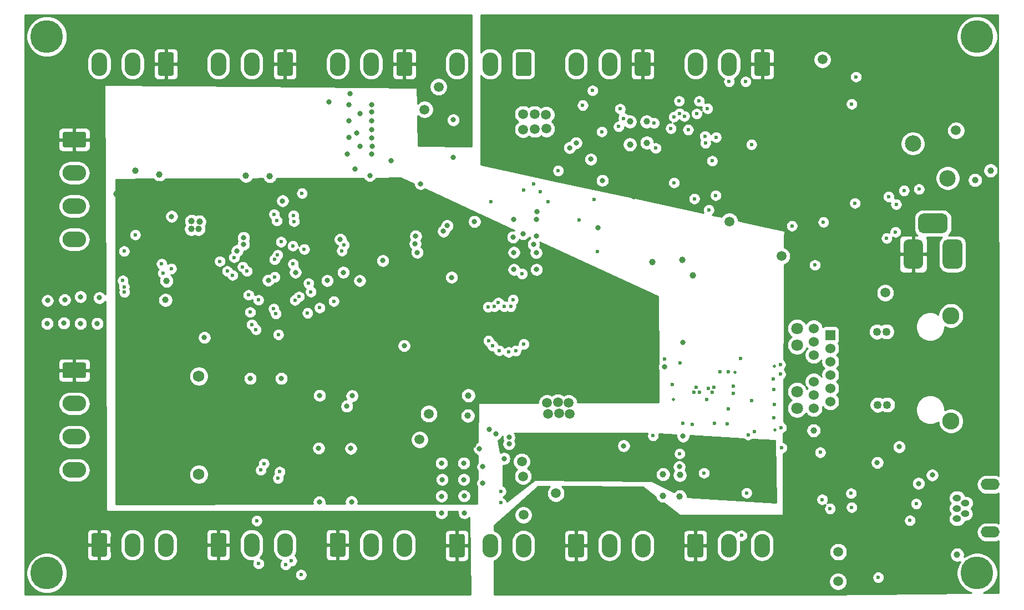
<source format=gbr>
G04 #@! TF.GenerationSoftware,KiCad,Pcbnew,5.1.7-a382d34a8~88~ubuntu20.04.1*
G04 #@! TF.CreationDate,2021-05-06T14:12:58-05:00*
G04 #@! TF.ProjectId,access-controller,61636365-7373-42d6-936f-6e74726f6c6c,rev?*
G04 #@! TF.SameCoordinates,Original*
G04 #@! TF.FileFunction,Copper,L3,Inr*
G04 #@! TF.FilePolarity,Positive*
%FSLAX46Y46*%
G04 Gerber Fmt 4.6, Leading zero omitted, Abs format (unit mm)*
G04 Created by KiCad (PCBNEW 5.1.7-a382d34a8~88~ubuntu20.04.1) date 2021-05-06 14:12:58*
%MOMM*%
%LPD*%
G01*
G04 APERTURE LIST*
G04 #@! TA.AperFunction,ComponentPad*
%ADD10O,2.400000X3.600000*%
G04 #@! TD*
G04 #@! TA.AperFunction,ComponentPad*
%ADD11C,5.000000*%
G04 #@! TD*
G04 #@! TA.AperFunction,ComponentPad*
%ADD12C,1.750000*%
G04 #@! TD*
G04 #@! TA.AperFunction,ComponentPad*
%ADD13O,1.300000X1.000000*%
G04 #@! TD*
G04 #@! TA.AperFunction,ComponentPad*
%ADD14O,2.900000X1.700000*%
G04 #@! TD*
G04 #@! TA.AperFunction,ComponentPad*
%ADD15O,3.600000X2.400000*%
G04 #@! TD*
G04 #@! TA.AperFunction,ComponentPad*
%ADD16C,1.250000*%
G04 #@! TD*
G04 #@! TA.AperFunction,ComponentPad*
%ADD17R,1.524000X1.524000*%
G04 #@! TD*
G04 #@! TA.AperFunction,ComponentPad*
%ADD18C,1.524000*%
G04 #@! TD*
G04 #@! TA.AperFunction,ComponentPad*
%ADD19C,1.800000*%
G04 #@! TD*
G04 #@! TA.AperFunction,ComponentPad*
%ADD20C,2.610000*%
G04 #@! TD*
G04 #@! TA.AperFunction,ComponentPad*
%ADD21C,2.630000*%
G04 #@! TD*
G04 #@! TA.AperFunction,ViaPad*
%ADD22C,1.500000*%
G04 #@! TD*
G04 #@! TA.AperFunction,ViaPad*
%ADD23C,0.800000*%
G04 #@! TD*
G04 #@! TA.AperFunction,ViaPad*
%ADD24C,1.000000*%
G04 #@! TD*
G04 #@! TA.AperFunction,ViaPad*
%ADD25C,0.600000*%
G04 #@! TD*
G04 #@! TA.AperFunction,ViaPad*
%ADD26C,0.500000*%
G04 #@! TD*
G04 #@! TA.AperFunction,ViaPad*
%ADD27C,2.000000*%
G04 #@! TD*
G04 #@! TA.AperFunction,ViaPad*
%ADD28C,2.500000*%
G04 #@! TD*
G04 #@! TA.AperFunction,Conductor*
%ADD29C,0.254000*%
G04 #@! TD*
G04 #@! TA.AperFunction,Conductor*
%ADD30C,0.100000*%
G04 #@! TD*
G04 APERTURE END LIST*
D10*
X221740000Y-38700000D03*
X226820000Y-38700000D03*
G04 #@! TA.AperFunction,ComponentPad*
G36*
G01*
X233100000Y-37233600D02*
X233100000Y-40166400D01*
G75*
G02*
X232766400Y-40500000I-333600J0D01*
G01*
X231033600Y-40500000D01*
G75*
G02*
X230700000Y-40166400I0J333600D01*
G01*
X230700000Y-37233600D01*
G75*
G02*
X231033600Y-36900000I333600J0D01*
G01*
X232766400Y-36900000D01*
G75*
G02*
X233100000Y-37233600I0J-333600D01*
G01*
G37*
G04 #@! TD.AperFunction*
D11*
X122700000Y-34500000D03*
X264700000Y-34500000D03*
X122700000Y-116500000D03*
X264700000Y-116500000D03*
D12*
X145900000Y-101400000D03*
X145900000Y-86400000D03*
D13*
X261645400Y-105007400D03*
X261645400Y-108207800D03*
X262839200Y-107420400D03*
X262864600Y-105794800D03*
X261645400Y-106607600D03*
D14*
X266700000Y-102950000D03*
X266700000Y-110239800D03*
D15*
X126900000Y-65500000D03*
X126900000Y-60420000D03*
X126900000Y-55340000D03*
G04 #@! TA.AperFunction,ComponentPad*
G36*
G01*
X125433600Y-49060000D02*
X128366400Y-49060000D01*
G75*
G02*
X128700000Y-49393600I0J-333600D01*
G01*
X128700000Y-51126400D01*
G75*
G02*
X128366400Y-51460000I-333600J0D01*
G01*
X125433600Y-51460000D01*
G75*
G02*
X125100000Y-51126400I0J333600D01*
G01*
X125100000Y-49393600D01*
G75*
G02*
X125433600Y-49060000I333600J0D01*
G01*
G37*
G04 #@! TD.AperFunction*
D10*
X203500000Y-38700000D03*
X208580000Y-38700000D03*
G04 #@! TA.AperFunction,ComponentPad*
G36*
G01*
X214860000Y-37233600D02*
X214860000Y-40166400D01*
G75*
G02*
X214526400Y-40500000I-333600J0D01*
G01*
X212793600Y-40500000D01*
G75*
G02*
X212460000Y-40166400I0J333600D01*
G01*
X212460000Y-37233600D01*
G75*
G02*
X212793600Y-36900000I333600J0D01*
G01*
X214526400Y-36900000D01*
G75*
G02*
X214860000Y-37233600I0J-333600D01*
G01*
G37*
G04 #@! TD.AperFunction*
X185300000Y-38700000D03*
X190380000Y-38700000D03*
G04 #@! TA.AperFunction,ComponentPad*
G36*
G01*
X196660000Y-37233600D02*
X196660000Y-40166400D01*
G75*
G02*
X196326400Y-40500000I-333600J0D01*
G01*
X194593600Y-40500000D01*
G75*
G02*
X194260000Y-40166400I0J333600D01*
G01*
X194260000Y-37233600D01*
G75*
G02*
X194593600Y-36900000I333600J0D01*
G01*
X196326400Y-36900000D01*
G75*
G02*
X196660000Y-37233600I0J-333600D01*
G01*
G37*
G04 #@! TD.AperFunction*
X167120000Y-38700000D03*
X172200000Y-38700000D03*
G04 #@! TA.AperFunction,ComponentPad*
G36*
G01*
X178480000Y-37233600D02*
X178480000Y-40166400D01*
G75*
G02*
X178146400Y-40500000I-333600J0D01*
G01*
X176413600Y-40500000D01*
G75*
G02*
X176080000Y-40166400I0J333600D01*
G01*
X176080000Y-37233600D01*
G75*
G02*
X176413600Y-36900000I333600J0D01*
G01*
X178146400Y-36900000D01*
G75*
G02*
X178480000Y-37233600I0J-333600D01*
G01*
G37*
G04 #@! TD.AperFunction*
X148900000Y-38700000D03*
X153980000Y-38700000D03*
G04 #@! TA.AperFunction,ComponentPad*
G36*
G01*
X160260000Y-37233600D02*
X160260000Y-40166400D01*
G75*
G02*
X159926400Y-40500000I-333600J0D01*
G01*
X158193600Y-40500000D01*
G75*
G02*
X157860000Y-40166400I0J333600D01*
G01*
X157860000Y-37233600D01*
G75*
G02*
X158193600Y-36900000I333600J0D01*
G01*
X159926400Y-36900000D01*
G75*
G02*
X160260000Y-37233600I0J-333600D01*
G01*
G37*
G04 #@! TD.AperFunction*
X130720000Y-38700000D03*
X135800000Y-38700000D03*
G04 #@! TA.AperFunction,ComponentPad*
G36*
G01*
X142080000Y-37233600D02*
X142080000Y-40166400D01*
G75*
G02*
X141746400Y-40500000I-333600J0D01*
G01*
X140013600Y-40500000D01*
G75*
G02*
X139680000Y-40166400I0J333600D01*
G01*
X139680000Y-37233600D01*
G75*
G02*
X140013600Y-36900000I333600J0D01*
G01*
X141746400Y-36900000D01*
G75*
G02*
X142080000Y-37233600I0J-333600D01*
G01*
G37*
G04 #@! TD.AperFunction*
D15*
X126900000Y-100740000D03*
X126900000Y-95660000D03*
X126900000Y-90580000D03*
G04 #@! TA.AperFunction,ComponentPad*
G36*
G01*
X125433600Y-84300000D02*
X128366400Y-84300000D01*
G75*
G02*
X128700000Y-84633600I0J-333600D01*
G01*
X128700000Y-86366400D01*
G75*
G02*
X128366400Y-86700000I-333600J0D01*
G01*
X125433600Y-86700000D01*
G75*
G02*
X125100000Y-86366400I0J333600D01*
G01*
X125100000Y-84633600D01*
G75*
G02*
X125433600Y-84300000I333600J0D01*
G01*
G37*
G04 #@! TD.AperFunction*
D10*
X213660000Y-112300000D03*
X208580000Y-112300000D03*
G04 #@! TA.AperFunction,ComponentPad*
G36*
G01*
X202300000Y-113766400D02*
X202300000Y-110833600D01*
G75*
G02*
X202633600Y-110500000I333600J0D01*
G01*
X204366400Y-110500000D01*
G75*
G02*
X204700000Y-110833600I0J-333600D01*
G01*
X204700000Y-113766400D01*
G75*
G02*
X204366400Y-114100000I-333600J0D01*
G01*
X202633600Y-114100000D01*
G75*
G02*
X202300000Y-113766400I0J333600D01*
G01*
G37*
G04 #@! TD.AperFunction*
X231860000Y-112300000D03*
X226780000Y-112300000D03*
G04 #@! TA.AperFunction,ComponentPad*
G36*
G01*
X220500000Y-113766400D02*
X220500000Y-110833600D01*
G75*
G02*
X220833600Y-110500000I333600J0D01*
G01*
X222566400Y-110500000D01*
G75*
G02*
X222900000Y-110833600I0J-333600D01*
G01*
X222900000Y-113766400D01*
G75*
G02*
X222566400Y-114100000I-333600J0D01*
G01*
X220833600Y-114100000D01*
G75*
G02*
X220500000Y-113766400I0J333600D01*
G01*
G37*
G04 #@! TD.AperFunction*
X195460000Y-112300000D03*
X190380000Y-112300000D03*
G04 #@! TA.AperFunction,ComponentPad*
G36*
G01*
X184100000Y-113766400D02*
X184100000Y-110833600D01*
G75*
G02*
X184433600Y-110500000I333600J0D01*
G01*
X186166400Y-110500000D01*
G75*
G02*
X186500000Y-110833600I0J-333600D01*
G01*
X186500000Y-113766400D01*
G75*
G02*
X186166400Y-114100000I-333600J0D01*
G01*
X184433600Y-114100000D01*
G75*
G02*
X184100000Y-113766400I0J333600D01*
G01*
G37*
G04 #@! TD.AperFunction*
X177260000Y-112200000D03*
X172180000Y-112200000D03*
G04 #@! TA.AperFunction,ComponentPad*
G36*
G01*
X165900000Y-113666400D02*
X165900000Y-110733600D01*
G75*
G02*
X166233600Y-110400000I333600J0D01*
G01*
X167966400Y-110400000D01*
G75*
G02*
X168300000Y-110733600I0J-333600D01*
G01*
X168300000Y-113666400D01*
G75*
G02*
X167966400Y-114000000I-333600J0D01*
G01*
X166233600Y-114000000D01*
G75*
G02*
X165900000Y-113666400I0J333600D01*
G01*
G37*
G04 #@! TD.AperFunction*
X159060000Y-112200000D03*
X153980000Y-112200000D03*
G04 #@! TA.AperFunction,ComponentPad*
G36*
G01*
X147700000Y-113666400D02*
X147700000Y-110733600D01*
G75*
G02*
X148033600Y-110400000I333600J0D01*
G01*
X149766400Y-110400000D01*
G75*
G02*
X150100000Y-110733600I0J-333600D01*
G01*
X150100000Y-113666400D01*
G75*
G02*
X149766400Y-114000000I-333600J0D01*
G01*
X148033600Y-114000000D01*
G75*
G02*
X147700000Y-113666400I0J333600D01*
G01*
G37*
G04 #@! TD.AperFunction*
X140860000Y-112200000D03*
X135780000Y-112200000D03*
G04 #@! TA.AperFunction,ComponentPad*
G36*
G01*
X129500000Y-113666400D02*
X129500000Y-110733600D01*
G75*
G02*
X129833600Y-110400000I333600J0D01*
G01*
X131566400Y-110400000D01*
G75*
G02*
X131900000Y-110733600I0J-333600D01*
G01*
X131900000Y-113666400D01*
G75*
G02*
X131566400Y-114000000I-333600J0D01*
G01*
X129833600Y-114000000D01*
G75*
G02*
X129500000Y-113666400I0J333600D01*
G01*
G37*
G04 #@! TD.AperFunction*
G04 #@! TA.AperFunction,ComponentPad*
G36*
G01*
X256450000Y-66250000D02*
X256450000Y-69250000D01*
G75*
G02*
X255700000Y-70000000I-750000J0D01*
G01*
X254200000Y-70000000D01*
G75*
G02*
X253450000Y-69250000I0J750000D01*
G01*
X253450000Y-66250000D01*
G75*
G02*
X254200000Y-65500000I750000J0D01*
G01*
X255700000Y-65500000D01*
G75*
G02*
X256450000Y-66250000I0J-750000D01*
G01*
G37*
G04 #@! TD.AperFunction*
G04 #@! TA.AperFunction,ComponentPad*
G36*
G01*
X262450000Y-66250000D02*
X262450000Y-69250000D01*
G75*
G02*
X261700000Y-70000000I-750000J0D01*
G01*
X260200000Y-70000000D01*
G75*
G02*
X259450000Y-69250000I0J750000D01*
G01*
X259450000Y-66250000D01*
G75*
G02*
X260200000Y-65500000I750000J0D01*
G01*
X261700000Y-65500000D01*
G75*
G02*
X262450000Y-66250000I0J-750000D01*
G01*
G37*
G04 #@! TD.AperFunction*
G04 #@! TA.AperFunction,ComponentPad*
G36*
G01*
X260200000Y-62300000D02*
X260200000Y-63800000D01*
G75*
G02*
X259450000Y-64550000I-750000J0D01*
G01*
X256450000Y-64550000D01*
G75*
G02*
X255700000Y-63800000I0J750000D01*
G01*
X255700000Y-62300000D01*
G75*
G02*
X256450000Y-61550000I750000J0D01*
G01*
X259450000Y-61550000D01*
G75*
G02*
X260200000Y-62300000I0J-750000D01*
G01*
G37*
G04 #@! TD.AperFunction*
D16*
X250970000Y-90770000D03*
X249510000Y-90780000D03*
X250860000Y-79600000D03*
X249400000Y-79610000D03*
D17*
X242300000Y-80130000D03*
D18*
X242300000Y-82162000D03*
X242300000Y-84194000D03*
X242300000Y-86226000D03*
X242300000Y-88258000D03*
X242300000Y-90290000D03*
X239760000Y-79114000D03*
X239760000Y-81146000D03*
X239760000Y-83178000D03*
X239760000Y-87242000D03*
X239760000Y-89274000D03*
X239760000Y-91306000D03*
D19*
X237220000Y-79114000D03*
X237220000Y-81654000D03*
X237220000Y-88766000D03*
X237220000Y-91306000D03*
D20*
X260715000Y-93274500D03*
D21*
X260715000Y-77145500D03*
D22*
X250680000Y-73650000D03*
X197150000Y-46350000D03*
X195400000Y-46350000D03*
X198900000Y-46450000D03*
X197200000Y-48650000D03*
X195400000Y-48700000D03*
X198950000Y-48600000D03*
X182500000Y-42200000D03*
X180350000Y-45650000D03*
X200700000Y-90400000D03*
X199050000Y-90500000D03*
X202350000Y-90500000D03*
X199250000Y-92200000D03*
X202500000Y-92200000D03*
X200900000Y-92100000D03*
X181000000Y-92150000D03*
X179600000Y-96100000D03*
X200400000Y-104300000D03*
X195450000Y-107600000D03*
X195200000Y-99450000D03*
D23*
X186350000Y-99700000D03*
X186350000Y-102200000D03*
X186400000Y-104700000D03*
X186450000Y-107300000D03*
X182950000Y-107300000D03*
X182950000Y-104750000D03*
X183050000Y-102200000D03*
X182950000Y-99700000D03*
X172250000Y-52450000D03*
X172300000Y-50000000D03*
X172300000Y-47400000D03*
X172300000Y-44900000D03*
X168850000Y-49950000D03*
X168850000Y-47350000D03*
X168850000Y-44900000D03*
X167950000Y-70550000D03*
X165500000Y-71800000D03*
X170450000Y-71800000D03*
X184500000Y-71300000D03*
X194000000Y-70100000D03*
X194000000Y-67500000D03*
X193950000Y-62450000D03*
X197450000Y-62450000D03*
X197450000Y-64950000D03*
X197400000Y-67550000D03*
X197450000Y-70100000D03*
D22*
X241100000Y-38000000D03*
D23*
X122800000Y-74850000D03*
X130400000Y-78350000D03*
X127850000Y-78350000D03*
X125300000Y-78300000D03*
X122750000Y-78350000D03*
D24*
X139900000Y-55600000D03*
X136250000Y-55000000D03*
X153100000Y-55800000D03*
X156750000Y-55850000D03*
D23*
X164350000Y-89350000D03*
X169300000Y-89400000D03*
X164200000Y-97400000D03*
X169100000Y-97450000D03*
X169200000Y-105600000D03*
X164300000Y-105650000D03*
X252800000Y-97200000D03*
X249450000Y-99600000D03*
X255750000Y-102800000D03*
X257860000Y-101519611D03*
D25*
X255400000Y-105900000D03*
D24*
X261650000Y-113700000D03*
D22*
X243500000Y-113250000D03*
D25*
X249600000Y-117150000D03*
D23*
X206850000Y-63750000D03*
D25*
X161650000Y-58450000D03*
D24*
X187050000Y-89350000D03*
X186950000Y-92450000D03*
D23*
X210750000Y-97050000D03*
D24*
X216750000Y-101400000D03*
X216750000Y-104700000D03*
X219300000Y-104800000D03*
D25*
X215250000Y-95500000D03*
X219300000Y-98250000D03*
X228600000Y-83700000D03*
D23*
X219750000Y-81250000D03*
D25*
X210200000Y-45550000D03*
D24*
X214250000Y-47500000D03*
X211700000Y-47500000D03*
X211700000Y-51000000D03*
D26*
X233750000Y-84900000D03*
D25*
X223000000Y-101200000D03*
X230700000Y-94850000D03*
X234850000Y-97350000D03*
X240750000Y-98050000D03*
D26*
X218350000Y-89974979D03*
D25*
X229750000Y-95350000D03*
D22*
X243478072Y-117774990D03*
D24*
X144800000Y-62700000D03*
X146000000Y-62800000D03*
X144750000Y-63900000D03*
X145850000Y-63900000D03*
D23*
X127850000Y-74274968D03*
X130724348Y-74424968D03*
X125432660Y-74724979D03*
D24*
X140965339Y-71838278D03*
D25*
X227500000Y-87900000D03*
X227500000Y-89000000D03*
D24*
X140814492Y-74761340D03*
D23*
X178926431Y-66163658D03*
X168524990Y-52484340D03*
X193862340Y-65137660D03*
D25*
X207408459Y-49033449D03*
D24*
X214280024Y-50724979D03*
X219321759Y-101521759D03*
D25*
X241240000Y-62850000D03*
X246050000Y-59960010D03*
X250890000Y-65310000D03*
X252240000Y-64360000D03*
X252340000Y-60150000D03*
X251190000Y-58970000D03*
D24*
X266750000Y-54970000D03*
X264390000Y-56440000D03*
D25*
X206760000Y-67380000D03*
D24*
X215160000Y-69000000D03*
X219710000Y-68590000D03*
X221320000Y-71030000D03*
D25*
X254450000Y-108450000D03*
X233350000Y-102100000D03*
X233350000Y-102750000D03*
X233350000Y-103450000D03*
D23*
X202275000Y-97500000D03*
X201000000Y-97500000D03*
X200000000Y-97500000D03*
X199000000Y-97500000D03*
X174000000Y-68750000D03*
X177250000Y-81750000D03*
D25*
X158250000Y-101000000D03*
D23*
X156500000Y-71750000D03*
D25*
X155825021Y-99750000D03*
D23*
X160650056Y-70535901D03*
D25*
X157800000Y-62650000D03*
X160425008Y-62751910D03*
X160575076Y-74775076D03*
X157671274Y-76874990D03*
X157400000Y-61650000D03*
X160350000Y-61850000D03*
X157324990Y-76100000D03*
X161200077Y-74250488D03*
D23*
X167500000Y-65500000D03*
X168500000Y-91000000D03*
D22*
X245230000Y-73650000D03*
X195400000Y-101700000D03*
X198100000Y-104150000D03*
X238100000Y-113300000D03*
X235200000Y-115500000D03*
D24*
X191050000Y-43950000D03*
X191000000Y-45650000D03*
D23*
X172000000Y-55750000D03*
X184750000Y-47250000D03*
D25*
X203921418Y-62555316D03*
X209500000Y-58250000D03*
X206250000Y-59375010D03*
D24*
X212310000Y-58860000D03*
X213500000Y-58880000D03*
D25*
X210805010Y-57233288D03*
D24*
X182500000Y-47600000D03*
X180500000Y-49500000D03*
D27*
X185850000Y-33450000D03*
X183800000Y-33450000D03*
X181750000Y-33500000D03*
D23*
X169750000Y-54750000D03*
D25*
X206000000Y-42750000D03*
X204500000Y-45000000D03*
D23*
X219250000Y-100250000D03*
D25*
X195500000Y-58000000D03*
X197000000Y-57000000D03*
X210750000Y-47000000D03*
X221250000Y-93750000D03*
X217000000Y-83750000D03*
X160050000Y-114600000D03*
X159150000Y-115225010D03*
X155024957Y-115060387D03*
D23*
X191250000Y-95250000D03*
X189250000Y-100250000D03*
D25*
X191625001Y-75184955D03*
X191750000Y-82500000D03*
D23*
X170500000Y-46250000D03*
X172250000Y-46000000D03*
X190250000Y-94500000D03*
X188750000Y-97500000D03*
D25*
X191000000Y-75750000D03*
X190750000Y-81750000D03*
X134550000Y-73550000D03*
X140450000Y-70650000D03*
X150250000Y-70350000D03*
X152600000Y-69700000D03*
X153250000Y-70350000D03*
X134493914Y-72751957D03*
X141706795Y-69977104D03*
X151050000Y-70975010D03*
D23*
X197500000Y-61250000D03*
X187974946Y-62786240D03*
X183804707Y-63417940D03*
X195424777Y-64649458D03*
D25*
X134500000Y-67300000D03*
X136200000Y-64800000D03*
X134300000Y-71800000D03*
X149100000Y-68850000D03*
X151300000Y-68250000D03*
X140224643Y-69241348D03*
X190124990Y-81000000D03*
X190045999Y-75826730D03*
D23*
X184750000Y-53000000D03*
X203500000Y-50750000D03*
X193250000Y-96750000D03*
X192500000Y-99000000D03*
D25*
X192500000Y-75750000D03*
X193185919Y-82725811D03*
D23*
X170475010Y-51308276D03*
X172375033Y-51250000D03*
D25*
X210000000Y-48250000D03*
X215375859Y-47717050D03*
D23*
X217000000Y-85000000D03*
X219821223Y-95583358D03*
X179750000Y-57000000D03*
X202500000Y-51500000D03*
X165750000Y-44500000D03*
X169000000Y-43250000D03*
D25*
X195500000Y-81500000D03*
X190500000Y-59750000D03*
X198000000Y-58250000D03*
X193859112Y-74729205D03*
X200750000Y-55000000D03*
X199250000Y-59750000D03*
X195250000Y-70750000D03*
D23*
X183250000Y-64250000D03*
X197000000Y-66250000D03*
X151750000Y-67250000D03*
X158681505Y-59626185D03*
X170000000Y-49250000D03*
X172250000Y-48750000D03*
D25*
X166500000Y-74950000D03*
X154000000Y-78500000D03*
X164350000Y-75950000D03*
X153738343Y-76624902D03*
D23*
X179250000Y-67500000D03*
X152737340Y-65237340D03*
D25*
X162000000Y-67000000D03*
X167750000Y-67250000D03*
D23*
X152750000Y-66250000D03*
X179000000Y-65000000D03*
D25*
X160250000Y-66500000D03*
X168054707Y-66332060D03*
D23*
X189250000Y-102750000D03*
X193262660Y-95737340D03*
D25*
X193500000Y-75750000D03*
X194277132Y-82521010D03*
X154750000Y-108500000D03*
X161500000Y-116750000D03*
X158000000Y-102000000D03*
X155375010Y-100750000D03*
X155000000Y-74750000D03*
X162500000Y-76750000D03*
X153500000Y-74000000D03*
X163000000Y-73500000D03*
X223651469Y-88307426D03*
X221804771Y-88085314D03*
X219750000Y-93600000D03*
X158050000Y-80050000D03*
X154624990Y-79275030D03*
X226750000Y-85750000D03*
X225500000Y-85750000D03*
X162649344Y-72196458D03*
X157500000Y-71250000D03*
X223450000Y-89950000D03*
X221511615Y-88829679D03*
X160300000Y-69250000D03*
X157474968Y-68571727D03*
X157924979Y-67879609D03*
X158450716Y-65875010D03*
X224527557Y-88109477D03*
X219326000Y-84388500D03*
X224650000Y-93600000D03*
X218200000Y-87700000D03*
X226729960Y-91403307D03*
X226522042Y-93675011D03*
X224296769Y-88875477D03*
X222337325Y-88887867D03*
D24*
X133350000Y-58550000D03*
X135200000Y-58550000D03*
X139800000Y-57050000D03*
D22*
X183350000Y-85950000D03*
X183500000Y-91550000D03*
X183450000Y-96400000D03*
D23*
X175250000Y-64900000D03*
X172850000Y-62900000D03*
X163150000Y-62950000D03*
D25*
X133584985Y-69960182D03*
X152500000Y-76600000D03*
D23*
X184750000Y-67500000D03*
D24*
X187809809Y-96893460D03*
D23*
X175262660Y-53512660D03*
D25*
X229500000Y-104250000D03*
X228750000Y-110750000D03*
X192000000Y-105750000D03*
X192000000Y-104000000D03*
X201750000Y-68250000D03*
D23*
X174250000Y-90000000D03*
X177000000Y-88250000D03*
X174250000Y-92750000D03*
X174250000Y-100000000D03*
D25*
X241050000Y-105250000D03*
X242250000Y-106650000D03*
X245550000Y-106450000D03*
X245450000Y-104300000D03*
D28*
X260200000Y-56150000D03*
X254900000Y-50850000D03*
D25*
X224250000Y-53500000D03*
X230250000Y-51000000D03*
D23*
X205750000Y-53250000D03*
X207500000Y-56500000D03*
D25*
X218422499Y-46765036D03*
X217950000Y-48540000D03*
X223548701Y-45497422D03*
X221895384Y-46299256D03*
D23*
X141750000Y-62000000D03*
X146750000Y-80500000D03*
X153750000Y-86750000D03*
X158500000Y-86750000D03*
D25*
X218440000Y-56840000D03*
X224800000Y-58780000D03*
X223750000Y-61000000D03*
X221530338Y-59280338D03*
X215645966Y-51562928D03*
X219999996Y-46669000D03*
X222276445Y-44363862D03*
D24*
X239750000Y-94700000D03*
D25*
X233650000Y-88450000D03*
X233550000Y-86850000D03*
X230300000Y-90100000D03*
X234650000Y-86100000D03*
X234650000Y-84650000D03*
X233750000Y-90750000D03*
X234800000Y-94250000D03*
X233650000Y-92750000D03*
D26*
X227724979Y-85796846D03*
X233800000Y-94650000D03*
D22*
X234850000Y-68050000D03*
D25*
X239930000Y-69420000D03*
X236440000Y-63430000D03*
X223228051Y-50771949D03*
X224855155Y-49894845D03*
X223160000Y-49720000D03*
X220590000Y-48740000D03*
X246210000Y-40660000D03*
X245550000Y-44810000D03*
X219210000Y-44351543D03*
X219257796Y-46245010D03*
X226850000Y-41360000D03*
X229370000Y-41380000D03*
D22*
X226890000Y-62760000D03*
X261460000Y-48850000D03*
D25*
X253540000Y-58040000D03*
X255820000Y-57830000D03*
D29*
X187523000Y-51278200D02*
X179424212Y-51211518D01*
X179333282Y-47148061D01*
X183715000Y-47148061D01*
X183715000Y-47351939D01*
X183754774Y-47551898D01*
X183832795Y-47740256D01*
X183946063Y-47909774D01*
X184090226Y-48053937D01*
X184259744Y-48167205D01*
X184448102Y-48245226D01*
X184648061Y-48285000D01*
X184851939Y-48285000D01*
X185051898Y-48245226D01*
X185240256Y-48167205D01*
X185409774Y-48053937D01*
X185553937Y-47909774D01*
X185667205Y-47740256D01*
X185745226Y-47551898D01*
X185785000Y-47351939D01*
X185785000Y-47148061D01*
X185745226Y-46948102D01*
X185667205Y-46759744D01*
X185553937Y-46590226D01*
X185409774Y-46446063D01*
X185240256Y-46332795D01*
X185051898Y-46254774D01*
X184851939Y-46215000D01*
X184648061Y-46215000D01*
X184448102Y-46254774D01*
X184259744Y-46332795D01*
X184090226Y-46446063D01*
X183946063Y-46590226D01*
X183832795Y-46759744D01*
X183754774Y-46948102D01*
X183715000Y-47148061D01*
X179333282Y-47148061D01*
X179320553Y-46579238D01*
X179467114Y-46725799D01*
X179693957Y-46877371D01*
X179946011Y-46981775D01*
X180213589Y-47035000D01*
X180486411Y-47035000D01*
X180753989Y-46981775D01*
X181006043Y-46877371D01*
X181232886Y-46725799D01*
X181425799Y-46532886D01*
X181577371Y-46306043D01*
X181681775Y-46053989D01*
X181735000Y-45786411D01*
X181735000Y-45513589D01*
X181681775Y-45246011D01*
X181577371Y-44993957D01*
X181425799Y-44767114D01*
X181232886Y-44574201D01*
X181006043Y-44422629D01*
X180753989Y-44318225D01*
X180486411Y-44265000D01*
X180213589Y-44265000D01*
X179946011Y-44318225D01*
X179693957Y-44422629D01*
X179467114Y-44574201D01*
X179279875Y-44761440D01*
X179226968Y-42397159D01*
X179223974Y-42372443D01*
X179216216Y-42348786D01*
X179203992Y-42327098D01*
X179187771Y-42308211D01*
X179168177Y-42292851D01*
X179145964Y-42281609D01*
X179121984Y-42274917D01*
X179101069Y-42273005D01*
X154232919Y-42063589D01*
X181115000Y-42063589D01*
X181115000Y-42336411D01*
X181168225Y-42603989D01*
X181272629Y-42856043D01*
X181424201Y-43082886D01*
X181617114Y-43275799D01*
X181843957Y-43427371D01*
X182096011Y-43531775D01*
X182363589Y-43585000D01*
X182636411Y-43585000D01*
X182903989Y-43531775D01*
X183156043Y-43427371D01*
X183382886Y-43275799D01*
X183575799Y-43082886D01*
X183727371Y-42856043D01*
X183831775Y-42603989D01*
X183885000Y-42336411D01*
X183885000Y-42063589D01*
X183831775Y-41796011D01*
X183727371Y-41543957D01*
X183575799Y-41317114D01*
X183382886Y-41124201D01*
X183156043Y-40972629D01*
X182903989Y-40868225D01*
X182636411Y-40815000D01*
X182363589Y-40815000D01*
X182096011Y-40868225D01*
X181843957Y-40972629D01*
X181617114Y-41124201D01*
X181424201Y-41317114D01*
X181272629Y-41543957D01*
X181168225Y-41796011D01*
X181115000Y-42063589D01*
X154232919Y-42063589D01*
X131601069Y-41873005D01*
X131576273Y-41875236D01*
X131552389Y-41882262D01*
X131530334Y-41893813D01*
X131510957Y-41909444D01*
X131495001Y-41928556D01*
X131483081Y-41950413D01*
X131475653Y-41974176D01*
X131473001Y-42000587D01*
X131620471Y-73903160D01*
X131528285Y-73765194D01*
X131384122Y-73621031D01*
X131214604Y-73507763D01*
X131026246Y-73429742D01*
X130826287Y-73389968D01*
X130622409Y-73389968D01*
X130422450Y-73429742D01*
X130234092Y-73507763D01*
X130064574Y-73621031D01*
X129920411Y-73765194D01*
X129807143Y-73934712D01*
X129729122Y-74123070D01*
X129689348Y-74323029D01*
X129689348Y-74526907D01*
X129729122Y-74726866D01*
X129807143Y-74915224D01*
X129920411Y-75084742D01*
X130064574Y-75228905D01*
X130234092Y-75342173D01*
X130422450Y-75420194D01*
X130622409Y-75459968D01*
X130826287Y-75459968D01*
X131026246Y-75420194D01*
X131214604Y-75342173D01*
X131384122Y-75228905D01*
X131528285Y-75084742D01*
X131625261Y-74939606D01*
X131773001Y-106900587D01*
X131775556Y-106925352D01*
X131782893Y-106949143D01*
X131794731Y-106971045D01*
X131810614Y-106990217D01*
X131829931Y-107005922D01*
X131851942Y-107017556D01*
X131875800Y-107024673D01*
X131899885Y-107027000D01*
X181940051Y-107072121D01*
X181915000Y-107198061D01*
X181915000Y-107401939D01*
X181954774Y-107601898D01*
X182032795Y-107790256D01*
X182146063Y-107959774D01*
X182290226Y-108103937D01*
X182459744Y-108217205D01*
X182648102Y-108295226D01*
X182848061Y-108335000D01*
X183051939Y-108335000D01*
X183251898Y-108295226D01*
X183440256Y-108217205D01*
X183609774Y-108103937D01*
X183753937Y-107959774D01*
X183867205Y-107790256D01*
X183945226Y-107601898D01*
X183985000Y-107401939D01*
X183985000Y-107198061D01*
X183960312Y-107073943D01*
X185439423Y-107075277D01*
X185415000Y-107198061D01*
X185415000Y-107401939D01*
X185454774Y-107601898D01*
X185532795Y-107790256D01*
X185646063Y-107959774D01*
X185790226Y-108103937D01*
X185959744Y-108217205D01*
X186148102Y-108295226D01*
X186348061Y-108335000D01*
X186551939Y-108335000D01*
X186751898Y-108295226D01*
X186940256Y-108217205D01*
X187109774Y-108103937D01*
X187230881Y-107982830D01*
X187321012Y-119790000D01*
X119410000Y-119790000D01*
X119410000Y-116191229D01*
X119565000Y-116191229D01*
X119565000Y-116808771D01*
X119685476Y-117414446D01*
X119921799Y-117984979D01*
X120264886Y-118498446D01*
X120701554Y-118935114D01*
X121215021Y-119278201D01*
X121785554Y-119514524D01*
X122391229Y-119635000D01*
X123008771Y-119635000D01*
X123614446Y-119514524D01*
X124184979Y-119278201D01*
X124698446Y-118935114D01*
X125135114Y-118498446D01*
X125478201Y-117984979D01*
X125714524Y-117414446D01*
X125835000Y-116808771D01*
X125835000Y-116657911D01*
X160565000Y-116657911D01*
X160565000Y-116842089D01*
X160600932Y-117022729D01*
X160671414Y-117192889D01*
X160773738Y-117346028D01*
X160903972Y-117476262D01*
X161057111Y-117578586D01*
X161227271Y-117649068D01*
X161407911Y-117685000D01*
X161592089Y-117685000D01*
X161772729Y-117649068D01*
X161942889Y-117578586D01*
X162096028Y-117476262D01*
X162226262Y-117346028D01*
X162328586Y-117192889D01*
X162399068Y-117022729D01*
X162435000Y-116842089D01*
X162435000Y-116657911D01*
X162399068Y-116477271D01*
X162328586Y-116307111D01*
X162226262Y-116153972D01*
X162096028Y-116023738D01*
X161942889Y-115921414D01*
X161772729Y-115850932D01*
X161592089Y-115815000D01*
X161407911Y-115815000D01*
X161227271Y-115850932D01*
X161057111Y-115921414D01*
X160903972Y-116023738D01*
X160773738Y-116153972D01*
X160671414Y-116307111D01*
X160600932Y-116477271D01*
X160565000Y-116657911D01*
X125835000Y-116657911D01*
X125835000Y-116191229D01*
X125714524Y-115585554D01*
X125478201Y-115015021D01*
X125135114Y-114501554D01*
X124698446Y-114064886D01*
X124601338Y-114000000D01*
X128861928Y-114000000D01*
X128874188Y-114124482D01*
X128910498Y-114244180D01*
X128969463Y-114354494D01*
X129048815Y-114451185D01*
X129145506Y-114530537D01*
X129255820Y-114589502D01*
X129375518Y-114625812D01*
X129500000Y-114638072D01*
X130414250Y-114635000D01*
X130573000Y-114476250D01*
X130573000Y-112327000D01*
X130827000Y-112327000D01*
X130827000Y-114476250D01*
X130985750Y-114635000D01*
X131900000Y-114638072D01*
X132024482Y-114625812D01*
X132144180Y-114589502D01*
X132254494Y-114530537D01*
X132351185Y-114451185D01*
X132430537Y-114354494D01*
X132489502Y-114244180D01*
X132525812Y-114124482D01*
X132538072Y-114000000D01*
X132535000Y-112485750D01*
X132376250Y-112327000D01*
X130827000Y-112327000D01*
X130573000Y-112327000D01*
X129023750Y-112327000D01*
X128865000Y-112485750D01*
X128861928Y-114000000D01*
X124601338Y-114000000D01*
X124184979Y-113721799D01*
X123614446Y-113485476D01*
X123008771Y-113365000D01*
X122391229Y-113365000D01*
X121785554Y-113485476D01*
X121215021Y-113721799D01*
X120701554Y-114064886D01*
X120264886Y-114501554D01*
X119921799Y-115015021D01*
X119685476Y-115585554D01*
X119565000Y-116191229D01*
X119410000Y-116191229D01*
X119410000Y-110400000D01*
X128861928Y-110400000D01*
X128865000Y-111914250D01*
X129023750Y-112073000D01*
X130573000Y-112073000D01*
X130573000Y-109923750D01*
X130827000Y-109923750D01*
X130827000Y-112073000D01*
X132376250Y-112073000D01*
X132535000Y-111914250D01*
X132535820Y-111509862D01*
X133945000Y-111509862D01*
X133945000Y-112890139D01*
X133971552Y-113159723D01*
X134076480Y-113505622D01*
X134246872Y-113824404D01*
X134476182Y-114103819D01*
X134755597Y-114333129D01*
X135074379Y-114503521D01*
X135420278Y-114608448D01*
X135780000Y-114643878D01*
X136139723Y-114608448D01*
X136485622Y-114503521D01*
X136804404Y-114333129D01*
X137083819Y-114103819D01*
X137313129Y-113824404D01*
X137483521Y-113505622D01*
X137588448Y-113159723D01*
X137615000Y-112890139D01*
X137615000Y-111509862D01*
X139025000Y-111509862D01*
X139025000Y-112890139D01*
X139051552Y-113159723D01*
X139156480Y-113505622D01*
X139326872Y-113824404D01*
X139556182Y-114103819D01*
X139835597Y-114333129D01*
X140154379Y-114503521D01*
X140500278Y-114608448D01*
X140860000Y-114643878D01*
X141219723Y-114608448D01*
X141565622Y-114503521D01*
X141884404Y-114333129D01*
X142163819Y-114103819D01*
X142249021Y-114000000D01*
X147061928Y-114000000D01*
X147074188Y-114124482D01*
X147110498Y-114244180D01*
X147169463Y-114354494D01*
X147248815Y-114451185D01*
X147345506Y-114530537D01*
X147455820Y-114589502D01*
X147575518Y-114625812D01*
X147700000Y-114638072D01*
X148614250Y-114635000D01*
X148773000Y-114476250D01*
X148773000Y-112327000D01*
X149027000Y-112327000D01*
X149027000Y-114476250D01*
X149185750Y-114635000D01*
X150100000Y-114638072D01*
X150224482Y-114625812D01*
X150344180Y-114589502D01*
X150454494Y-114530537D01*
X150551185Y-114451185D01*
X150630537Y-114354494D01*
X150689502Y-114244180D01*
X150725812Y-114124482D01*
X150738072Y-114000000D01*
X150735000Y-112485750D01*
X150576250Y-112327000D01*
X149027000Y-112327000D01*
X148773000Y-112327000D01*
X147223750Y-112327000D01*
X147065000Y-112485750D01*
X147061928Y-114000000D01*
X142249021Y-114000000D01*
X142393129Y-113824404D01*
X142563521Y-113505622D01*
X142668448Y-113159723D01*
X142695000Y-112890139D01*
X142695000Y-111509861D01*
X142668448Y-111240277D01*
X142563521Y-110894378D01*
X142393129Y-110575596D01*
X142249022Y-110400000D01*
X147061928Y-110400000D01*
X147065000Y-111914250D01*
X147223750Y-112073000D01*
X148773000Y-112073000D01*
X148773000Y-109923750D01*
X149027000Y-109923750D01*
X149027000Y-112073000D01*
X150576250Y-112073000D01*
X150735000Y-111914250D01*
X150735820Y-111509862D01*
X152145000Y-111509862D01*
X152145000Y-112890139D01*
X152171552Y-113159723D01*
X152276480Y-113505622D01*
X152446872Y-113824404D01*
X152676182Y-114103819D01*
X152955597Y-114333129D01*
X153274379Y-114503521D01*
X153620278Y-114608448D01*
X153980000Y-114643878D01*
X154194182Y-114622783D01*
X154125889Y-114787658D01*
X154089957Y-114968298D01*
X154089957Y-115152476D01*
X154125889Y-115333116D01*
X154196371Y-115503276D01*
X154298695Y-115656415D01*
X154428929Y-115786649D01*
X154582068Y-115888973D01*
X154752228Y-115959455D01*
X154932868Y-115995387D01*
X155117046Y-115995387D01*
X155297686Y-115959455D01*
X155467846Y-115888973D01*
X155620985Y-115786649D01*
X155751219Y-115656415D01*
X155853543Y-115503276D01*
X155924025Y-115333116D01*
X155959957Y-115152476D01*
X155959957Y-114968298D01*
X155924025Y-114787658D01*
X155853543Y-114617498D01*
X155751219Y-114464359D01*
X155620985Y-114334125D01*
X155467846Y-114231801D01*
X155297686Y-114161319D01*
X155230129Y-114147881D01*
X155283819Y-114103819D01*
X155513129Y-113824404D01*
X155683521Y-113505622D01*
X155788448Y-113159723D01*
X155815000Y-112890139D01*
X155815000Y-111509862D01*
X157225000Y-111509862D01*
X157225000Y-112890139D01*
X157251552Y-113159723D01*
X157356480Y-113505622D01*
X157526872Y-113824404D01*
X157756182Y-114103819D01*
X158035597Y-114333129D01*
X158354379Y-114503521D01*
X158503856Y-114548864D01*
X158423738Y-114628982D01*
X158321414Y-114782121D01*
X158250932Y-114952281D01*
X158215000Y-115132921D01*
X158215000Y-115317099D01*
X158250932Y-115497739D01*
X158321414Y-115667899D01*
X158423738Y-115821038D01*
X158553972Y-115951272D01*
X158707111Y-116053596D01*
X158877271Y-116124078D01*
X159057911Y-116160010D01*
X159242089Y-116160010D01*
X159422729Y-116124078D01*
X159592889Y-116053596D01*
X159746028Y-115951272D01*
X159876262Y-115821038D01*
X159978586Y-115667899D01*
X160033634Y-115535000D01*
X160142089Y-115535000D01*
X160322729Y-115499068D01*
X160492889Y-115428586D01*
X160646028Y-115326262D01*
X160776262Y-115196028D01*
X160878586Y-115042889D01*
X160949068Y-114872729D01*
X160985000Y-114692089D01*
X160985000Y-114507911D01*
X160949068Y-114327271D01*
X160878586Y-114157111D01*
X160776262Y-114003972D01*
X160772290Y-114000000D01*
X165261928Y-114000000D01*
X165274188Y-114124482D01*
X165310498Y-114244180D01*
X165369463Y-114354494D01*
X165448815Y-114451185D01*
X165545506Y-114530537D01*
X165655820Y-114589502D01*
X165775518Y-114625812D01*
X165900000Y-114638072D01*
X166814250Y-114635000D01*
X166973000Y-114476250D01*
X166973000Y-112327000D01*
X167227000Y-112327000D01*
X167227000Y-114476250D01*
X167385750Y-114635000D01*
X168300000Y-114638072D01*
X168424482Y-114625812D01*
X168544180Y-114589502D01*
X168654494Y-114530537D01*
X168751185Y-114451185D01*
X168830537Y-114354494D01*
X168889502Y-114244180D01*
X168925812Y-114124482D01*
X168938072Y-114000000D01*
X168935000Y-112485750D01*
X168776250Y-112327000D01*
X167227000Y-112327000D01*
X166973000Y-112327000D01*
X165423750Y-112327000D01*
X165265000Y-112485750D01*
X165261928Y-114000000D01*
X160772290Y-114000000D01*
X160646028Y-113873738D01*
X160585715Y-113833438D01*
X160593129Y-113824404D01*
X160763521Y-113505622D01*
X160868448Y-113159723D01*
X160895000Y-112890139D01*
X160895000Y-111509861D01*
X160868448Y-111240277D01*
X160763521Y-110894378D01*
X160593129Y-110575596D01*
X160449022Y-110400000D01*
X165261928Y-110400000D01*
X165265000Y-111914250D01*
X165423750Y-112073000D01*
X166973000Y-112073000D01*
X166973000Y-109923750D01*
X167227000Y-109923750D01*
X167227000Y-112073000D01*
X168776250Y-112073000D01*
X168935000Y-111914250D01*
X168935820Y-111509862D01*
X170345000Y-111509862D01*
X170345000Y-112890139D01*
X170371552Y-113159723D01*
X170476480Y-113505622D01*
X170646872Y-113824404D01*
X170876182Y-114103819D01*
X171155597Y-114333129D01*
X171474379Y-114503521D01*
X171820278Y-114608448D01*
X172180000Y-114643878D01*
X172539723Y-114608448D01*
X172885622Y-114503521D01*
X173204404Y-114333129D01*
X173483819Y-114103819D01*
X173713129Y-113824404D01*
X173883521Y-113505622D01*
X173988448Y-113159723D01*
X174015000Y-112890139D01*
X174015000Y-111509862D01*
X175425000Y-111509862D01*
X175425000Y-112890139D01*
X175451552Y-113159723D01*
X175556480Y-113505622D01*
X175726872Y-113824404D01*
X175956182Y-114103819D01*
X176235597Y-114333129D01*
X176554379Y-114503521D01*
X176900278Y-114608448D01*
X177260000Y-114643878D01*
X177619723Y-114608448D01*
X177965622Y-114503521D01*
X178284404Y-114333129D01*
X178563819Y-114103819D01*
X178566953Y-114100000D01*
X183461928Y-114100000D01*
X183474188Y-114224482D01*
X183510498Y-114344180D01*
X183569463Y-114454494D01*
X183648815Y-114551185D01*
X183745506Y-114630537D01*
X183855820Y-114689502D01*
X183975518Y-114725812D01*
X184100000Y-114738072D01*
X185014250Y-114735000D01*
X185173000Y-114576250D01*
X185173000Y-112427000D01*
X185427000Y-112427000D01*
X185427000Y-114576250D01*
X185585750Y-114735000D01*
X186500000Y-114738072D01*
X186624482Y-114725812D01*
X186744180Y-114689502D01*
X186854494Y-114630537D01*
X186951185Y-114551185D01*
X187030537Y-114454494D01*
X187089502Y-114344180D01*
X187125812Y-114224482D01*
X187138072Y-114100000D01*
X187135000Y-112585750D01*
X186976250Y-112427000D01*
X185427000Y-112427000D01*
X185173000Y-112427000D01*
X183623750Y-112427000D01*
X183465000Y-112585750D01*
X183461928Y-114100000D01*
X178566953Y-114100000D01*
X178793129Y-113824404D01*
X178963521Y-113505622D01*
X179068448Y-113159723D01*
X179095000Y-112890139D01*
X179095000Y-111509861D01*
X179068448Y-111240277D01*
X178963521Y-110894378D01*
X178793129Y-110575596D01*
X178731089Y-110500000D01*
X183461928Y-110500000D01*
X183465000Y-112014250D01*
X183623750Y-112173000D01*
X185173000Y-112173000D01*
X185173000Y-110023750D01*
X185427000Y-110023750D01*
X185427000Y-112173000D01*
X186976250Y-112173000D01*
X187135000Y-112014250D01*
X187138072Y-110500000D01*
X187125812Y-110375518D01*
X187089502Y-110255820D01*
X187030537Y-110145506D01*
X186951185Y-110048815D01*
X186854494Y-109969463D01*
X186744180Y-109910498D01*
X186624482Y-109874188D01*
X186500000Y-109861928D01*
X185585750Y-109865000D01*
X185427000Y-110023750D01*
X185173000Y-110023750D01*
X185014250Y-109865000D01*
X184100000Y-109861928D01*
X183975518Y-109874188D01*
X183855820Y-109910498D01*
X183745506Y-109969463D01*
X183648815Y-110048815D01*
X183569463Y-110145506D01*
X183510498Y-110255820D01*
X183474188Y-110375518D01*
X183461928Y-110500000D01*
X178731089Y-110500000D01*
X178563819Y-110296181D01*
X178284403Y-110066871D01*
X177965621Y-109896479D01*
X177619722Y-109791552D01*
X177260000Y-109756122D01*
X176900277Y-109791552D01*
X176554378Y-109896479D01*
X176235596Y-110066871D01*
X175956181Y-110296181D01*
X175726871Y-110575597D01*
X175556479Y-110894379D01*
X175451552Y-111240278D01*
X175425000Y-111509862D01*
X174015000Y-111509862D01*
X174015000Y-111509861D01*
X173988448Y-111240277D01*
X173883521Y-110894378D01*
X173713129Y-110575596D01*
X173483819Y-110296181D01*
X173204403Y-110066871D01*
X172885621Y-109896479D01*
X172539722Y-109791552D01*
X172180000Y-109756122D01*
X171820277Y-109791552D01*
X171474378Y-109896479D01*
X171155596Y-110066871D01*
X170876181Y-110296181D01*
X170646871Y-110575597D01*
X170476479Y-110894379D01*
X170371552Y-111240278D01*
X170345000Y-111509862D01*
X168935820Y-111509862D01*
X168938072Y-110400000D01*
X168925812Y-110275518D01*
X168889502Y-110155820D01*
X168830537Y-110045506D01*
X168751185Y-109948815D01*
X168654494Y-109869463D01*
X168544180Y-109810498D01*
X168424482Y-109774188D01*
X168300000Y-109761928D01*
X167385750Y-109765000D01*
X167227000Y-109923750D01*
X166973000Y-109923750D01*
X166814250Y-109765000D01*
X165900000Y-109761928D01*
X165775518Y-109774188D01*
X165655820Y-109810498D01*
X165545506Y-109869463D01*
X165448815Y-109948815D01*
X165369463Y-110045506D01*
X165310498Y-110155820D01*
X165274188Y-110275518D01*
X165261928Y-110400000D01*
X160449022Y-110400000D01*
X160363819Y-110296181D01*
X160084403Y-110066871D01*
X159765621Y-109896479D01*
X159419722Y-109791552D01*
X159060000Y-109756122D01*
X158700277Y-109791552D01*
X158354378Y-109896479D01*
X158035596Y-110066871D01*
X157756181Y-110296181D01*
X157526871Y-110575597D01*
X157356479Y-110894379D01*
X157251552Y-111240278D01*
X157225000Y-111509862D01*
X155815000Y-111509862D01*
X155815000Y-111509861D01*
X155788448Y-111240277D01*
X155683521Y-110894378D01*
X155513129Y-110575596D01*
X155283819Y-110296181D01*
X155004403Y-110066871D01*
X154685621Y-109896479D01*
X154339722Y-109791552D01*
X153980000Y-109756122D01*
X153620277Y-109791552D01*
X153274378Y-109896479D01*
X152955596Y-110066871D01*
X152676181Y-110296181D01*
X152446871Y-110575597D01*
X152276479Y-110894379D01*
X152171552Y-111240278D01*
X152145000Y-111509862D01*
X150735820Y-111509862D01*
X150738072Y-110400000D01*
X150725812Y-110275518D01*
X150689502Y-110155820D01*
X150630537Y-110045506D01*
X150551185Y-109948815D01*
X150454494Y-109869463D01*
X150344180Y-109810498D01*
X150224482Y-109774188D01*
X150100000Y-109761928D01*
X149185750Y-109765000D01*
X149027000Y-109923750D01*
X148773000Y-109923750D01*
X148614250Y-109765000D01*
X147700000Y-109761928D01*
X147575518Y-109774188D01*
X147455820Y-109810498D01*
X147345506Y-109869463D01*
X147248815Y-109948815D01*
X147169463Y-110045506D01*
X147110498Y-110155820D01*
X147074188Y-110275518D01*
X147061928Y-110400000D01*
X142249022Y-110400000D01*
X142163819Y-110296181D01*
X141884403Y-110066871D01*
X141565621Y-109896479D01*
X141219722Y-109791552D01*
X140860000Y-109756122D01*
X140500277Y-109791552D01*
X140154378Y-109896479D01*
X139835596Y-110066871D01*
X139556181Y-110296181D01*
X139326871Y-110575597D01*
X139156479Y-110894379D01*
X139051552Y-111240278D01*
X139025000Y-111509862D01*
X137615000Y-111509862D01*
X137615000Y-111509861D01*
X137588448Y-111240277D01*
X137483521Y-110894378D01*
X137313129Y-110575596D01*
X137083819Y-110296181D01*
X136804403Y-110066871D01*
X136485621Y-109896479D01*
X136139722Y-109791552D01*
X135780000Y-109756122D01*
X135420277Y-109791552D01*
X135074378Y-109896479D01*
X134755596Y-110066871D01*
X134476181Y-110296181D01*
X134246871Y-110575597D01*
X134076479Y-110894379D01*
X133971552Y-111240278D01*
X133945000Y-111509862D01*
X132535820Y-111509862D01*
X132538072Y-110400000D01*
X132525812Y-110275518D01*
X132489502Y-110155820D01*
X132430537Y-110045506D01*
X132351185Y-109948815D01*
X132254494Y-109869463D01*
X132144180Y-109810498D01*
X132024482Y-109774188D01*
X131900000Y-109761928D01*
X130985750Y-109765000D01*
X130827000Y-109923750D01*
X130573000Y-109923750D01*
X130414250Y-109765000D01*
X129500000Y-109761928D01*
X129375518Y-109774188D01*
X129255820Y-109810498D01*
X129145506Y-109869463D01*
X129048815Y-109948815D01*
X128969463Y-110045506D01*
X128910498Y-110155820D01*
X128874188Y-110275518D01*
X128861928Y-110400000D01*
X119410000Y-110400000D01*
X119410000Y-108407911D01*
X153815000Y-108407911D01*
X153815000Y-108592089D01*
X153850932Y-108772729D01*
X153921414Y-108942889D01*
X154023738Y-109096028D01*
X154153972Y-109226262D01*
X154307111Y-109328586D01*
X154477271Y-109399068D01*
X154657911Y-109435000D01*
X154842089Y-109435000D01*
X155022729Y-109399068D01*
X155192889Y-109328586D01*
X155346028Y-109226262D01*
X155476262Y-109096028D01*
X155578586Y-108942889D01*
X155649068Y-108772729D01*
X155685000Y-108592089D01*
X155685000Y-108407911D01*
X155649068Y-108227271D01*
X155578586Y-108057111D01*
X155476262Y-107903972D01*
X155346028Y-107773738D01*
X155192889Y-107671414D01*
X155022729Y-107600932D01*
X154842089Y-107565000D01*
X154657911Y-107565000D01*
X154477271Y-107600932D01*
X154307111Y-107671414D01*
X154153972Y-107773738D01*
X154023738Y-107903972D01*
X153921414Y-108057111D01*
X153850932Y-108227271D01*
X153815000Y-108407911D01*
X119410000Y-108407911D01*
X119410000Y-100740000D01*
X124456122Y-100740000D01*
X124491552Y-101099723D01*
X124596479Y-101445622D01*
X124766871Y-101764404D01*
X124996181Y-102043819D01*
X125275596Y-102273129D01*
X125594378Y-102443521D01*
X125940277Y-102548448D01*
X126209861Y-102575000D01*
X127590139Y-102575000D01*
X127859723Y-102548448D01*
X128205622Y-102443521D01*
X128524404Y-102273129D01*
X128803819Y-102043819D01*
X129033129Y-101764404D01*
X129203521Y-101445622D01*
X129308448Y-101099723D01*
X129343878Y-100740000D01*
X129308448Y-100380277D01*
X129203521Y-100034378D01*
X129033129Y-99715596D01*
X128803819Y-99436181D01*
X128524404Y-99206871D01*
X128205622Y-99036479D01*
X127859723Y-98931552D01*
X127590139Y-98905000D01*
X126209861Y-98905000D01*
X125940277Y-98931552D01*
X125594378Y-99036479D01*
X125275596Y-99206871D01*
X124996181Y-99436181D01*
X124766871Y-99715596D01*
X124596479Y-100034378D01*
X124491552Y-100380277D01*
X124456122Y-100740000D01*
X119410000Y-100740000D01*
X119410000Y-95660000D01*
X124456122Y-95660000D01*
X124491552Y-96019723D01*
X124596479Y-96365622D01*
X124766871Y-96684404D01*
X124996181Y-96963819D01*
X125275596Y-97193129D01*
X125594378Y-97363521D01*
X125940277Y-97468448D01*
X126209861Y-97495000D01*
X127590139Y-97495000D01*
X127859723Y-97468448D01*
X128205622Y-97363521D01*
X128524404Y-97193129D01*
X128803819Y-96963819D01*
X129033129Y-96684404D01*
X129203521Y-96365622D01*
X129308448Y-96019723D01*
X129343878Y-95660000D01*
X129308448Y-95300277D01*
X129203521Y-94954378D01*
X129033129Y-94635596D01*
X128803819Y-94356181D01*
X128524404Y-94126871D01*
X128205622Y-93956479D01*
X127859723Y-93851552D01*
X127590139Y-93825000D01*
X126209861Y-93825000D01*
X125940277Y-93851552D01*
X125594378Y-93956479D01*
X125275596Y-94126871D01*
X124996181Y-94356181D01*
X124766871Y-94635596D01*
X124596479Y-94954378D01*
X124491552Y-95300277D01*
X124456122Y-95660000D01*
X119410000Y-95660000D01*
X119410000Y-90580000D01*
X124456122Y-90580000D01*
X124491552Y-90939723D01*
X124596479Y-91285622D01*
X124766871Y-91604404D01*
X124996181Y-91883819D01*
X125275596Y-92113129D01*
X125594378Y-92283521D01*
X125940277Y-92388448D01*
X126209861Y-92415000D01*
X127590139Y-92415000D01*
X127859723Y-92388448D01*
X128205622Y-92283521D01*
X128524404Y-92113129D01*
X128803819Y-91883819D01*
X129033129Y-91604404D01*
X129203521Y-91285622D01*
X129308448Y-90939723D01*
X129343878Y-90580000D01*
X129308448Y-90220277D01*
X129203521Y-89874378D01*
X129033129Y-89555596D01*
X128803819Y-89276181D01*
X128524404Y-89046871D01*
X128205622Y-88876479D01*
X127859723Y-88771552D01*
X127590139Y-88745000D01*
X126209861Y-88745000D01*
X125940277Y-88771552D01*
X125594378Y-88876479D01*
X125275596Y-89046871D01*
X124996181Y-89276181D01*
X124766871Y-89555596D01*
X124596479Y-89874378D01*
X124491552Y-90220277D01*
X124456122Y-90580000D01*
X119410000Y-90580000D01*
X119410000Y-86700000D01*
X124461928Y-86700000D01*
X124474188Y-86824482D01*
X124510498Y-86944180D01*
X124569463Y-87054494D01*
X124648815Y-87151185D01*
X124745506Y-87230537D01*
X124855820Y-87289502D01*
X124975518Y-87325812D01*
X125100000Y-87338072D01*
X126614250Y-87335000D01*
X126773000Y-87176250D01*
X126773000Y-85627000D01*
X127027000Y-85627000D01*
X127027000Y-87176250D01*
X127185750Y-87335000D01*
X128700000Y-87338072D01*
X128824482Y-87325812D01*
X128944180Y-87289502D01*
X129054494Y-87230537D01*
X129151185Y-87151185D01*
X129230537Y-87054494D01*
X129289502Y-86944180D01*
X129325812Y-86824482D01*
X129338072Y-86700000D01*
X129335000Y-85785750D01*
X129176250Y-85627000D01*
X127027000Y-85627000D01*
X126773000Y-85627000D01*
X124623750Y-85627000D01*
X124465000Y-85785750D01*
X124461928Y-86700000D01*
X119410000Y-86700000D01*
X119410000Y-84300000D01*
X124461928Y-84300000D01*
X124465000Y-85214250D01*
X124623750Y-85373000D01*
X126773000Y-85373000D01*
X126773000Y-83823750D01*
X127027000Y-83823750D01*
X127027000Y-85373000D01*
X129176250Y-85373000D01*
X129335000Y-85214250D01*
X129338072Y-84300000D01*
X129325812Y-84175518D01*
X129289502Y-84055820D01*
X129230537Y-83945506D01*
X129151185Y-83848815D01*
X129054494Y-83769463D01*
X128944180Y-83710498D01*
X128824482Y-83674188D01*
X128700000Y-83661928D01*
X127185750Y-83665000D01*
X127027000Y-83823750D01*
X126773000Y-83823750D01*
X126614250Y-83665000D01*
X125100000Y-83661928D01*
X124975518Y-83674188D01*
X124855820Y-83710498D01*
X124745506Y-83769463D01*
X124648815Y-83848815D01*
X124569463Y-83945506D01*
X124510498Y-84055820D01*
X124474188Y-84175518D01*
X124461928Y-84300000D01*
X119410000Y-84300000D01*
X119410000Y-78248061D01*
X121715000Y-78248061D01*
X121715000Y-78451939D01*
X121754774Y-78651898D01*
X121832795Y-78840256D01*
X121946063Y-79009774D01*
X122090226Y-79153937D01*
X122259744Y-79267205D01*
X122448102Y-79345226D01*
X122648061Y-79385000D01*
X122851939Y-79385000D01*
X123051898Y-79345226D01*
X123240256Y-79267205D01*
X123409774Y-79153937D01*
X123553937Y-79009774D01*
X123667205Y-78840256D01*
X123745226Y-78651898D01*
X123785000Y-78451939D01*
X123785000Y-78248061D01*
X123775055Y-78198061D01*
X124265000Y-78198061D01*
X124265000Y-78401939D01*
X124304774Y-78601898D01*
X124382795Y-78790256D01*
X124496063Y-78959774D01*
X124640226Y-79103937D01*
X124809744Y-79217205D01*
X124998102Y-79295226D01*
X125198061Y-79335000D01*
X125401939Y-79335000D01*
X125601898Y-79295226D01*
X125790256Y-79217205D01*
X125959774Y-79103937D01*
X126103937Y-78959774D01*
X126217205Y-78790256D01*
X126295226Y-78601898D01*
X126335000Y-78401939D01*
X126335000Y-78248061D01*
X126815000Y-78248061D01*
X126815000Y-78451939D01*
X126854774Y-78651898D01*
X126932795Y-78840256D01*
X127046063Y-79009774D01*
X127190226Y-79153937D01*
X127359744Y-79267205D01*
X127548102Y-79345226D01*
X127748061Y-79385000D01*
X127951939Y-79385000D01*
X128151898Y-79345226D01*
X128340256Y-79267205D01*
X128509774Y-79153937D01*
X128653937Y-79009774D01*
X128767205Y-78840256D01*
X128845226Y-78651898D01*
X128885000Y-78451939D01*
X128885000Y-78248061D01*
X129365000Y-78248061D01*
X129365000Y-78451939D01*
X129404774Y-78651898D01*
X129482795Y-78840256D01*
X129596063Y-79009774D01*
X129740226Y-79153937D01*
X129909744Y-79267205D01*
X130098102Y-79345226D01*
X130298061Y-79385000D01*
X130501939Y-79385000D01*
X130701898Y-79345226D01*
X130890256Y-79267205D01*
X131059774Y-79153937D01*
X131203937Y-79009774D01*
X131317205Y-78840256D01*
X131395226Y-78651898D01*
X131435000Y-78451939D01*
X131435000Y-78248061D01*
X131395226Y-78048102D01*
X131317205Y-77859744D01*
X131203937Y-77690226D01*
X131059774Y-77546063D01*
X130890256Y-77432795D01*
X130701898Y-77354774D01*
X130501939Y-77315000D01*
X130298061Y-77315000D01*
X130098102Y-77354774D01*
X129909744Y-77432795D01*
X129740226Y-77546063D01*
X129596063Y-77690226D01*
X129482795Y-77859744D01*
X129404774Y-78048102D01*
X129365000Y-78248061D01*
X128885000Y-78248061D01*
X128845226Y-78048102D01*
X128767205Y-77859744D01*
X128653937Y-77690226D01*
X128509774Y-77546063D01*
X128340256Y-77432795D01*
X128151898Y-77354774D01*
X127951939Y-77315000D01*
X127748061Y-77315000D01*
X127548102Y-77354774D01*
X127359744Y-77432795D01*
X127190226Y-77546063D01*
X127046063Y-77690226D01*
X126932795Y-77859744D01*
X126854774Y-78048102D01*
X126815000Y-78248061D01*
X126335000Y-78248061D01*
X126335000Y-78198061D01*
X126295226Y-77998102D01*
X126217205Y-77809744D01*
X126103937Y-77640226D01*
X125959774Y-77496063D01*
X125790256Y-77382795D01*
X125601898Y-77304774D01*
X125401939Y-77265000D01*
X125198061Y-77265000D01*
X124998102Y-77304774D01*
X124809744Y-77382795D01*
X124640226Y-77496063D01*
X124496063Y-77640226D01*
X124382795Y-77809744D01*
X124304774Y-77998102D01*
X124265000Y-78198061D01*
X123775055Y-78198061D01*
X123745226Y-78048102D01*
X123667205Y-77859744D01*
X123553937Y-77690226D01*
X123409774Y-77546063D01*
X123240256Y-77432795D01*
X123051898Y-77354774D01*
X122851939Y-77315000D01*
X122648061Y-77315000D01*
X122448102Y-77354774D01*
X122259744Y-77432795D01*
X122090226Y-77546063D01*
X121946063Y-77690226D01*
X121832795Y-77859744D01*
X121754774Y-78048102D01*
X121715000Y-78248061D01*
X119410000Y-78248061D01*
X119410000Y-74748061D01*
X121765000Y-74748061D01*
X121765000Y-74951939D01*
X121804774Y-75151898D01*
X121882795Y-75340256D01*
X121996063Y-75509774D01*
X122140226Y-75653937D01*
X122309744Y-75767205D01*
X122498102Y-75845226D01*
X122698061Y-75885000D01*
X122901939Y-75885000D01*
X123101898Y-75845226D01*
X123290256Y-75767205D01*
X123459774Y-75653937D01*
X123603937Y-75509774D01*
X123717205Y-75340256D01*
X123795226Y-75151898D01*
X123835000Y-74951939D01*
X123835000Y-74748061D01*
X123810132Y-74623040D01*
X124397660Y-74623040D01*
X124397660Y-74826918D01*
X124437434Y-75026877D01*
X124515455Y-75215235D01*
X124628723Y-75384753D01*
X124772886Y-75528916D01*
X124942404Y-75642184D01*
X125130762Y-75720205D01*
X125330721Y-75759979D01*
X125534599Y-75759979D01*
X125734558Y-75720205D01*
X125922916Y-75642184D01*
X126092434Y-75528916D01*
X126236597Y-75384753D01*
X126349865Y-75215235D01*
X126427886Y-75026877D01*
X126467660Y-74826918D01*
X126467660Y-74623040D01*
X126427886Y-74423081D01*
X126349865Y-74234723D01*
X126308643Y-74173029D01*
X126815000Y-74173029D01*
X126815000Y-74376907D01*
X126854774Y-74576866D01*
X126932795Y-74765224D01*
X127046063Y-74934742D01*
X127190226Y-75078905D01*
X127359744Y-75192173D01*
X127548102Y-75270194D01*
X127748061Y-75309968D01*
X127951939Y-75309968D01*
X128151898Y-75270194D01*
X128340256Y-75192173D01*
X128509774Y-75078905D01*
X128653937Y-74934742D01*
X128767205Y-74765224D01*
X128845226Y-74576866D01*
X128885000Y-74376907D01*
X128885000Y-74173029D01*
X128845226Y-73973070D01*
X128767205Y-73784712D01*
X128653937Y-73615194D01*
X128509774Y-73471031D01*
X128340256Y-73357763D01*
X128151898Y-73279742D01*
X127951939Y-73239968D01*
X127748061Y-73239968D01*
X127548102Y-73279742D01*
X127359744Y-73357763D01*
X127190226Y-73471031D01*
X127046063Y-73615194D01*
X126932795Y-73784712D01*
X126854774Y-73973070D01*
X126815000Y-74173029D01*
X126308643Y-74173029D01*
X126236597Y-74065205D01*
X126092434Y-73921042D01*
X125922916Y-73807774D01*
X125734558Y-73729753D01*
X125534599Y-73689979D01*
X125330721Y-73689979D01*
X125130762Y-73729753D01*
X124942404Y-73807774D01*
X124772886Y-73921042D01*
X124628723Y-74065205D01*
X124515455Y-74234723D01*
X124437434Y-74423081D01*
X124397660Y-74623040D01*
X123810132Y-74623040D01*
X123795226Y-74548102D01*
X123717205Y-74359744D01*
X123603937Y-74190226D01*
X123459774Y-74046063D01*
X123290256Y-73932795D01*
X123101898Y-73854774D01*
X122901939Y-73815000D01*
X122698061Y-73815000D01*
X122498102Y-73854774D01*
X122309744Y-73932795D01*
X122140226Y-74046063D01*
X121996063Y-74190226D01*
X121882795Y-74359744D01*
X121804774Y-74548102D01*
X121765000Y-74748061D01*
X119410000Y-74748061D01*
X119410000Y-65500000D01*
X124456122Y-65500000D01*
X124491552Y-65859723D01*
X124596479Y-66205622D01*
X124766871Y-66524404D01*
X124996181Y-66803819D01*
X125275596Y-67033129D01*
X125594378Y-67203521D01*
X125940277Y-67308448D01*
X126209861Y-67335000D01*
X127590139Y-67335000D01*
X127859723Y-67308448D01*
X128205622Y-67203521D01*
X128524404Y-67033129D01*
X128803819Y-66803819D01*
X129033129Y-66524404D01*
X129203521Y-66205622D01*
X129308448Y-65859723D01*
X129343878Y-65500000D01*
X129308448Y-65140277D01*
X129203521Y-64794378D01*
X129033129Y-64475596D01*
X128803819Y-64196181D01*
X128524404Y-63966871D01*
X128205622Y-63796479D01*
X127859723Y-63691552D01*
X127590139Y-63665000D01*
X126209861Y-63665000D01*
X125940277Y-63691552D01*
X125594378Y-63796479D01*
X125275596Y-63966871D01*
X124996181Y-64196181D01*
X124766871Y-64475596D01*
X124596479Y-64794378D01*
X124491552Y-65140277D01*
X124456122Y-65500000D01*
X119410000Y-65500000D01*
X119410000Y-60420000D01*
X124456122Y-60420000D01*
X124491552Y-60779723D01*
X124596479Y-61125622D01*
X124766871Y-61444404D01*
X124996181Y-61723819D01*
X125275596Y-61953129D01*
X125594378Y-62123521D01*
X125940277Y-62228448D01*
X126209861Y-62255000D01*
X127590139Y-62255000D01*
X127859723Y-62228448D01*
X128205622Y-62123521D01*
X128524404Y-61953129D01*
X128803819Y-61723819D01*
X129033129Y-61444404D01*
X129203521Y-61125622D01*
X129308448Y-60779723D01*
X129343878Y-60420000D01*
X129308448Y-60060277D01*
X129203521Y-59714378D01*
X129033129Y-59395596D01*
X128803819Y-59116181D01*
X128524404Y-58886871D01*
X128205622Y-58716479D01*
X127859723Y-58611552D01*
X127590139Y-58585000D01*
X126209861Y-58585000D01*
X125940277Y-58611552D01*
X125594378Y-58716479D01*
X125275596Y-58886871D01*
X124996181Y-59116181D01*
X124766871Y-59395596D01*
X124596479Y-59714378D01*
X124491552Y-60060277D01*
X124456122Y-60420000D01*
X119410000Y-60420000D01*
X119410000Y-55340000D01*
X124456122Y-55340000D01*
X124491552Y-55699723D01*
X124596479Y-56045622D01*
X124766871Y-56364404D01*
X124996181Y-56643819D01*
X125275596Y-56873129D01*
X125594378Y-57043521D01*
X125940277Y-57148448D01*
X126209861Y-57175000D01*
X127590139Y-57175000D01*
X127859723Y-57148448D01*
X128205622Y-57043521D01*
X128524404Y-56873129D01*
X128803819Y-56643819D01*
X129033129Y-56364404D01*
X129203521Y-56045622D01*
X129308448Y-55699723D01*
X129343878Y-55340000D01*
X129308448Y-54980277D01*
X129203521Y-54634378D01*
X129033129Y-54315596D01*
X128803819Y-54036181D01*
X128524404Y-53806871D01*
X128205622Y-53636479D01*
X127859723Y-53531552D01*
X127590139Y-53505000D01*
X126209861Y-53505000D01*
X125940277Y-53531552D01*
X125594378Y-53636479D01*
X125275596Y-53806871D01*
X124996181Y-54036181D01*
X124766871Y-54315596D01*
X124596479Y-54634378D01*
X124491552Y-54980277D01*
X124456122Y-55340000D01*
X119410000Y-55340000D01*
X119410000Y-51460000D01*
X124461928Y-51460000D01*
X124474188Y-51584482D01*
X124510498Y-51704180D01*
X124569463Y-51814494D01*
X124648815Y-51911185D01*
X124745506Y-51990537D01*
X124855820Y-52049502D01*
X124975518Y-52085812D01*
X125100000Y-52098072D01*
X126614250Y-52095000D01*
X126773000Y-51936250D01*
X126773000Y-50387000D01*
X127027000Y-50387000D01*
X127027000Y-51936250D01*
X127185750Y-52095000D01*
X128700000Y-52098072D01*
X128824482Y-52085812D01*
X128944180Y-52049502D01*
X129054494Y-51990537D01*
X129151185Y-51911185D01*
X129230537Y-51814494D01*
X129289502Y-51704180D01*
X129325812Y-51584482D01*
X129338072Y-51460000D01*
X129335000Y-50545750D01*
X129176250Y-50387000D01*
X127027000Y-50387000D01*
X126773000Y-50387000D01*
X124623750Y-50387000D01*
X124465000Y-50545750D01*
X124461928Y-51460000D01*
X119410000Y-51460000D01*
X119410000Y-49060000D01*
X124461928Y-49060000D01*
X124465000Y-49974250D01*
X124623750Y-50133000D01*
X126773000Y-50133000D01*
X126773000Y-48583750D01*
X127027000Y-48583750D01*
X127027000Y-50133000D01*
X129176250Y-50133000D01*
X129335000Y-49974250D01*
X129338072Y-49060000D01*
X129325812Y-48935518D01*
X129289502Y-48815820D01*
X129230537Y-48705506D01*
X129151185Y-48608815D01*
X129054494Y-48529463D01*
X128944180Y-48470498D01*
X128824482Y-48434188D01*
X128700000Y-48421928D01*
X127185750Y-48425000D01*
X127027000Y-48583750D01*
X126773000Y-48583750D01*
X126614250Y-48425000D01*
X125100000Y-48421928D01*
X124975518Y-48434188D01*
X124855820Y-48470498D01*
X124745506Y-48529463D01*
X124648815Y-48608815D01*
X124569463Y-48705506D01*
X124510498Y-48815820D01*
X124474188Y-48935518D01*
X124461928Y-49060000D01*
X119410000Y-49060000D01*
X119410000Y-38009861D01*
X128885000Y-38009861D01*
X128885000Y-39390138D01*
X128911552Y-39659722D01*
X129016479Y-40005621D01*
X129186871Y-40324403D01*
X129416181Y-40603819D01*
X129695596Y-40833129D01*
X130014378Y-41003521D01*
X130360277Y-41108448D01*
X130720000Y-41143878D01*
X131079722Y-41108448D01*
X131425621Y-41003521D01*
X131744403Y-40833129D01*
X132023819Y-40603819D01*
X132253129Y-40324404D01*
X132423521Y-40005622D01*
X132528448Y-39659723D01*
X132555000Y-39390139D01*
X132555000Y-38009861D01*
X133965000Y-38009861D01*
X133965000Y-39390138D01*
X133991552Y-39659722D01*
X134096479Y-40005621D01*
X134266871Y-40324403D01*
X134496181Y-40603819D01*
X134775596Y-40833129D01*
X135094378Y-41003521D01*
X135440277Y-41108448D01*
X135800000Y-41143878D01*
X136159722Y-41108448D01*
X136505621Y-41003521D01*
X136824403Y-40833129D01*
X137103819Y-40603819D01*
X137189021Y-40500000D01*
X139041928Y-40500000D01*
X139054188Y-40624482D01*
X139090498Y-40744180D01*
X139149463Y-40854494D01*
X139228815Y-40951185D01*
X139325506Y-41030537D01*
X139435820Y-41089502D01*
X139555518Y-41125812D01*
X139680000Y-41138072D01*
X140594250Y-41135000D01*
X140753000Y-40976250D01*
X140753000Y-38827000D01*
X141007000Y-38827000D01*
X141007000Y-40976250D01*
X141165750Y-41135000D01*
X142080000Y-41138072D01*
X142204482Y-41125812D01*
X142324180Y-41089502D01*
X142434494Y-41030537D01*
X142531185Y-40951185D01*
X142610537Y-40854494D01*
X142669502Y-40744180D01*
X142705812Y-40624482D01*
X142718072Y-40500000D01*
X142715000Y-38985750D01*
X142556250Y-38827000D01*
X141007000Y-38827000D01*
X140753000Y-38827000D01*
X139203750Y-38827000D01*
X139045000Y-38985750D01*
X139041928Y-40500000D01*
X137189021Y-40500000D01*
X137333129Y-40324404D01*
X137503521Y-40005622D01*
X137608448Y-39659723D01*
X137635000Y-39390139D01*
X137635000Y-38009861D01*
X137608448Y-37740277D01*
X137503521Y-37394378D01*
X137333129Y-37075596D01*
X137189022Y-36900000D01*
X139041928Y-36900000D01*
X139045000Y-38414250D01*
X139203750Y-38573000D01*
X140753000Y-38573000D01*
X140753000Y-36423750D01*
X141007000Y-36423750D01*
X141007000Y-38573000D01*
X142556250Y-38573000D01*
X142715000Y-38414250D01*
X142715820Y-38009861D01*
X147065000Y-38009861D01*
X147065000Y-39390138D01*
X147091552Y-39659722D01*
X147196479Y-40005621D01*
X147366871Y-40324403D01*
X147596181Y-40603819D01*
X147875596Y-40833129D01*
X148194378Y-41003521D01*
X148540277Y-41108448D01*
X148900000Y-41143878D01*
X149259722Y-41108448D01*
X149605621Y-41003521D01*
X149924403Y-40833129D01*
X150203819Y-40603819D01*
X150433129Y-40324404D01*
X150603521Y-40005622D01*
X150708448Y-39659723D01*
X150735000Y-39390139D01*
X150735000Y-38009861D01*
X152145000Y-38009861D01*
X152145000Y-39390138D01*
X152171552Y-39659722D01*
X152276479Y-40005621D01*
X152446871Y-40324403D01*
X152676181Y-40603819D01*
X152955596Y-40833129D01*
X153274378Y-41003521D01*
X153620277Y-41108448D01*
X153980000Y-41143878D01*
X154339722Y-41108448D01*
X154685621Y-41003521D01*
X155004403Y-40833129D01*
X155283819Y-40603819D01*
X155369021Y-40500000D01*
X157221928Y-40500000D01*
X157234188Y-40624482D01*
X157270498Y-40744180D01*
X157329463Y-40854494D01*
X157408815Y-40951185D01*
X157505506Y-41030537D01*
X157615820Y-41089502D01*
X157735518Y-41125812D01*
X157860000Y-41138072D01*
X158774250Y-41135000D01*
X158933000Y-40976250D01*
X158933000Y-38827000D01*
X159187000Y-38827000D01*
X159187000Y-40976250D01*
X159345750Y-41135000D01*
X160260000Y-41138072D01*
X160384482Y-41125812D01*
X160504180Y-41089502D01*
X160614494Y-41030537D01*
X160711185Y-40951185D01*
X160790537Y-40854494D01*
X160849502Y-40744180D01*
X160885812Y-40624482D01*
X160898072Y-40500000D01*
X160895000Y-38985750D01*
X160736250Y-38827000D01*
X159187000Y-38827000D01*
X158933000Y-38827000D01*
X157383750Y-38827000D01*
X157225000Y-38985750D01*
X157221928Y-40500000D01*
X155369021Y-40500000D01*
X155513129Y-40324404D01*
X155683521Y-40005622D01*
X155788448Y-39659723D01*
X155815000Y-39390139D01*
X155815000Y-38009861D01*
X155788448Y-37740277D01*
X155683521Y-37394378D01*
X155513129Y-37075596D01*
X155369022Y-36900000D01*
X157221928Y-36900000D01*
X157225000Y-38414250D01*
X157383750Y-38573000D01*
X158933000Y-38573000D01*
X158933000Y-36423750D01*
X159187000Y-36423750D01*
X159187000Y-38573000D01*
X160736250Y-38573000D01*
X160895000Y-38414250D01*
X160895820Y-38009861D01*
X165285000Y-38009861D01*
X165285000Y-39390138D01*
X165311552Y-39659722D01*
X165416479Y-40005621D01*
X165586871Y-40324403D01*
X165816181Y-40603819D01*
X166095596Y-40833129D01*
X166414378Y-41003521D01*
X166760277Y-41108448D01*
X167120000Y-41143878D01*
X167479722Y-41108448D01*
X167825621Y-41003521D01*
X168144403Y-40833129D01*
X168423819Y-40603819D01*
X168653129Y-40324404D01*
X168823521Y-40005622D01*
X168928448Y-39659723D01*
X168955000Y-39390139D01*
X168955000Y-38009861D01*
X170365000Y-38009861D01*
X170365000Y-39390138D01*
X170391552Y-39659722D01*
X170496479Y-40005621D01*
X170666871Y-40324403D01*
X170896181Y-40603819D01*
X171175596Y-40833129D01*
X171494378Y-41003521D01*
X171840277Y-41108448D01*
X172200000Y-41143878D01*
X172559722Y-41108448D01*
X172905621Y-41003521D01*
X173224403Y-40833129D01*
X173503819Y-40603819D01*
X173589021Y-40500000D01*
X175441928Y-40500000D01*
X175454188Y-40624482D01*
X175490498Y-40744180D01*
X175549463Y-40854494D01*
X175628815Y-40951185D01*
X175725506Y-41030537D01*
X175835820Y-41089502D01*
X175955518Y-41125812D01*
X176080000Y-41138072D01*
X176994250Y-41135000D01*
X177153000Y-40976250D01*
X177153000Y-38827000D01*
X177407000Y-38827000D01*
X177407000Y-40976250D01*
X177565750Y-41135000D01*
X178480000Y-41138072D01*
X178604482Y-41125812D01*
X178724180Y-41089502D01*
X178834494Y-41030537D01*
X178931185Y-40951185D01*
X179010537Y-40854494D01*
X179069502Y-40744180D01*
X179105812Y-40624482D01*
X179118072Y-40500000D01*
X179115000Y-38985750D01*
X178956250Y-38827000D01*
X177407000Y-38827000D01*
X177153000Y-38827000D01*
X175603750Y-38827000D01*
X175445000Y-38985750D01*
X175441928Y-40500000D01*
X173589021Y-40500000D01*
X173733129Y-40324404D01*
X173903521Y-40005622D01*
X174008448Y-39659723D01*
X174035000Y-39390139D01*
X174035000Y-38009861D01*
X174008448Y-37740277D01*
X173903521Y-37394378D01*
X173733129Y-37075596D01*
X173589022Y-36900000D01*
X175441928Y-36900000D01*
X175445000Y-38414250D01*
X175603750Y-38573000D01*
X177153000Y-38573000D01*
X177153000Y-36423750D01*
X177407000Y-36423750D01*
X177407000Y-38573000D01*
X178956250Y-38573000D01*
X179115000Y-38414250D01*
X179115820Y-38009861D01*
X183465000Y-38009861D01*
X183465000Y-39390138D01*
X183491552Y-39659722D01*
X183596479Y-40005621D01*
X183766871Y-40324403D01*
X183996181Y-40603819D01*
X184275596Y-40833129D01*
X184594378Y-41003521D01*
X184940277Y-41108448D01*
X185300000Y-41143878D01*
X185659722Y-41108448D01*
X186005621Y-41003521D01*
X186324403Y-40833129D01*
X186603819Y-40603819D01*
X186833129Y-40324404D01*
X187003521Y-40005622D01*
X187108448Y-39659723D01*
X187135000Y-39390139D01*
X187135000Y-38009861D01*
X187108448Y-37740277D01*
X187003521Y-37394378D01*
X186833129Y-37075596D01*
X186603819Y-36796181D01*
X186324404Y-36566871D01*
X186005622Y-36396479D01*
X185659723Y-36291552D01*
X185300000Y-36256122D01*
X184940278Y-36291552D01*
X184594379Y-36396479D01*
X184275597Y-36566871D01*
X183996182Y-36796181D01*
X183766872Y-37075596D01*
X183596480Y-37394378D01*
X183491552Y-37740277D01*
X183465000Y-38009861D01*
X179115820Y-38009861D01*
X179118072Y-36900000D01*
X179105812Y-36775518D01*
X179069502Y-36655820D01*
X179010537Y-36545506D01*
X178931185Y-36448815D01*
X178834494Y-36369463D01*
X178724180Y-36310498D01*
X178604482Y-36274188D01*
X178480000Y-36261928D01*
X177565750Y-36265000D01*
X177407000Y-36423750D01*
X177153000Y-36423750D01*
X176994250Y-36265000D01*
X176080000Y-36261928D01*
X175955518Y-36274188D01*
X175835820Y-36310498D01*
X175725506Y-36369463D01*
X175628815Y-36448815D01*
X175549463Y-36545506D01*
X175490498Y-36655820D01*
X175454188Y-36775518D01*
X175441928Y-36900000D01*
X173589022Y-36900000D01*
X173503819Y-36796181D01*
X173224404Y-36566871D01*
X172905622Y-36396479D01*
X172559723Y-36291552D01*
X172200000Y-36256122D01*
X171840278Y-36291552D01*
X171494379Y-36396479D01*
X171175597Y-36566871D01*
X170896182Y-36796181D01*
X170666872Y-37075596D01*
X170496480Y-37394378D01*
X170391552Y-37740277D01*
X170365000Y-38009861D01*
X168955000Y-38009861D01*
X168928448Y-37740277D01*
X168823521Y-37394378D01*
X168653129Y-37075596D01*
X168423819Y-36796181D01*
X168144404Y-36566871D01*
X167825622Y-36396479D01*
X167479723Y-36291552D01*
X167120000Y-36256122D01*
X166760278Y-36291552D01*
X166414379Y-36396479D01*
X166095597Y-36566871D01*
X165816182Y-36796181D01*
X165586872Y-37075596D01*
X165416480Y-37394378D01*
X165311552Y-37740277D01*
X165285000Y-38009861D01*
X160895820Y-38009861D01*
X160898072Y-36900000D01*
X160885812Y-36775518D01*
X160849502Y-36655820D01*
X160790537Y-36545506D01*
X160711185Y-36448815D01*
X160614494Y-36369463D01*
X160504180Y-36310498D01*
X160384482Y-36274188D01*
X160260000Y-36261928D01*
X159345750Y-36265000D01*
X159187000Y-36423750D01*
X158933000Y-36423750D01*
X158774250Y-36265000D01*
X157860000Y-36261928D01*
X157735518Y-36274188D01*
X157615820Y-36310498D01*
X157505506Y-36369463D01*
X157408815Y-36448815D01*
X157329463Y-36545506D01*
X157270498Y-36655820D01*
X157234188Y-36775518D01*
X157221928Y-36900000D01*
X155369022Y-36900000D01*
X155283819Y-36796181D01*
X155004404Y-36566871D01*
X154685622Y-36396479D01*
X154339723Y-36291552D01*
X153980000Y-36256122D01*
X153620278Y-36291552D01*
X153274379Y-36396479D01*
X152955597Y-36566871D01*
X152676182Y-36796181D01*
X152446872Y-37075596D01*
X152276480Y-37394378D01*
X152171552Y-37740277D01*
X152145000Y-38009861D01*
X150735000Y-38009861D01*
X150708448Y-37740277D01*
X150603521Y-37394378D01*
X150433129Y-37075596D01*
X150203819Y-36796181D01*
X149924404Y-36566871D01*
X149605622Y-36396479D01*
X149259723Y-36291552D01*
X148900000Y-36256122D01*
X148540278Y-36291552D01*
X148194379Y-36396479D01*
X147875597Y-36566871D01*
X147596182Y-36796181D01*
X147366872Y-37075596D01*
X147196480Y-37394378D01*
X147091552Y-37740277D01*
X147065000Y-38009861D01*
X142715820Y-38009861D01*
X142718072Y-36900000D01*
X142705812Y-36775518D01*
X142669502Y-36655820D01*
X142610537Y-36545506D01*
X142531185Y-36448815D01*
X142434494Y-36369463D01*
X142324180Y-36310498D01*
X142204482Y-36274188D01*
X142080000Y-36261928D01*
X141165750Y-36265000D01*
X141007000Y-36423750D01*
X140753000Y-36423750D01*
X140594250Y-36265000D01*
X139680000Y-36261928D01*
X139555518Y-36274188D01*
X139435820Y-36310498D01*
X139325506Y-36369463D01*
X139228815Y-36448815D01*
X139149463Y-36545506D01*
X139090498Y-36655820D01*
X139054188Y-36775518D01*
X139041928Y-36900000D01*
X137189022Y-36900000D01*
X137103819Y-36796181D01*
X136824404Y-36566871D01*
X136505622Y-36396479D01*
X136159723Y-36291552D01*
X135800000Y-36256122D01*
X135440278Y-36291552D01*
X135094379Y-36396479D01*
X134775597Y-36566871D01*
X134496182Y-36796181D01*
X134266872Y-37075596D01*
X134096480Y-37394378D01*
X133991552Y-37740277D01*
X133965000Y-38009861D01*
X132555000Y-38009861D01*
X132528448Y-37740277D01*
X132423521Y-37394378D01*
X132253129Y-37075596D01*
X132023819Y-36796181D01*
X131744404Y-36566871D01*
X131425622Y-36396479D01*
X131079723Y-36291552D01*
X130720000Y-36256122D01*
X130360278Y-36291552D01*
X130014379Y-36396479D01*
X129695597Y-36566871D01*
X129416182Y-36796181D01*
X129186872Y-37075596D01*
X129016480Y-37394378D01*
X128911552Y-37740277D01*
X128885000Y-38009861D01*
X119410000Y-38009861D01*
X119410000Y-34191229D01*
X119565000Y-34191229D01*
X119565000Y-34808771D01*
X119685476Y-35414446D01*
X119921799Y-35984979D01*
X120264886Y-36498446D01*
X120701554Y-36935114D01*
X121215021Y-37278201D01*
X121785554Y-37514524D01*
X122391229Y-37635000D01*
X123008771Y-37635000D01*
X123614446Y-37514524D01*
X124184979Y-37278201D01*
X124698446Y-36935114D01*
X125135114Y-36498446D01*
X125478201Y-35984979D01*
X125714524Y-35414446D01*
X125835000Y-34808771D01*
X125835000Y-34191229D01*
X125714524Y-33585554D01*
X125478201Y-33015021D01*
X125135114Y-32501554D01*
X124698446Y-32064886D01*
X124184979Y-31721799D01*
X123614446Y-31485476D01*
X123008771Y-31365000D01*
X122391229Y-31365000D01*
X121785554Y-31485476D01*
X121215021Y-31721799D01*
X120701554Y-32064886D01*
X120264886Y-32501554D01*
X119921799Y-33015021D01*
X119685476Y-33585554D01*
X119565000Y-34191229D01*
X119410000Y-34191229D01*
X119410000Y-31210000D01*
X187523000Y-31210000D01*
X187523000Y-51278200D01*
G04 #@! TA.AperFunction,Conductor*
D30*
G36*
X187523000Y-51278200D02*
G01*
X179424212Y-51211518D01*
X179333282Y-47148061D01*
X183715000Y-47148061D01*
X183715000Y-47351939D01*
X183754774Y-47551898D01*
X183832795Y-47740256D01*
X183946063Y-47909774D01*
X184090226Y-48053937D01*
X184259744Y-48167205D01*
X184448102Y-48245226D01*
X184648061Y-48285000D01*
X184851939Y-48285000D01*
X185051898Y-48245226D01*
X185240256Y-48167205D01*
X185409774Y-48053937D01*
X185553937Y-47909774D01*
X185667205Y-47740256D01*
X185745226Y-47551898D01*
X185785000Y-47351939D01*
X185785000Y-47148061D01*
X185745226Y-46948102D01*
X185667205Y-46759744D01*
X185553937Y-46590226D01*
X185409774Y-46446063D01*
X185240256Y-46332795D01*
X185051898Y-46254774D01*
X184851939Y-46215000D01*
X184648061Y-46215000D01*
X184448102Y-46254774D01*
X184259744Y-46332795D01*
X184090226Y-46446063D01*
X183946063Y-46590226D01*
X183832795Y-46759744D01*
X183754774Y-46948102D01*
X183715000Y-47148061D01*
X179333282Y-47148061D01*
X179320553Y-46579238D01*
X179467114Y-46725799D01*
X179693957Y-46877371D01*
X179946011Y-46981775D01*
X180213589Y-47035000D01*
X180486411Y-47035000D01*
X180753989Y-46981775D01*
X181006043Y-46877371D01*
X181232886Y-46725799D01*
X181425799Y-46532886D01*
X181577371Y-46306043D01*
X181681775Y-46053989D01*
X181735000Y-45786411D01*
X181735000Y-45513589D01*
X181681775Y-45246011D01*
X181577371Y-44993957D01*
X181425799Y-44767114D01*
X181232886Y-44574201D01*
X181006043Y-44422629D01*
X180753989Y-44318225D01*
X180486411Y-44265000D01*
X180213589Y-44265000D01*
X179946011Y-44318225D01*
X179693957Y-44422629D01*
X179467114Y-44574201D01*
X179279875Y-44761440D01*
X179226968Y-42397159D01*
X179223974Y-42372443D01*
X179216216Y-42348786D01*
X179203992Y-42327098D01*
X179187771Y-42308211D01*
X179168177Y-42292851D01*
X179145964Y-42281609D01*
X179121984Y-42274917D01*
X179101069Y-42273005D01*
X154232919Y-42063589D01*
X181115000Y-42063589D01*
X181115000Y-42336411D01*
X181168225Y-42603989D01*
X181272629Y-42856043D01*
X181424201Y-43082886D01*
X181617114Y-43275799D01*
X181843957Y-43427371D01*
X182096011Y-43531775D01*
X182363589Y-43585000D01*
X182636411Y-43585000D01*
X182903989Y-43531775D01*
X183156043Y-43427371D01*
X183382886Y-43275799D01*
X183575799Y-43082886D01*
X183727371Y-42856043D01*
X183831775Y-42603989D01*
X183885000Y-42336411D01*
X183885000Y-42063589D01*
X183831775Y-41796011D01*
X183727371Y-41543957D01*
X183575799Y-41317114D01*
X183382886Y-41124201D01*
X183156043Y-40972629D01*
X182903989Y-40868225D01*
X182636411Y-40815000D01*
X182363589Y-40815000D01*
X182096011Y-40868225D01*
X181843957Y-40972629D01*
X181617114Y-41124201D01*
X181424201Y-41317114D01*
X181272629Y-41543957D01*
X181168225Y-41796011D01*
X181115000Y-42063589D01*
X154232919Y-42063589D01*
X131601069Y-41873005D01*
X131576273Y-41875236D01*
X131552389Y-41882262D01*
X131530334Y-41893813D01*
X131510957Y-41909444D01*
X131495001Y-41928556D01*
X131483081Y-41950413D01*
X131475653Y-41974176D01*
X131473001Y-42000587D01*
X131620471Y-73903160D01*
X131528285Y-73765194D01*
X131384122Y-73621031D01*
X131214604Y-73507763D01*
X131026246Y-73429742D01*
X130826287Y-73389968D01*
X130622409Y-73389968D01*
X130422450Y-73429742D01*
X130234092Y-73507763D01*
X130064574Y-73621031D01*
X129920411Y-73765194D01*
X129807143Y-73934712D01*
X129729122Y-74123070D01*
X129689348Y-74323029D01*
X129689348Y-74526907D01*
X129729122Y-74726866D01*
X129807143Y-74915224D01*
X129920411Y-75084742D01*
X130064574Y-75228905D01*
X130234092Y-75342173D01*
X130422450Y-75420194D01*
X130622409Y-75459968D01*
X130826287Y-75459968D01*
X131026246Y-75420194D01*
X131214604Y-75342173D01*
X131384122Y-75228905D01*
X131528285Y-75084742D01*
X131625261Y-74939606D01*
X131773001Y-106900587D01*
X131775556Y-106925352D01*
X131782893Y-106949143D01*
X131794731Y-106971045D01*
X131810614Y-106990217D01*
X131829931Y-107005922D01*
X131851942Y-107017556D01*
X131875800Y-107024673D01*
X131899885Y-107027000D01*
X181940051Y-107072121D01*
X181915000Y-107198061D01*
X181915000Y-107401939D01*
X181954774Y-107601898D01*
X182032795Y-107790256D01*
X182146063Y-107959774D01*
X182290226Y-108103937D01*
X182459744Y-108217205D01*
X182648102Y-108295226D01*
X182848061Y-108335000D01*
X183051939Y-108335000D01*
X183251898Y-108295226D01*
X183440256Y-108217205D01*
X183609774Y-108103937D01*
X183753937Y-107959774D01*
X183867205Y-107790256D01*
X183945226Y-107601898D01*
X183985000Y-107401939D01*
X183985000Y-107198061D01*
X183960312Y-107073943D01*
X185439423Y-107075277D01*
X185415000Y-107198061D01*
X185415000Y-107401939D01*
X185454774Y-107601898D01*
X185532795Y-107790256D01*
X185646063Y-107959774D01*
X185790226Y-108103937D01*
X185959744Y-108217205D01*
X186148102Y-108295226D01*
X186348061Y-108335000D01*
X186551939Y-108335000D01*
X186751898Y-108295226D01*
X186940256Y-108217205D01*
X187109774Y-108103937D01*
X187230881Y-107982830D01*
X187321012Y-119790000D01*
X119410000Y-119790000D01*
X119410000Y-116191229D01*
X119565000Y-116191229D01*
X119565000Y-116808771D01*
X119685476Y-117414446D01*
X119921799Y-117984979D01*
X120264886Y-118498446D01*
X120701554Y-118935114D01*
X121215021Y-119278201D01*
X121785554Y-119514524D01*
X122391229Y-119635000D01*
X123008771Y-119635000D01*
X123614446Y-119514524D01*
X124184979Y-119278201D01*
X124698446Y-118935114D01*
X125135114Y-118498446D01*
X125478201Y-117984979D01*
X125714524Y-117414446D01*
X125835000Y-116808771D01*
X125835000Y-116657911D01*
X160565000Y-116657911D01*
X160565000Y-116842089D01*
X160600932Y-117022729D01*
X160671414Y-117192889D01*
X160773738Y-117346028D01*
X160903972Y-117476262D01*
X161057111Y-117578586D01*
X161227271Y-117649068D01*
X161407911Y-117685000D01*
X161592089Y-117685000D01*
X161772729Y-117649068D01*
X161942889Y-117578586D01*
X162096028Y-117476262D01*
X162226262Y-117346028D01*
X162328586Y-117192889D01*
X162399068Y-117022729D01*
X162435000Y-116842089D01*
X162435000Y-116657911D01*
X162399068Y-116477271D01*
X162328586Y-116307111D01*
X162226262Y-116153972D01*
X162096028Y-116023738D01*
X161942889Y-115921414D01*
X161772729Y-115850932D01*
X161592089Y-115815000D01*
X161407911Y-115815000D01*
X161227271Y-115850932D01*
X161057111Y-115921414D01*
X160903972Y-116023738D01*
X160773738Y-116153972D01*
X160671414Y-116307111D01*
X160600932Y-116477271D01*
X160565000Y-116657911D01*
X125835000Y-116657911D01*
X125835000Y-116191229D01*
X125714524Y-115585554D01*
X125478201Y-115015021D01*
X125135114Y-114501554D01*
X124698446Y-114064886D01*
X124601338Y-114000000D01*
X128861928Y-114000000D01*
X128874188Y-114124482D01*
X128910498Y-114244180D01*
X128969463Y-114354494D01*
X129048815Y-114451185D01*
X129145506Y-114530537D01*
X129255820Y-114589502D01*
X129375518Y-114625812D01*
X129500000Y-114638072D01*
X130414250Y-114635000D01*
X130573000Y-114476250D01*
X130573000Y-112327000D01*
X130827000Y-112327000D01*
X130827000Y-114476250D01*
X130985750Y-114635000D01*
X131900000Y-114638072D01*
X132024482Y-114625812D01*
X132144180Y-114589502D01*
X132254494Y-114530537D01*
X132351185Y-114451185D01*
X132430537Y-114354494D01*
X132489502Y-114244180D01*
X132525812Y-114124482D01*
X132538072Y-114000000D01*
X132535000Y-112485750D01*
X132376250Y-112327000D01*
X130827000Y-112327000D01*
X130573000Y-112327000D01*
X129023750Y-112327000D01*
X128865000Y-112485750D01*
X128861928Y-114000000D01*
X124601338Y-114000000D01*
X124184979Y-113721799D01*
X123614446Y-113485476D01*
X123008771Y-113365000D01*
X122391229Y-113365000D01*
X121785554Y-113485476D01*
X121215021Y-113721799D01*
X120701554Y-114064886D01*
X120264886Y-114501554D01*
X119921799Y-115015021D01*
X119685476Y-115585554D01*
X119565000Y-116191229D01*
X119410000Y-116191229D01*
X119410000Y-110400000D01*
X128861928Y-110400000D01*
X128865000Y-111914250D01*
X129023750Y-112073000D01*
X130573000Y-112073000D01*
X130573000Y-109923750D01*
X130827000Y-109923750D01*
X130827000Y-112073000D01*
X132376250Y-112073000D01*
X132535000Y-111914250D01*
X132535820Y-111509862D01*
X133945000Y-111509862D01*
X133945000Y-112890139D01*
X133971552Y-113159723D01*
X134076480Y-113505622D01*
X134246872Y-113824404D01*
X134476182Y-114103819D01*
X134755597Y-114333129D01*
X135074379Y-114503521D01*
X135420278Y-114608448D01*
X135780000Y-114643878D01*
X136139723Y-114608448D01*
X136485622Y-114503521D01*
X136804404Y-114333129D01*
X137083819Y-114103819D01*
X137313129Y-113824404D01*
X137483521Y-113505622D01*
X137588448Y-113159723D01*
X137615000Y-112890139D01*
X137615000Y-111509862D01*
X139025000Y-111509862D01*
X139025000Y-112890139D01*
X139051552Y-113159723D01*
X139156480Y-113505622D01*
X139326872Y-113824404D01*
X139556182Y-114103819D01*
X139835597Y-114333129D01*
X140154379Y-114503521D01*
X140500278Y-114608448D01*
X140860000Y-114643878D01*
X141219723Y-114608448D01*
X141565622Y-114503521D01*
X141884404Y-114333129D01*
X142163819Y-114103819D01*
X142249021Y-114000000D01*
X147061928Y-114000000D01*
X147074188Y-114124482D01*
X147110498Y-114244180D01*
X147169463Y-114354494D01*
X147248815Y-114451185D01*
X147345506Y-114530537D01*
X147455820Y-114589502D01*
X147575518Y-114625812D01*
X147700000Y-114638072D01*
X148614250Y-114635000D01*
X148773000Y-114476250D01*
X148773000Y-112327000D01*
X149027000Y-112327000D01*
X149027000Y-114476250D01*
X149185750Y-114635000D01*
X150100000Y-114638072D01*
X150224482Y-114625812D01*
X150344180Y-114589502D01*
X150454494Y-114530537D01*
X150551185Y-114451185D01*
X150630537Y-114354494D01*
X150689502Y-114244180D01*
X150725812Y-114124482D01*
X150738072Y-114000000D01*
X150735000Y-112485750D01*
X150576250Y-112327000D01*
X149027000Y-112327000D01*
X148773000Y-112327000D01*
X147223750Y-112327000D01*
X147065000Y-112485750D01*
X147061928Y-114000000D01*
X142249021Y-114000000D01*
X142393129Y-113824404D01*
X142563521Y-113505622D01*
X142668448Y-113159723D01*
X142695000Y-112890139D01*
X142695000Y-111509861D01*
X142668448Y-111240277D01*
X142563521Y-110894378D01*
X142393129Y-110575596D01*
X142249022Y-110400000D01*
X147061928Y-110400000D01*
X147065000Y-111914250D01*
X147223750Y-112073000D01*
X148773000Y-112073000D01*
X148773000Y-109923750D01*
X149027000Y-109923750D01*
X149027000Y-112073000D01*
X150576250Y-112073000D01*
X150735000Y-111914250D01*
X150735820Y-111509862D01*
X152145000Y-111509862D01*
X152145000Y-112890139D01*
X152171552Y-113159723D01*
X152276480Y-113505622D01*
X152446872Y-113824404D01*
X152676182Y-114103819D01*
X152955597Y-114333129D01*
X153274379Y-114503521D01*
X153620278Y-114608448D01*
X153980000Y-114643878D01*
X154194182Y-114622783D01*
X154125889Y-114787658D01*
X154089957Y-114968298D01*
X154089957Y-115152476D01*
X154125889Y-115333116D01*
X154196371Y-115503276D01*
X154298695Y-115656415D01*
X154428929Y-115786649D01*
X154582068Y-115888973D01*
X154752228Y-115959455D01*
X154932868Y-115995387D01*
X155117046Y-115995387D01*
X155297686Y-115959455D01*
X155467846Y-115888973D01*
X155620985Y-115786649D01*
X155751219Y-115656415D01*
X155853543Y-115503276D01*
X155924025Y-115333116D01*
X155959957Y-115152476D01*
X155959957Y-114968298D01*
X155924025Y-114787658D01*
X155853543Y-114617498D01*
X155751219Y-114464359D01*
X155620985Y-114334125D01*
X155467846Y-114231801D01*
X155297686Y-114161319D01*
X155230129Y-114147881D01*
X155283819Y-114103819D01*
X155513129Y-113824404D01*
X155683521Y-113505622D01*
X155788448Y-113159723D01*
X155815000Y-112890139D01*
X155815000Y-111509862D01*
X157225000Y-111509862D01*
X157225000Y-112890139D01*
X157251552Y-113159723D01*
X157356480Y-113505622D01*
X157526872Y-113824404D01*
X157756182Y-114103819D01*
X158035597Y-114333129D01*
X158354379Y-114503521D01*
X158503856Y-114548864D01*
X158423738Y-114628982D01*
X158321414Y-114782121D01*
X158250932Y-114952281D01*
X158215000Y-115132921D01*
X158215000Y-115317099D01*
X158250932Y-115497739D01*
X158321414Y-115667899D01*
X158423738Y-115821038D01*
X158553972Y-115951272D01*
X158707111Y-116053596D01*
X158877271Y-116124078D01*
X159057911Y-116160010D01*
X159242089Y-116160010D01*
X159422729Y-116124078D01*
X159592889Y-116053596D01*
X159746028Y-115951272D01*
X159876262Y-115821038D01*
X159978586Y-115667899D01*
X160033634Y-115535000D01*
X160142089Y-115535000D01*
X160322729Y-115499068D01*
X160492889Y-115428586D01*
X160646028Y-115326262D01*
X160776262Y-115196028D01*
X160878586Y-115042889D01*
X160949068Y-114872729D01*
X160985000Y-114692089D01*
X160985000Y-114507911D01*
X160949068Y-114327271D01*
X160878586Y-114157111D01*
X160776262Y-114003972D01*
X160772290Y-114000000D01*
X165261928Y-114000000D01*
X165274188Y-114124482D01*
X165310498Y-114244180D01*
X165369463Y-114354494D01*
X165448815Y-114451185D01*
X165545506Y-114530537D01*
X165655820Y-114589502D01*
X165775518Y-114625812D01*
X165900000Y-114638072D01*
X166814250Y-114635000D01*
X166973000Y-114476250D01*
X166973000Y-112327000D01*
X167227000Y-112327000D01*
X167227000Y-114476250D01*
X167385750Y-114635000D01*
X168300000Y-114638072D01*
X168424482Y-114625812D01*
X168544180Y-114589502D01*
X168654494Y-114530537D01*
X168751185Y-114451185D01*
X168830537Y-114354494D01*
X168889502Y-114244180D01*
X168925812Y-114124482D01*
X168938072Y-114000000D01*
X168935000Y-112485750D01*
X168776250Y-112327000D01*
X167227000Y-112327000D01*
X166973000Y-112327000D01*
X165423750Y-112327000D01*
X165265000Y-112485750D01*
X165261928Y-114000000D01*
X160772290Y-114000000D01*
X160646028Y-113873738D01*
X160585715Y-113833438D01*
X160593129Y-113824404D01*
X160763521Y-113505622D01*
X160868448Y-113159723D01*
X160895000Y-112890139D01*
X160895000Y-111509861D01*
X160868448Y-111240277D01*
X160763521Y-110894378D01*
X160593129Y-110575596D01*
X160449022Y-110400000D01*
X165261928Y-110400000D01*
X165265000Y-111914250D01*
X165423750Y-112073000D01*
X166973000Y-112073000D01*
X166973000Y-109923750D01*
X167227000Y-109923750D01*
X167227000Y-112073000D01*
X168776250Y-112073000D01*
X168935000Y-111914250D01*
X168935820Y-111509862D01*
X170345000Y-111509862D01*
X170345000Y-112890139D01*
X170371552Y-113159723D01*
X170476480Y-113505622D01*
X170646872Y-113824404D01*
X170876182Y-114103819D01*
X171155597Y-114333129D01*
X171474379Y-114503521D01*
X171820278Y-114608448D01*
X172180000Y-114643878D01*
X172539723Y-114608448D01*
X172885622Y-114503521D01*
X173204404Y-114333129D01*
X173483819Y-114103819D01*
X173713129Y-113824404D01*
X173883521Y-113505622D01*
X173988448Y-113159723D01*
X174015000Y-112890139D01*
X174015000Y-111509862D01*
X175425000Y-111509862D01*
X175425000Y-112890139D01*
X175451552Y-113159723D01*
X175556480Y-113505622D01*
X175726872Y-113824404D01*
X175956182Y-114103819D01*
X176235597Y-114333129D01*
X176554379Y-114503521D01*
X176900278Y-114608448D01*
X177260000Y-114643878D01*
X177619723Y-114608448D01*
X177965622Y-114503521D01*
X178284404Y-114333129D01*
X178563819Y-114103819D01*
X178566953Y-114100000D01*
X183461928Y-114100000D01*
X183474188Y-114224482D01*
X183510498Y-114344180D01*
X183569463Y-114454494D01*
X183648815Y-114551185D01*
X183745506Y-114630537D01*
X183855820Y-114689502D01*
X183975518Y-114725812D01*
X184100000Y-114738072D01*
X185014250Y-114735000D01*
X185173000Y-114576250D01*
X185173000Y-112427000D01*
X185427000Y-112427000D01*
X185427000Y-114576250D01*
X185585750Y-114735000D01*
X186500000Y-114738072D01*
X186624482Y-114725812D01*
X186744180Y-114689502D01*
X186854494Y-114630537D01*
X186951185Y-114551185D01*
X187030537Y-114454494D01*
X187089502Y-114344180D01*
X187125812Y-114224482D01*
X187138072Y-114100000D01*
X187135000Y-112585750D01*
X186976250Y-112427000D01*
X185427000Y-112427000D01*
X185173000Y-112427000D01*
X183623750Y-112427000D01*
X183465000Y-112585750D01*
X183461928Y-114100000D01*
X178566953Y-114100000D01*
X178793129Y-113824404D01*
X178963521Y-113505622D01*
X179068448Y-113159723D01*
X179095000Y-112890139D01*
X179095000Y-111509861D01*
X179068448Y-111240277D01*
X178963521Y-110894378D01*
X178793129Y-110575596D01*
X178731089Y-110500000D01*
X183461928Y-110500000D01*
X183465000Y-112014250D01*
X183623750Y-112173000D01*
X185173000Y-112173000D01*
X185173000Y-110023750D01*
X185427000Y-110023750D01*
X185427000Y-112173000D01*
X186976250Y-112173000D01*
X187135000Y-112014250D01*
X187138072Y-110500000D01*
X187125812Y-110375518D01*
X187089502Y-110255820D01*
X187030537Y-110145506D01*
X186951185Y-110048815D01*
X186854494Y-109969463D01*
X186744180Y-109910498D01*
X186624482Y-109874188D01*
X186500000Y-109861928D01*
X185585750Y-109865000D01*
X185427000Y-110023750D01*
X185173000Y-110023750D01*
X185014250Y-109865000D01*
X184100000Y-109861928D01*
X183975518Y-109874188D01*
X183855820Y-109910498D01*
X183745506Y-109969463D01*
X183648815Y-110048815D01*
X183569463Y-110145506D01*
X183510498Y-110255820D01*
X183474188Y-110375518D01*
X183461928Y-110500000D01*
X178731089Y-110500000D01*
X178563819Y-110296181D01*
X178284403Y-110066871D01*
X177965621Y-109896479D01*
X177619722Y-109791552D01*
X177260000Y-109756122D01*
X176900277Y-109791552D01*
X176554378Y-109896479D01*
X176235596Y-110066871D01*
X175956181Y-110296181D01*
X175726871Y-110575597D01*
X175556479Y-110894379D01*
X175451552Y-111240278D01*
X175425000Y-111509862D01*
X174015000Y-111509862D01*
X174015000Y-111509861D01*
X173988448Y-111240277D01*
X173883521Y-110894378D01*
X173713129Y-110575596D01*
X173483819Y-110296181D01*
X173204403Y-110066871D01*
X172885621Y-109896479D01*
X172539722Y-109791552D01*
X172180000Y-109756122D01*
X171820277Y-109791552D01*
X171474378Y-109896479D01*
X171155596Y-110066871D01*
X170876181Y-110296181D01*
X170646871Y-110575597D01*
X170476479Y-110894379D01*
X170371552Y-111240278D01*
X170345000Y-111509862D01*
X168935820Y-111509862D01*
X168938072Y-110400000D01*
X168925812Y-110275518D01*
X168889502Y-110155820D01*
X168830537Y-110045506D01*
X168751185Y-109948815D01*
X168654494Y-109869463D01*
X168544180Y-109810498D01*
X168424482Y-109774188D01*
X168300000Y-109761928D01*
X167385750Y-109765000D01*
X167227000Y-109923750D01*
X166973000Y-109923750D01*
X166814250Y-109765000D01*
X165900000Y-109761928D01*
X165775518Y-109774188D01*
X165655820Y-109810498D01*
X165545506Y-109869463D01*
X165448815Y-109948815D01*
X165369463Y-110045506D01*
X165310498Y-110155820D01*
X165274188Y-110275518D01*
X165261928Y-110400000D01*
X160449022Y-110400000D01*
X160363819Y-110296181D01*
X160084403Y-110066871D01*
X159765621Y-109896479D01*
X159419722Y-109791552D01*
X159060000Y-109756122D01*
X158700277Y-109791552D01*
X158354378Y-109896479D01*
X158035596Y-110066871D01*
X157756181Y-110296181D01*
X157526871Y-110575597D01*
X157356479Y-110894379D01*
X157251552Y-111240278D01*
X157225000Y-111509862D01*
X155815000Y-111509862D01*
X155815000Y-111509861D01*
X155788448Y-111240277D01*
X155683521Y-110894378D01*
X155513129Y-110575596D01*
X155283819Y-110296181D01*
X155004403Y-110066871D01*
X154685621Y-109896479D01*
X154339722Y-109791552D01*
X153980000Y-109756122D01*
X153620277Y-109791552D01*
X153274378Y-109896479D01*
X152955596Y-110066871D01*
X152676181Y-110296181D01*
X152446871Y-110575597D01*
X152276479Y-110894379D01*
X152171552Y-111240278D01*
X152145000Y-111509862D01*
X150735820Y-111509862D01*
X150738072Y-110400000D01*
X150725812Y-110275518D01*
X150689502Y-110155820D01*
X150630537Y-110045506D01*
X150551185Y-109948815D01*
X150454494Y-109869463D01*
X150344180Y-109810498D01*
X150224482Y-109774188D01*
X150100000Y-109761928D01*
X149185750Y-109765000D01*
X149027000Y-109923750D01*
X148773000Y-109923750D01*
X148614250Y-109765000D01*
X147700000Y-109761928D01*
X147575518Y-109774188D01*
X147455820Y-109810498D01*
X147345506Y-109869463D01*
X147248815Y-109948815D01*
X147169463Y-110045506D01*
X147110498Y-110155820D01*
X147074188Y-110275518D01*
X147061928Y-110400000D01*
X142249022Y-110400000D01*
X142163819Y-110296181D01*
X141884403Y-110066871D01*
X141565621Y-109896479D01*
X141219722Y-109791552D01*
X140860000Y-109756122D01*
X140500277Y-109791552D01*
X140154378Y-109896479D01*
X139835596Y-110066871D01*
X139556181Y-110296181D01*
X139326871Y-110575597D01*
X139156479Y-110894379D01*
X139051552Y-111240278D01*
X139025000Y-111509862D01*
X137615000Y-111509862D01*
X137615000Y-111509861D01*
X137588448Y-111240277D01*
X137483521Y-110894378D01*
X137313129Y-110575596D01*
X137083819Y-110296181D01*
X136804403Y-110066871D01*
X136485621Y-109896479D01*
X136139722Y-109791552D01*
X135780000Y-109756122D01*
X135420277Y-109791552D01*
X135074378Y-109896479D01*
X134755596Y-110066871D01*
X134476181Y-110296181D01*
X134246871Y-110575597D01*
X134076479Y-110894379D01*
X133971552Y-111240278D01*
X133945000Y-111509862D01*
X132535820Y-111509862D01*
X132538072Y-110400000D01*
X132525812Y-110275518D01*
X132489502Y-110155820D01*
X132430537Y-110045506D01*
X132351185Y-109948815D01*
X132254494Y-109869463D01*
X132144180Y-109810498D01*
X132024482Y-109774188D01*
X131900000Y-109761928D01*
X130985750Y-109765000D01*
X130827000Y-109923750D01*
X130573000Y-109923750D01*
X130414250Y-109765000D01*
X129500000Y-109761928D01*
X129375518Y-109774188D01*
X129255820Y-109810498D01*
X129145506Y-109869463D01*
X129048815Y-109948815D01*
X128969463Y-110045506D01*
X128910498Y-110155820D01*
X128874188Y-110275518D01*
X128861928Y-110400000D01*
X119410000Y-110400000D01*
X119410000Y-108407911D01*
X153815000Y-108407911D01*
X153815000Y-108592089D01*
X153850932Y-108772729D01*
X153921414Y-108942889D01*
X154023738Y-109096028D01*
X154153972Y-109226262D01*
X154307111Y-109328586D01*
X154477271Y-109399068D01*
X154657911Y-109435000D01*
X154842089Y-109435000D01*
X155022729Y-109399068D01*
X155192889Y-109328586D01*
X155346028Y-109226262D01*
X155476262Y-109096028D01*
X155578586Y-108942889D01*
X155649068Y-108772729D01*
X155685000Y-108592089D01*
X155685000Y-108407911D01*
X155649068Y-108227271D01*
X155578586Y-108057111D01*
X155476262Y-107903972D01*
X155346028Y-107773738D01*
X155192889Y-107671414D01*
X155022729Y-107600932D01*
X154842089Y-107565000D01*
X154657911Y-107565000D01*
X154477271Y-107600932D01*
X154307111Y-107671414D01*
X154153972Y-107773738D01*
X154023738Y-107903972D01*
X153921414Y-108057111D01*
X153850932Y-108227271D01*
X153815000Y-108407911D01*
X119410000Y-108407911D01*
X119410000Y-100740000D01*
X124456122Y-100740000D01*
X124491552Y-101099723D01*
X124596479Y-101445622D01*
X124766871Y-101764404D01*
X124996181Y-102043819D01*
X125275596Y-102273129D01*
X125594378Y-102443521D01*
X125940277Y-102548448D01*
X126209861Y-102575000D01*
X127590139Y-102575000D01*
X127859723Y-102548448D01*
X128205622Y-102443521D01*
X128524404Y-102273129D01*
X128803819Y-102043819D01*
X129033129Y-101764404D01*
X129203521Y-101445622D01*
X129308448Y-101099723D01*
X129343878Y-100740000D01*
X129308448Y-100380277D01*
X129203521Y-100034378D01*
X129033129Y-99715596D01*
X128803819Y-99436181D01*
X128524404Y-99206871D01*
X128205622Y-99036479D01*
X127859723Y-98931552D01*
X127590139Y-98905000D01*
X126209861Y-98905000D01*
X125940277Y-98931552D01*
X125594378Y-99036479D01*
X125275596Y-99206871D01*
X124996181Y-99436181D01*
X124766871Y-99715596D01*
X124596479Y-100034378D01*
X124491552Y-100380277D01*
X124456122Y-100740000D01*
X119410000Y-100740000D01*
X119410000Y-95660000D01*
X124456122Y-95660000D01*
X124491552Y-96019723D01*
X124596479Y-96365622D01*
X124766871Y-96684404D01*
X124996181Y-96963819D01*
X125275596Y-97193129D01*
X125594378Y-97363521D01*
X125940277Y-97468448D01*
X126209861Y-97495000D01*
X127590139Y-97495000D01*
X127859723Y-97468448D01*
X128205622Y-97363521D01*
X128524404Y-97193129D01*
X128803819Y-96963819D01*
X129033129Y-96684404D01*
X129203521Y-96365622D01*
X129308448Y-96019723D01*
X129343878Y-95660000D01*
X129308448Y-95300277D01*
X129203521Y-94954378D01*
X129033129Y-94635596D01*
X128803819Y-94356181D01*
X128524404Y-94126871D01*
X128205622Y-93956479D01*
X127859723Y-93851552D01*
X127590139Y-93825000D01*
X126209861Y-93825000D01*
X125940277Y-93851552D01*
X125594378Y-93956479D01*
X125275596Y-94126871D01*
X124996181Y-94356181D01*
X124766871Y-94635596D01*
X124596479Y-94954378D01*
X124491552Y-95300277D01*
X124456122Y-95660000D01*
X119410000Y-95660000D01*
X119410000Y-90580000D01*
X124456122Y-90580000D01*
X124491552Y-90939723D01*
X124596479Y-91285622D01*
X124766871Y-91604404D01*
X124996181Y-91883819D01*
X125275596Y-92113129D01*
X125594378Y-92283521D01*
X125940277Y-92388448D01*
X126209861Y-92415000D01*
X127590139Y-92415000D01*
X127859723Y-92388448D01*
X128205622Y-92283521D01*
X128524404Y-92113129D01*
X128803819Y-91883819D01*
X129033129Y-91604404D01*
X129203521Y-91285622D01*
X129308448Y-90939723D01*
X129343878Y-90580000D01*
X129308448Y-90220277D01*
X129203521Y-89874378D01*
X129033129Y-89555596D01*
X128803819Y-89276181D01*
X128524404Y-89046871D01*
X128205622Y-88876479D01*
X127859723Y-88771552D01*
X127590139Y-88745000D01*
X126209861Y-88745000D01*
X125940277Y-88771552D01*
X125594378Y-88876479D01*
X125275596Y-89046871D01*
X124996181Y-89276181D01*
X124766871Y-89555596D01*
X124596479Y-89874378D01*
X124491552Y-90220277D01*
X124456122Y-90580000D01*
X119410000Y-90580000D01*
X119410000Y-86700000D01*
X124461928Y-86700000D01*
X124474188Y-86824482D01*
X124510498Y-86944180D01*
X124569463Y-87054494D01*
X124648815Y-87151185D01*
X124745506Y-87230537D01*
X124855820Y-87289502D01*
X124975518Y-87325812D01*
X125100000Y-87338072D01*
X126614250Y-87335000D01*
X126773000Y-87176250D01*
X126773000Y-85627000D01*
X127027000Y-85627000D01*
X127027000Y-87176250D01*
X127185750Y-87335000D01*
X128700000Y-87338072D01*
X128824482Y-87325812D01*
X128944180Y-87289502D01*
X129054494Y-87230537D01*
X129151185Y-87151185D01*
X129230537Y-87054494D01*
X129289502Y-86944180D01*
X129325812Y-86824482D01*
X129338072Y-86700000D01*
X129335000Y-85785750D01*
X129176250Y-85627000D01*
X127027000Y-85627000D01*
X126773000Y-85627000D01*
X124623750Y-85627000D01*
X124465000Y-85785750D01*
X124461928Y-86700000D01*
X119410000Y-86700000D01*
X119410000Y-84300000D01*
X124461928Y-84300000D01*
X124465000Y-85214250D01*
X124623750Y-85373000D01*
X126773000Y-85373000D01*
X126773000Y-83823750D01*
X127027000Y-83823750D01*
X127027000Y-85373000D01*
X129176250Y-85373000D01*
X129335000Y-85214250D01*
X129338072Y-84300000D01*
X129325812Y-84175518D01*
X129289502Y-84055820D01*
X129230537Y-83945506D01*
X129151185Y-83848815D01*
X129054494Y-83769463D01*
X128944180Y-83710498D01*
X128824482Y-83674188D01*
X128700000Y-83661928D01*
X127185750Y-83665000D01*
X127027000Y-83823750D01*
X126773000Y-83823750D01*
X126614250Y-83665000D01*
X125100000Y-83661928D01*
X124975518Y-83674188D01*
X124855820Y-83710498D01*
X124745506Y-83769463D01*
X124648815Y-83848815D01*
X124569463Y-83945506D01*
X124510498Y-84055820D01*
X124474188Y-84175518D01*
X124461928Y-84300000D01*
X119410000Y-84300000D01*
X119410000Y-78248061D01*
X121715000Y-78248061D01*
X121715000Y-78451939D01*
X121754774Y-78651898D01*
X121832795Y-78840256D01*
X121946063Y-79009774D01*
X122090226Y-79153937D01*
X122259744Y-79267205D01*
X122448102Y-79345226D01*
X122648061Y-79385000D01*
X122851939Y-79385000D01*
X123051898Y-79345226D01*
X123240256Y-79267205D01*
X123409774Y-79153937D01*
X123553937Y-79009774D01*
X123667205Y-78840256D01*
X123745226Y-78651898D01*
X123785000Y-78451939D01*
X123785000Y-78248061D01*
X123775055Y-78198061D01*
X124265000Y-78198061D01*
X124265000Y-78401939D01*
X124304774Y-78601898D01*
X124382795Y-78790256D01*
X124496063Y-78959774D01*
X124640226Y-79103937D01*
X124809744Y-79217205D01*
X124998102Y-79295226D01*
X125198061Y-79335000D01*
X125401939Y-79335000D01*
X125601898Y-79295226D01*
X125790256Y-79217205D01*
X125959774Y-79103937D01*
X126103937Y-78959774D01*
X126217205Y-78790256D01*
X126295226Y-78601898D01*
X126335000Y-78401939D01*
X126335000Y-78248061D01*
X126815000Y-78248061D01*
X126815000Y-78451939D01*
X126854774Y-78651898D01*
X126932795Y-78840256D01*
X127046063Y-79009774D01*
X127190226Y-79153937D01*
X127359744Y-79267205D01*
X127548102Y-79345226D01*
X127748061Y-79385000D01*
X127951939Y-79385000D01*
X128151898Y-79345226D01*
X128340256Y-79267205D01*
X128509774Y-79153937D01*
X128653937Y-79009774D01*
X128767205Y-78840256D01*
X128845226Y-78651898D01*
X128885000Y-78451939D01*
X128885000Y-78248061D01*
X129365000Y-78248061D01*
X129365000Y-78451939D01*
X129404774Y-78651898D01*
X129482795Y-78840256D01*
X129596063Y-79009774D01*
X129740226Y-79153937D01*
X129909744Y-79267205D01*
X130098102Y-79345226D01*
X130298061Y-79385000D01*
X130501939Y-79385000D01*
X130701898Y-79345226D01*
X130890256Y-79267205D01*
X131059774Y-79153937D01*
X131203937Y-79009774D01*
X131317205Y-78840256D01*
X131395226Y-78651898D01*
X131435000Y-78451939D01*
X131435000Y-78248061D01*
X131395226Y-78048102D01*
X131317205Y-77859744D01*
X131203937Y-77690226D01*
X131059774Y-77546063D01*
X130890256Y-77432795D01*
X130701898Y-77354774D01*
X130501939Y-77315000D01*
X130298061Y-77315000D01*
X130098102Y-77354774D01*
X129909744Y-77432795D01*
X129740226Y-77546063D01*
X129596063Y-77690226D01*
X129482795Y-77859744D01*
X129404774Y-78048102D01*
X129365000Y-78248061D01*
X128885000Y-78248061D01*
X128845226Y-78048102D01*
X128767205Y-77859744D01*
X128653937Y-77690226D01*
X128509774Y-77546063D01*
X128340256Y-77432795D01*
X128151898Y-77354774D01*
X127951939Y-77315000D01*
X127748061Y-77315000D01*
X127548102Y-77354774D01*
X127359744Y-77432795D01*
X127190226Y-77546063D01*
X127046063Y-77690226D01*
X126932795Y-77859744D01*
X126854774Y-78048102D01*
X126815000Y-78248061D01*
X126335000Y-78248061D01*
X126335000Y-78198061D01*
X126295226Y-77998102D01*
X126217205Y-77809744D01*
X126103937Y-77640226D01*
X125959774Y-77496063D01*
X125790256Y-77382795D01*
X125601898Y-77304774D01*
X125401939Y-77265000D01*
X125198061Y-77265000D01*
X124998102Y-77304774D01*
X124809744Y-77382795D01*
X124640226Y-77496063D01*
X124496063Y-77640226D01*
X124382795Y-77809744D01*
X124304774Y-77998102D01*
X124265000Y-78198061D01*
X123775055Y-78198061D01*
X123745226Y-78048102D01*
X123667205Y-77859744D01*
X123553937Y-77690226D01*
X123409774Y-77546063D01*
X123240256Y-77432795D01*
X123051898Y-77354774D01*
X122851939Y-77315000D01*
X122648061Y-77315000D01*
X122448102Y-77354774D01*
X122259744Y-77432795D01*
X122090226Y-77546063D01*
X121946063Y-77690226D01*
X121832795Y-77859744D01*
X121754774Y-78048102D01*
X121715000Y-78248061D01*
X119410000Y-78248061D01*
X119410000Y-74748061D01*
X121765000Y-74748061D01*
X121765000Y-74951939D01*
X121804774Y-75151898D01*
X121882795Y-75340256D01*
X121996063Y-75509774D01*
X122140226Y-75653937D01*
X122309744Y-75767205D01*
X122498102Y-75845226D01*
X122698061Y-75885000D01*
X122901939Y-75885000D01*
X123101898Y-75845226D01*
X123290256Y-75767205D01*
X123459774Y-75653937D01*
X123603937Y-75509774D01*
X123717205Y-75340256D01*
X123795226Y-75151898D01*
X123835000Y-74951939D01*
X123835000Y-74748061D01*
X123810132Y-74623040D01*
X124397660Y-74623040D01*
X124397660Y-74826918D01*
X124437434Y-75026877D01*
X124515455Y-75215235D01*
X124628723Y-75384753D01*
X124772886Y-75528916D01*
X124942404Y-75642184D01*
X125130762Y-75720205D01*
X125330721Y-75759979D01*
X125534599Y-75759979D01*
X125734558Y-75720205D01*
X125922916Y-75642184D01*
X126092434Y-75528916D01*
X126236597Y-75384753D01*
X126349865Y-75215235D01*
X126427886Y-75026877D01*
X126467660Y-74826918D01*
X126467660Y-74623040D01*
X126427886Y-74423081D01*
X126349865Y-74234723D01*
X126308643Y-74173029D01*
X126815000Y-74173029D01*
X126815000Y-74376907D01*
X126854774Y-74576866D01*
X126932795Y-74765224D01*
X127046063Y-74934742D01*
X127190226Y-75078905D01*
X127359744Y-75192173D01*
X127548102Y-75270194D01*
X127748061Y-75309968D01*
X127951939Y-75309968D01*
X128151898Y-75270194D01*
X128340256Y-75192173D01*
X128509774Y-75078905D01*
X128653937Y-74934742D01*
X128767205Y-74765224D01*
X128845226Y-74576866D01*
X128885000Y-74376907D01*
X128885000Y-74173029D01*
X128845226Y-73973070D01*
X128767205Y-73784712D01*
X128653937Y-73615194D01*
X128509774Y-73471031D01*
X128340256Y-73357763D01*
X128151898Y-73279742D01*
X127951939Y-73239968D01*
X127748061Y-73239968D01*
X127548102Y-73279742D01*
X127359744Y-73357763D01*
X127190226Y-73471031D01*
X127046063Y-73615194D01*
X126932795Y-73784712D01*
X126854774Y-73973070D01*
X126815000Y-74173029D01*
X126308643Y-74173029D01*
X126236597Y-74065205D01*
X126092434Y-73921042D01*
X125922916Y-73807774D01*
X125734558Y-73729753D01*
X125534599Y-73689979D01*
X125330721Y-73689979D01*
X125130762Y-73729753D01*
X124942404Y-73807774D01*
X124772886Y-73921042D01*
X124628723Y-74065205D01*
X124515455Y-74234723D01*
X124437434Y-74423081D01*
X124397660Y-74623040D01*
X123810132Y-74623040D01*
X123795226Y-74548102D01*
X123717205Y-74359744D01*
X123603937Y-74190226D01*
X123459774Y-74046063D01*
X123290256Y-73932795D01*
X123101898Y-73854774D01*
X122901939Y-73815000D01*
X122698061Y-73815000D01*
X122498102Y-73854774D01*
X122309744Y-73932795D01*
X122140226Y-74046063D01*
X121996063Y-74190226D01*
X121882795Y-74359744D01*
X121804774Y-74548102D01*
X121765000Y-74748061D01*
X119410000Y-74748061D01*
X119410000Y-65500000D01*
X124456122Y-65500000D01*
X124491552Y-65859723D01*
X124596479Y-66205622D01*
X124766871Y-66524404D01*
X124996181Y-66803819D01*
X125275596Y-67033129D01*
X125594378Y-67203521D01*
X125940277Y-67308448D01*
X126209861Y-67335000D01*
X127590139Y-67335000D01*
X127859723Y-67308448D01*
X128205622Y-67203521D01*
X128524404Y-67033129D01*
X128803819Y-66803819D01*
X129033129Y-66524404D01*
X129203521Y-66205622D01*
X129308448Y-65859723D01*
X129343878Y-65500000D01*
X129308448Y-65140277D01*
X129203521Y-64794378D01*
X129033129Y-64475596D01*
X128803819Y-64196181D01*
X128524404Y-63966871D01*
X128205622Y-63796479D01*
X127859723Y-63691552D01*
X127590139Y-63665000D01*
X126209861Y-63665000D01*
X125940277Y-63691552D01*
X125594378Y-63796479D01*
X125275596Y-63966871D01*
X124996181Y-64196181D01*
X124766871Y-64475596D01*
X124596479Y-64794378D01*
X124491552Y-65140277D01*
X124456122Y-65500000D01*
X119410000Y-65500000D01*
X119410000Y-60420000D01*
X124456122Y-60420000D01*
X124491552Y-60779723D01*
X124596479Y-61125622D01*
X124766871Y-61444404D01*
X124996181Y-61723819D01*
X125275596Y-61953129D01*
X125594378Y-62123521D01*
X125940277Y-62228448D01*
X126209861Y-62255000D01*
X127590139Y-62255000D01*
X127859723Y-62228448D01*
X128205622Y-62123521D01*
X128524404Y-61953129D01*
X128803819Y-61723819D01*
X129033129Y-61444404D01*
X129203521Y-61125622D01*
X129308448Y-60779723D01*
X129343878Y-60420000D01*
X129308448Y-60060277D01*
X129203521Y-59714378D01*
X129033129Y-59395596D01*
X128803819Y-59116181D01*
X128524404Y-58886871D01*
X128205622Y-58716479D01*
X127859723Y-58611552D01*
X127590139Y-58585000D01*
X126209861Y-58585000D01*
X125940277Y-58611552D01*
X125594378Y-58716479D01*
X125275596Y-58886871D01*
X124996181Y-59116181D01*
X124766871Y-59395596D01*
X124596479Y-59714378D01*
X124491552Y-60060277D01*
X124456122Y-60420000D01*
X119410000Y-60420000D01*
X119410000Y-55340000D01*
X124456122Y-55340000D01*
X124491552Y-55699723D01*
X124596479Y-56045622D01*
X124766871Y-56364404D01*
X124996181Y-56643819D01*
X125275596Y-56873129D01*
X125594378Y-57043521D01*
X125940277Y-57148448D01*
X126209861Y-57175000D01*
X127590139Y-57175000D01*
X127859723Y-57148448D01*
X128205622Y-57043521D01*
X128524404Y-56873129D01*
X128803819Y-56643819D01*
X129033129Y-56364404D01*
X129203521Y-56045622D01*
X129308448Y-55699723D01*
X129343878Y-55340000D01*
X129308448Y-54980277D01*
X129203521Y-54634378D01*
X129033129Y-54315596D01*
X128803819Y-54036181D01*
X128524404Y-53806871D01*
X128205622Y-53636479D01*
X127859723Y-53531552D01*
X127590139Y-53505000D01*
X126209861Y-53505000D01*
X125940277Y-53531552D01*
X125594378Y-53636479D01*
X125275596Y-53806871D01*
X124996181Y-54036181D01*
X124766871Y-54315596D01*
X124596479Y-54634378D01*
X124491552Y-54980277D01*
X124456122Y-55340000D01*
X119410000Y-55340000D01*
X119410000Y-51460000D01*
X124461928Y-51460000D01*
X124474188Y-51584482D01*
X124510498Y-51704180D01*
X124569463Y-51814494D01*
X124648815Y-51911185D01*
X124745506Y-51990537D01*
X124855820Y-52049502D01*
X124975518Y-52085812D01*
X125100000Y-52098072D01*
X126614250Y-52095000D01*
X126773000Y-51936250D01*
X126773000Y-50387000D01*
X127027000Y-50387000D01*
X127027000Y-51936250D01*
X127185750Y-52095000D01*
X128700000Y-52098072D01*
X128824482Y-52085812D01*
X128944180Y-52049502D01*
X129054494Y-51990537D01*
X129151185Y-51911185D01*
X129230537Y-51814494D01*
X129289502Y-51704180D01*
X129325812Y-51584482D01*
X129338072Y-51460000D01*
X129335000Y-50545750D01*
X129176250Y-50387000D01*
X127027000Y-50387000D01*
X126773000Y-50387000D01*
X124623750Y-50387000D01*
X124465000Y-50545750D01*
X124461928Y-51460000D01*
X119410000Y-51460000D01*
X119410000Y-49060000D01*
X124461928Y-49060000D01*
X124465000Y-49974250D01*
X124623750Y-50133000D01*
X126773000Y-50133000D01*
X126773000Y-48583750D01*
X127027000Y-48583750D01*
X127027000Y-50133000D01*
X129176250Y-50133000D01*
X129335000Y-49974250D01*
X129338072Y-49060000D01*
X129325812Y-48935518D01*
X129289502Y-48815820D01*
X129230537Y-48705506D01*
X129151185Y-48608815D01*
X129054494Y-48529463D01*
X128944180Y-48470498D01*
X128824482Y-48434188D01*
X128700000Y-48421928D01*
X127185750Y-48425000D01*
X127027000Y-48583750D01*
X126773000Y-48583750D01*
X126614250Y-48425000D01*
X125100000Y-48421928D01*
X124975518Y-48434188D01*
X124855820Y-48470498D01*
X124745506Y-48529463D01*
X124648815Y-48608815D01*
X124569463Y-48705506D01*
X124510498Y-48815820D01*
X124474188Y-48935518D01*
X124461928Y-49060000D01*
X119410000Y-49060000D01*
X119410000Y-38009861D01*
X128885000Y-38009861D01*
X128885000Y-39390138D01*
X128911552Y-39659722D01*
X129016479Y-40005621D01*
X129186871Y-40324403D01*
X129416181Y-40603819D01*
X129695596Y-40833129D01*
X130014378Y-41003521D01*
X130360277Y-41108448D01*
X130720000Y-41143878D01*
X131079722Y-41108448D01*
X131425621Y-41003521D01*
X131744403Y-40833129D01*
X132023819Y-40603819D01*
X132253129Y-40324404D01*
X132423521Y-40005622D01*
X132528448Y-39659723D01*
X132555000Y-39390139D01*
X132555000Y-38009861D01*
X133965000Y-38009861D01*
X133965000Y-39390138D01*
X133991552Y-39659722D01*
X134096479Y-40005621D01*
X134266871Y-40324403D01*
X134496181Y-40603819D01*
X134775596Y-40833129D01*
X135094378Y-41003521D01*
X135440277Y-41108448D01*
X135800000Y-41143878D01*
X136159722Y-41108448D01*
X136505621Y-41003521D01*
X136824403Y-40833129D01*
X137103819Y-40603819D01*
X137189021Y-40500000D01*
X139041928Y-40500000D01*
X139054188Y-40624482D01*
X139090498Y-40744180D01*
X139149463Y-40854494D01*
X139228815Y-40951185D01*
X139325506Y-41030537D01*
X139435820Y-41089502D01*
X139555518Y-41125812D01*
X139680000Y-41138072D01*
X140594250Y-41135000D01*
X140753000Y-40976250D01*
X140753000Y-38827000D01*
X141007000Y-38827000D01*
X141007000Y-40976250D01*
X141165750Y-41135000D01*
X142080000Y-41138072D01*
X142204482Y-41125812D01*
X142324180Y-41089502D01*
X142434494Y-41030537D01*
X142531185Y-40951185D01*
X142610537Y-40854494D01*
X142669502Y-40744180D01*
X142705812Y-40624482D01*
X142718072Y-40500000D01*
X142715000Y-38985750D01*
X142556250Y-38827000D01*
X141007000Y-38827000D01*
X140753000Y-38827000D01*
X139203750Y-38827000D01*
X139045000Y-38985750D01*
X139041928Y-40500000D01*
X137189021Y-40500000D01*
X137333129Y-40324404D01*
X137503521Y-40005622D01*
X137608448Y-39659723D01*
X137635000Y-39390139D01*
X137635000Y-38009861D01*
X137608448Y-37740277D01*
X137503521Y-37394378D01*
X137333129Y-37075596D01*
X137189022Y-36900000D01*
X139041928Y-36900000D01*
X139045000Y-38414250D01*
X139203750Y-38573000D01*
X140753000Y-38573000D01*
X140753000Y-36423750D01*
X141007000Y-36423750D01*
X141007000Y-38573000D01*
X142556250Y-38573000D01*
X142715000Y-38414250D01*
X142715820Y-38009861D01*
X147065000Y-38009861D01*
X147065000Y-39390138D01*
X147091552Y-39659722D01*
X147196479Y-40005621D01*
X147366871Y-40324403D01*
X147596181Y-40603819D01*
X147875596Y-40833129D01*
X148194378Y-41003521D01*
X148540277Y-41108448D01*
X148900000Y-41143878D01*
X149259722Y-41108448D01*
X149605621Y-41003521D01*
X149924403Y-40833129D01*
X150203819Y-40603819D01*
X150433129Y-40324404D01*
X150603521Y-40005622D01*
X150708448Y-39659723D01*
X150735000Y-39390139D01*
X150735000Y-38009861D01*
X152145000Y-38009861D01*
X152145000Y-39390138D01*
X152171552Y-39659722D01*
X152276479Y-40005621D01*
X152446871Y-40324403D01*
X152676181Y-40603819D01*
X152955596Y-40833129D01*
X153274378Y-41003521D01*
X153620277Y-41108448D01*
X153980000Y-41143878D01*
X154339722Y-41108448D01*
X154685621Y-41003521D01*
X155004403Y-40833129D01*
X155283819Y-40603819D01*
X155369021Y-40500000D01*
X157221928Y-40500000D01*
X157234188Y-40624482D01*
X157270498Y-40744180D01*
X157329463Y-40854494D01*
X157408815Y-40951185D01*
X157505506Y-41030537D01*
X157615820Y-41089502D01*
X157735518Y-41125812D01*
X157860000Y-41138072D01*
X158774250Y-41135000D01*
X158933000Y-40976250D01*
X158933000Y-38827000D01*
X159187000Y-38827000D01*
X159187000Y-40976250D01*
X159345750Y-41135000D01*
X160260000Y-41138072D01*
X160384482Y-41125812D01*
X160504180Y-41089502D01*
X160614494Y-41030537D01*
X160711185Y-40951185D01*
X160790537Y-40854494D01*
X160849502Y-40744180D01*
X160885812Y-40624482D01*
X160898072Y-40500000D01*
X160895000Y-38985750D01*
X160736250Y-38827000D01*
X159187000Y-38827000D01*
X158933000Y-38827000D01*
X157383750Y-38827000D01*
X157225000Y-38985750D01*
X157221928Y-40500000D01*
X155369021Y-40500000D01*
X155513129Y-40324404D01*
X155683521Y-40005622D01*
X155788448Y-39659723D01*
X155815000Y-39390139D01*
X155815000Y-38009861D01*
X155788448Y-37740277D01*
X155683521Y-37394378D01*
X155513129Y-37075596D01*
X155369022Y-36900000D01*
X157221928Y-36900000D01*
X157225000Y-38414250D01*
X157383750Y-38573000D01*
X158933000Y-38573000D01*
X158933000Y-36423750D01*
X159187000Y-36423750D01*
X159187000Y-38573000D01*
X160736250Y-38573000D01*
X160895000Y-38414250D01*
X160895820Y-38009861D01*
X165285000Y-38009861D01*
X165285000Y-39390138D01*
X165311552Y-39659722D01*
X165416479Y-40005621D01*
X165586871Y-40324403D01*
X165816181Y-40603819D01*
X166095596Y-40833129D01*
X166414378Y-41003521D01*
X166760277Y-41108448D01*
X167120000Y-41143878D01*
X167479722Y-41108448D01*
X167825621Y-41003521D01*
X168144403Y-40833129D01*
X168423819Y-40603819D01*
X168653129Y-40324404D01*
X168823521Y-40005622D01*
X168928448Y-39659723D01*
X168955000Y-39390139D01*
X168955000Y-38009861D01*
X170365000Y-38009861D01*
X170365000Y-39390138D01*
X170391552Y-39659722D01*
X170496479Y-40005621D01*
X170666871Y-40324403D01*
X170896181Y-40603819D01*
X171175596Y-40833129D01*
X171494378Y-41003521D01*
X171840277Y-41108448D01*
X172200000Y-41143878D01*
X172559722Y-41108448D01*
X172905621Y-41003521D01*
X173224403Y-40833129D01*
X173503819Y-40603819D01*
X173589021Y-40500000D01*
X175441928Y-40500000D01*
X175454188Y-40624482D01*
X175490498Y-40744180D01*
X175549463Y-40854494D01*
X175628815Y-40951185D01*
X175725506Y-41030537D01*
X175835820Y-41089502D01*
X175955518Y-41125812D01*
X176080000Y-41138072D01*
X176994250Y-41135000D01*
X177153000Y-40976250D01*
X177153000Y-38827000D01*
X177407000Y-38827000D01*
X177407000Y-40976250D01*
X177565750Y-41135000D01*
X178480000Y-41138072D01*
X178604482Y-41125812D01*
X178724180Y-41089502D01*
X178834494Y-41030537D01*
X178931185Y-40951185D01*
X179010537Y-40854494D01*
X179069502Y-40744180D01*
X179105812Y-40624482D01*
X179118072Y-40500000D01*
X179115000Y-38985750D01*
X178956250Y-38827000D01*
X177407000Y-38827000D01*
X177153000Y-38827000D01*
X175603750Y-38827000D01*
X175445000Y-38985750D01*
X175441928Y-40500000D01*
X173589021Y-40500000D01*
X173733129Y-40324404D01*
X173903521Y-40005622D01*
X174008448Y-39659723D01*
X174035000Y-39390139D01*
X174035000Y-38009861D01*
X174008448Y-37740277D01*
X173903521Y-37394378D01*
X173733129Y-37075596D01*
X173589022Y-36900000D01*
X175441928Y-36900000D01*
X175445000Y-38414250D01*
X175603750Y-38573000D01*
X177153000Y-38573000D01*
X177153000Y-36423750D01*
X177407000Y-36423750D01*
X177407000Y-38573000D01*
X178956250Y-38573000D01*
X179115000Y-38414250D01*
X179115820Y-38009861D01*
X183465000Y-38009861D01*
X183465000Y-39390138D01*
X183491552Y-39659722D01*
X183596479Y-40005621D01*
X183766871Y-40324403D01*
X183996181Y-40603819D01*
X184275596Y-40833129D01*
X184594378Y-41003521D01*
X184940277Y-41108448D01*
X185300000Y-41143878D01*
X185659722Y-41108448D01*
X186005621Y-41003521D01*
X186324403Y-40833129D01*
X186603819Y-40603819D01*
X186833129Y-40324404D01*
X187003521Y-40005622D01*
X187108448Y-39659723D01*
X187135000Y-39390139D01*
X187135000Y-38009861D01*
X187108448Y-37740277D01*
X187003521Y-37394378D01*
X186833129Y-37075596D01*
X186603819Y-36796181D01*
X186324404Y-36566871D01*
X186005622Y-36396479D01*
X185659723Y-36291552D01*
X185300000Y-36256122D01*
X184940278Y-36291552D01*
X184594379Y-36396479D01*
X184275597Y-36566871D01*
X183996182Y-36796181D01*
X183766872Y-37075596D01*
X183596480Y-37394378D01*
X183491552Y-37740277D01*
X183465000Y-38009861D01*
X179115820Y-38009861D01*
X179118072Y-36900000D01*
X179105812Y-36775518D01*
X179069502Y-36655820D01*
X179010537Y-36545506D01*
X178931185Y-36448815D01*
X178834494Y-36369463D01*
X178724180Y-36310498D01*
X178604482Y-36274188D01*
X178480000Y-36261928D01*
X177565750Y-36265000D01*
X177407000Y-36423750D01*
X177153000Y-36423750D01*
X176994250Y-36265000D01*
X176080000Y-36261928D01*
X175955518Y-36274188D01*
X175835820Y-36310498D01*
X175725506Y-36369463D01*
X175628815Y-36448815D01*
X175549463Y-36545506D01*
X175490498Y-36655820D01*
X175454188Y-36775518D01*
X175441928Y-36900000D01*
X173589022Y-36900000D01*
X173503819Y-36796181D01*
X173224404Y-36566871D01*
X172905622Y-36396479D01*
X172559723Y-36291552D01*
X172200000Y-36256122D01*
X171840278Y-36291552D01*
X171494379Y-36396479D01*
X171175597Y-36566871D01*
X170896182Y-36796181D01*
X170666872Y-37075596D01*
X170496480Y-37394378D01*
X170391552Y-37740277D01*
X170365000Y-38009861D01*
X168955000Y-38009861D01*
X168928448Y-37740277D01*
X168823521Y-37394378D01*
X168653129Y-37075596D01*
X168423819Y-36796181D01*
X168144404Y-36566871D01*
X167825622Y-36396479D01*
X167479723Y-36291552D01*
X167120000Y-36256122D01*
X166760278Y-36291552D01*
X166414379Y-36396479D01*
X166095597Y-36566871D01*
X165816182Y-36796181D01*
X165586872Y-37075596D01*
X165416480Y-37394378D01*
X165311552Y-37740277D01*
X165285000Y-38009861D01*
X160895820Y-38009861D01*
X160898072Y-36900000D01*
X160885812Y-36775518D01*
X160849502Y-36655820D01*
X160790537Y-36545506D01*
X160711185Y-36448815D01*
X160614494Y-36369463D01*
X160504180Y-36310498D01*
X160384482Y-36274188D01*
X160260000Y-36261928D01*
X159345750Y-36265000D01*
X159187000Y-36423750D01*
X158933000Y-36423750D01*
X158774250Y-36265000D01*
X157860000Y-36261928D01*
X157735518Y-36274188D01*
X157615820Y-36310498D01*
X157505506Y-36369463D01*
X157408815Y-36448815D01*
X157329463Y-36545506D01*
X157270498Y-36655820D01*
X157234188Y-36775518D01*
X157221928Y-36900000D01*
X155369022Y-36900000D01*
X155283819Y-36796181D01*
X155004404Y-36566871D01*
X154685622Y-36396479D01*
X154339723Y-36291552D01*
X153980000Y-36256122D01*
X153620278Y-36291552D01*
X153274379Y-36396479D01*
X152955597Y-36566871D01*
X152676182Y-36796181D01*
X152446872Y-37075596D01*
X152276480Y-37394378D01*
X152171552Y-37740277D01*
X152145000Y-38009861D01*
X150735000Y-38009861D01*
X150708448Y-37740277D01*
X150603521Y-37394378D01*
X150433129Y-37075596D01*
X150203819Y-36796181D01*
X149924404Y-36566871D01*
X149605622Y-36396479D01*
X149259723Y-36291552D01*
X148900000Y-36256122D01*
X148540278Y-36291552D01*
X148194379Y-36396479D01*
X147875597Y-36566871D01*
X147596182Y-36796181D01*
X147366872Y-37075596D01*
X147196480Y-37394378D01*
X147091552Y-37740277D01*
X147065000Y-38009861D01*
X142715820Y-38009861D01*
X142718072Y-36900000D01*
X142705812Y-36775518D01*
X142669502Y-36655820D01*
X142610537Y-36545506D01*
X142531185Y-36448815D01*
X142434494Y-36369463D01*
X142324180Y-36310498D01*
X142204482Y-36274188D01*
X142080000Y-36261928D01*
X141165750Y-36265000D01*
X141007000Y-36423750D01*
X140753000Y-36423750D01*
X140594250Y-36265000D01*
X139680000Y-36261928D01*
X139555518Y-36274188D01*
X139435820Y-36310498D01*
X139325506Y-36369463D01*
X139228815Y-36448815D01*
X139149463Y-36545506D01*
X139090498Y-36655820D01*
X139054188Y-36775518D01*
X139041928Y-36900000D01*
X137189022Y-36900000D01*
X137103819Y-36796181D01*
X136824404Y-36566871D01*
X136505622Y-36396479D01*
X136159723Y-36291552D01*
X135800000Y-36256122D01*
X135440278Y-36291552D01*
X135094379Y-36396479D01*
X134775597Y-36566871D01*
X134496182Y-36796181D01*
X134266872Y-37075596D01*
X134096480Y-37394378D01*
X133991552Y-37740277D01*
X133965000Y-38009861D01*
X132555000Y-38009861D01*
X132528448Y-37740277D01*
X132423521Y-37394378D01*
X132253129Y-37075596D01*
X132023819Y-36796181D01*
X131744404Y-36566871D01*
X131425622Y-36396479D01*
X131079723Y-36291552D01*
X130720000Y-36256122D01*
X130360278Y-36291552D01*
X130014379Y-36396479D01*
X129695597Y-36566871D01*
X129416182Y-36796181D01*
X129186872Y-37075596D01*
X129016480Y-37394378D01*
X128911552Y-37740277D01*
X128885000Y-38009861D01*
X119410000Y-38009861D01*
X119410000Y-34191229D01*
X119565000Y-34191229D01*
X119565000Y-34808771D01*
X119685476Y-35414446D01*
X119921799Y-35984979D01*
X120264886Y-36498446D01*
X120701554Y-36935114D01*
X121215021Y-37278201D01*
X121785554Y-37514524D01*
X122391229Y-37635000D01*
X123008771Y-37635000D01*
X123614446Y-37514524D01*
X124184979Y-37278201D01*
X124698446Y-36935114D01*
X125135114Y-36498446D01*
X125478201Y-35984979D01*
X125714524Y-35414446D01*
X125835000Y-34808771D01*
X125835000Y-34191229D01*
X125714524Y-33585554D01*
X125478201Y-33015021D01*
X125135114Y-32501554D01*
X124698446Y-32064886D01*
X124184979Y-31721799D01*
X123614446Y-31485476D01*
X123008771Y-31365000D01*
X122391229Y-31365000D01*
X121785554Y-31485476D01*
X121215021Y-31721799D01*
X120701554Y-32064886D01*
X120264886Y-32501554D01*
X119921799Y-33015021D01*
X119685476Y-33585554D01*
X119565000Y-34191229D01*
X119410000Y-34191229D01*
X119410000Y-31210000D01*
X187523000Y-31210000D01*
X187523000Y-51278200D01*
G37*
G04 #@! TD.AperFunction*
D29*
X178715000Y-57065433D02*
X178715000Y-57101939D01*
X178754774Y-57301898D01*
X178832795Y-57490256D01*
X178946063Y-57659774D01*
X179090226Y-57803937D01*
X179259744Y-57917205D01*
X179448102Y-57995226D01*
X179648061Y-58035000D01*
X179851939Y-58035000D01*
X180051898Y-57995226D01*
X180240256Y-57917205D01*
X180374247Y-57827676D01*
X194086544Y-64126980D01*
X193964279Y-64102660D01*
X193760401Y-64102660D01*
X193560442Y-64142434D01*
X193372084Y-64220455D01*
X193202566Y-64333723D01*
X193058403Y-64477886D01*
X192945135Y-64647404D01*
X192867114Y-64835762D01*
X192827340Y-65035721D01*
X192827340Y-65239599D01*
X192867114Y-65439558D01*
X192945135Y-65627916D01*
X193058403Y-65797434D01*
X193202566Y-65941597D01*
X193372084Y-66054865D01*
X193560442Y-66132886D01*
X193760401Y-66172660D01*
X193964279Y-66172660D01*
X194164238Y-66132886D01*
X194352596Y-66054865D01*
X194522114Y-65941597D01*
X194666277Y-65797434D01*
X194779545Y-65627916D01*
X194833012Y-65498837D01*
X194934521Y-65566663D01*
X195122879Y-65644684D01*
X195322838Y-65684458D01*
X195526716Y-65684458D01*
X195726675Y-65644684D01*
X195915033Y-65566663D01*
X196084551Y-65453395D01*
X196228714Y-65309232D01*
X196330022Y-65157613D01*
X196446680Y-65211204D01*
X196454774Y-65251898D01*
X196492935Y-65344026D01*
X196340226Y-65446063D01*
X196196063Y-65590226D01*
X196082795Y-65759744D01*
X196004774Y-65948102D01*
X195965000Y-66148061D01*
X195965000Y-66351939D01*
X196004774Y-66551898D01*
X196082795Y-66740256D01*
X196196063Y-66909774D01*
X196340226Y-67053937D01*
X196453774Y-67129807D01*
X196404774Y-67248102D01*
X196365000Y-67448061D01*
X196365000Y-67651939D01*
X196404774Y-67851898D01*
X196482795Y-68040256D01*
X196596063Y-68209774D01*
X196740226Y-68353937D01*
X196909744Y-68467205D01*
X197098102Y-68545226D01*
X197298061Y-68585000D01*
X197501939Y-68585000D01*
X197701898Y-68545226D01*
X197890256Y-68467205D01*
X198059774Y-68353937D01*
X198203937Y-68209774D01*
X198317205Y-68040256D01*
X198395226Y-67851898D01*
X198435000Y-67651939D01*
X198435000Y-67448061D01*
X198395226Y-67248102D01*
X198317205Y-67059744D01*
X198203937Y-66890226D01*
X198059774Y-66746063D01*
X197946226Y-66670193D01*
X197995226Y-66551898D01*
X198035000Y-66351939D01*
X198035000Y-66148061D01*
X197995226Y-65948102D01*
X197982176Y-65916598D01*
X215973495Y-74181645D01*
X216037143Y-84619956D01*
X216004774Y-84698102D01*
X215965000Y-84898061D01*
X215965000Y-85101939D01*
X216004774Y-85301898D01*
X216041847Y-85391401D01*
X216072226Y-90373464D01*
X203735000Y-90418327D01*
X203735000Y-90363589D01*
X203681775Y-90096011D01*
X203577371Y-89843957D01*
X203425799Y-89617114D01*
X203232886Y-89424201D01*
X203006043Y-89272629D01*
X202753989Y-89168225D01*
X202486411Y-89115000D01*
X202213589Y-89115000D01*
X201946011Y-89168225D01*
X201693957Y-89272629D01*
X201596460Y-89337775D01*
X201582886Y-89324201D01*
X201356043Y-89172629D01*
X201103989Y-89068225D01*
X200836411Y-89015000D01*
X200563589Y-89015000D01*
X200296011Y-89068225D01*
X200043957Y-89172629D01*
X199817114Y-89324201D01*
X199803540Y-89337775D01*
X199706043Y-89272629D01*
X199453989Y-89168225D01*
X199186411Y-89115000D01*
X198913589Y-89115000D01*
X198646011Y-89168225D01*
X198393957Y-89272629D01*
X198167114Y-89424201D01*
X197974201Y-89617114D01*
X197822629Y-89843957D01*
X197718225Y-90096011D01*
X197665000Y-90363589D01*
X197665000Y-90440399D01*
X188699538Y-90473001D01*
X188674771Y-90475531D01*
X188650973Y-90482845D01*
X188629059Y-90494661D01*
X188609871Y-90510525D01*
X188594147Y-90529827D01*
X188582491Y-90551826D01*
X188575351Y-90575677D01*
X188573011Y-90598351D01*
X188496429Y-96495161D01*
X188448102Y-96504774D01*
X188259744Y-96582795D01*
X188090226Y-96696063D01*
X187946063Y-96840226D01*
X187832795Y-97009744D01*
X187754774Y-97198102D01*
X187715000Y-97398061D01*
X187715000Y-97601939D01*
X187754774Y-97801898D01*
X187832795Y-97990256D01*
X187946063Y-98159774D01*
X188090226Y-98303937D01*
X188259744Y-98417205D01*
X188448102Y-98495226D01*
X188470397Y-98499661D01*
X188456367Y-99579922D01*
X188446063Y-99590226D01*
X188332795Y-99759744D01*
X188254774Y-99948102D01*
X188215000Y-100148061D01*
X188215000Y-100351939D01*
X188254774Y-100551898D01*
X188332795Y-100740256D01*
X188439229Y-100899547D01*
X188423324Y-102124258D01*
X188332795Y-102259744D01*
X188254774Y-102448102D01*
X188215000Y-102648061D01*
X188215000Y-102851939D01*
X188254774Y-103051898D01*
X188332795Y-103240256D01*
X188407381Y-103351882D01*
X188374636Y-105873226D01*
X170193509Y-105906044D01*
X170195226Y-105901898D01*
X170235000Y-105701939D01*
X170235000Y-105498061D01*
X170195226Y-105298102D01*
X170117205Y-105109744D01*
X170003937Y-104940226D01*
X169859774Y-104796063D01*
X169690256Y-104682795D01*
X169606402Y-104648061D01*
X181915000Y-104648061D01*
X181915000Y-104851939D01*
X181954774Y-105051898D01*
X182032795Y-105240256D01*
X182146063Y-105409774D01*
X182290226Y-105553937D01*
X182459744Y-105667205D01*
X182648102Y-105745226D01*
X182848061Y-105785000D01*
X183051939Y-105785000D01*
X183251898Y-105745226D01*
X183440256Y-105667205D01*
X183609774Y-105553937D01*
X183753937Y-105409774D01*
X183867205Y-105240256D01*
X183945226Y-105051898D01*
X183985000Y-104851939D01*
X183985000Y-104648061D01*
X183975055Y-104598061D01*
X185365000Y-104598061D01*
X185365000Y-104801939D01*
X185404774Y-105001898D01*
X185482795Y-105190256D01*
X185596063Y-105359774D01*
X185740226Y-105503937D01*
X185909744Y-105617205D01*
X186098102Y-105695226D01*
X186298061Y-105735000D01*
X186501939Y-105735000D01*
X186701898Y-105695226D01*
X186890256Y-105617205D01*
X187059774Y-105503937D01*
X187203937Y-105359774D01*
X187317205Y-105190256D01*
X187395226Y-105001898D01*
X187435000Y-104801939D01*
X187435000Y-104598061D01*
X187395226Y-104398102D01*
X187317205Y-104209744D01*
X187203937Y-104040226D01*
X187059774Y-103896063D01*
X186890256Y-103782795D01*
X186701898Y-103704774D01*
X186501939Y-103665000D01*
X186298061Y-103665000D01*
X186098102Y-103704774D01*
X185909744Y-103782795D01*
X185740226Y-103896063D01*
X185596063Y-104040226D01*
X185482795Y-104209744D01*
X185404774Y-104398102D01*
X185365000Y-104598061D01*
X183975055Y-104598061D01*
X183945226Y-104448102D01*
X183867205Y-104259744D01*
X183753937Y-104090226D01*
X183609774Y-103946063D01*
X183440256Y-103832795D01*
X183251898Y-103754774D01*
X183051939Y-103715000D01*
X182848061Y-103715000D01*
X182648102Y-103754774D01*
X182459744Y-103832795D01*
X182290226Y-103946063D01*
X182146063Y-104090226D01*
X182032795Y-104259744D01*
X181954774Y-104448102D01*
X181915000Y-104648061D01*
X169606402Y-104648061D01*
X169501898Y-104604774D01*
X169301939Y-104565000D01*
X169098061Y-104565000D01*
X168898102Y-104604774D01*
X168709744Y-104682795D01*
X168540226Y-104796063D01*
X168396063Y-104940226D01*
X168282795Y-105109744D01*
X168204774Y-105298102D01*
X168165000Y-105498061D01*
X168165000Y-105701939D01*
X168204774Y-105901898D01*
X168207976Y-105909628D01*
X165302591Y-105914872D01*
X165335000Y-105751939D01*
X165335000Y-105548061D01*
X165295226Y-105348102D01*
X165217205Y-105159744D01*
X165103937Y-104990226D01*
X164959774Y-104846063D01*
X164790256Y-104732795D01*
X164601898Y-104654774D01*
X164401939Y-104615000D01*
X164198061Y-104615000D01*
X163998102Y-104654774D01*
X163809744Y-104732795D01*
X163640226Y-104846063D01*
X163496063Y-104990226D01*
X163382795Y-105159744D01*
X163304774Y-105348102D01*
X163265000Y-105548061D01*
X163265000Y-105751939D01*
X163298129Y-105918490D01*
X133227000Y-105972770D01*
X133227000Y-101251278D01*
X144390000Y-101251278D01*
X144390000Y-101548722D01*
X144448029Y-101840451D01*
X144561856Y-102115253D01*
X144727107Y-102362569D01*
X144937431Y-102572893D01*
X145184747Y-102738144D01*
X145459549Y-102851971D01*
X145751278Y-102910000D01*
X146048722Y-102910000D01*
X146340451Y-102851971D01*
X146615253Y-102738144D01*
X146862569Y-102572893D01*
X147072893Y-102362569D01*
X147238144Y-102115253D01*
X147324028Y-101907911D01*
X157065000Y-101907911D01*
X157065000Y-102092089D01*
X157100932Y-102272729D01*
X157171414Y-102442889D01*
X157273738Y-102596028D01*
X157403972Y-102726262D01*
X157557111Y-102828586D01*
X157727271Y-102899068D01*
X157907911Y-102935000D01*
X158092089Y-102935000D01*
X158272729Y-102899068D01*
X158442889Y-102828586D01*
X158596028Y-102726262D01*
X158726262Y-102596028D01*
X158828586Y-102442889D01*
X158899068Y-102272729D01*
X158933812Y-102098061D01*
X182015000Y-102098061D01*
X182015000Y-102301939D01*
X182054774Y-102501898D01*
X182132795Y-102690256D01*
X182246063Y-102859774D01*
X182390226Y-103003937D01*
X182559744Y-103117205D01*
X182748102Y-103195226D01*
X182948061Y-103235000D01*
X183151939Y-103235000D01*
X183351898Y-103195226D01*
X183540256Y-103117205D01*
X183709774Y-103003937D01*
X183853937Y-102859774D01*
X183967205Y-102690256D01*
X184045226Y-102501898D01*
X184085000Y-102301939D01*
X184085000Y-102098061D01*
X185315000Y-102098061D01*
X185315000Y-102301939D01*
X185354774Y-102501898D01*
X185432795Y-102690256D01*
X185546063Y-102859774D01*
X185690226Y-103003937D01*
X185859744Y-103117205D01*
X186048102Y-103195226D01*
X186248061Y-103235000D01*
X186451939Y-103235000D01*
X186651898Y-103195226D01*
X186840256Y-103117205D01*
X187009774Y-103003937D01*
X187153937Y-102859774D01*
X187267205Y-102690256D01*
X187345226Y-102501898D01*
X187385000Y-102301939D01*
X187385000Y-102098061D01*
X187345226Y-101898102D01*
X187267205Y-101709744D01*
X187153937Y-101540226D01*
X187009774Y-101396063D01*
X186840256Y-101282795D01*
X186651898Y-101204774D01*
X186451939Y-101165000D01*
X186248061Y-101165000D01*
X186048102Y-101204774D01*
X185859744Y-101282795D01*
X185690226Y-101396063D01*
X185546063Y-101540226D01*
X185432795Y-101709744D01*
X185354774Y-101898102D01*
X185315000Y-102098061D01*
X184085000Y-102098061D01*
X184045226Y-101898102D01*
X183967205Y-101709744D01*
X183853937Y-101540226D01*
X183709774Y-101396063D01*
X183540256Y-101282795D01*
X183351898Y-101204774D01*
X183151939Y-101165000D01*
X182948061Y-101165000D01*
X182748102Y-101204774D01*
X182559744Y-101282795D01*
X182390226Y-101396063D01*
X182246063Y-101540226D01*
X182132795Y-101709744D01*
X182054774Y-101898102D01*
X182015000Y-102098061D01*
X158933812Y-102098061D01*
X158935000Y-102092089D01*
X158935000Y-101907911D01*
X158899068Y-101727271D01*
X158883238Y-101689052D01*
X158976262Y-101596028D01*
X159078586Y-101442889D01*
X159149068Y-101272729D01*
X159185000Y-101092089D01*
X159185000Y-100907911D01*
X159149068Y-100727271D01*
X159078586Y-100557111D01*
X158976262Y-100403972D01*
X158846028Y-100273738D01*
X158692889Y-100171414D01*
X158522729Y-100100932D01*
X158342089Y-100065000D01*
X158157911Y-100065000D01*
X157977271Y-100100932D01*
X157807111Y-100171414D01*
X157653972Y-100273738D01*
X157523738Y-100403972D01*
X157421414Y-100557111D01*
X157350932Y-100727271D01*
X157315000Y-100907911D01*
X157315000Y-101092089D01*
X157350932Y-101272729D01*
X157366762Y-101310948D01*
X157273738Y-101403972D01*
X157171414Y-101557111D01*
X157100932Y-101727271D01*
X157065000Y-101907911D01*
X147324028Y-101907911D01*
X147351971Y-101840451D01*
X147410000Y-101548722D01*
X147410000Y-101251278D01*
X147351971Y-100959549D01*
X147238144Y-100684747D01*
X147220213Y-100657911D01*
X154440010Y-100657911D01*
X154440010Y-100842089D01*
X154475942Y-101022729D01*
X154546424Y-101192889D01*
X154648748Y-101346028D01*
X154778982Y-101476262D01*
X154932121Y-101578586D01*
X155102281Y-101649068D01*
X155282921Y-101685000D01*
X155467099Y-101685000D01*
X155647739Y-101649068D01*
X155817899Y-101578586D01*
X155971038Y-101476262D01*
X156101272Y-101346028D01*
X156203596Y-101192889D01*
X156274078Y-101022729D01*
X156310010Y-100842089D01*
X156310010Y-100657911D01*
X156291143Y-100563062D01*
X156421049Y-100476262D01*
X156551283Y-100346028D01*
X156653607Y-100192889D01*
X156724089Y-100022729D01*
X156760021Y-99842089D01*
X156760021Y-99657911D01*
X156748116Y-99598061D01*
X181915000Y-99598061D01*
X181915000Y-99801939D01*
X181954774Y-100001898D01*
X182032795Y-100190256D01*
X182146063Y-100359774D01*
X182290226Y-100503937D01*
X182459744Y-100617205D01*
X182648102Y-100695226D01*
X182848061Y-100735000D01*
X183051939Y-100735000D01*
X183251898Y-100695226D01*
X183440256Y-100617205D01*
X183609774Y-100503937D01*
X183753937Y-100359774D01*
X183867205Y-100190256D01*
X183945226Y-100001898D01*
X183985000Y-99801939D01*
X183985000Y-99598061D01*
X185315000Y-99598061D01*
X185315000Y-99801939D01*
X185354774Y-100001898D01*
X185432795Y-100190256D01*
X185546063Y-100359774D01*
X185690226Y-100503937D01*
X185859744Y-100617205D01*
X186048102Y-100695226D01*
X186248061Y-100735000D01*
X186451939Y-100735000D01*
X186651898Y-100695226D01*
X186840256Y-100617205D01*
X187009774Y-100503937D01*
X187153937Y-100359774D01*
X187267205Y-100190256D01*
X187345226Y-100001898D01*
X187385000Y-99801939D01*
X187385000Y-99598061D01*
X187345226Y-99398102D01*
X187267205Y-99209744D01*
X187153937Y-99040226D01*
X187009774Y-98896063D01*
X186840256Y-98782795D01*
X186651898Y-98704774D01*
X186451939Y-98665000D01*
X186248061Y-98665000D01*
X186048102Y-98704774D01*
X185859744Y-98782795D01*
X185690226Y-98896063D01*
X185546063Y-99040226D01*
X185432795Y-99209744D01*
X185354774Y-99398102D01*
X185315000Y-99598061D01*
X183985000Y-99598061D01*
X183945226Y-99398102D01*
X183867205Y-99209744D01*
X183753937Y-99040226D01*
X183609774Y-98896063D01*
X183440256Y-98782795D01*
X183251898Y-98704774D01*
X183051939Y-98665000D01*
X182848061Y-98665000D01*
X182648102Y-98704774D01*
X182459744Y-98782795D01*
X182290226Y-98896063D01*
X182146063Y-99040226D01*
X182032795Y-99209744D01*
X181954774Y-99398102D01*
X181915000Y-99598061D01*
X156748116Y-99598061D01*
X156724089Y-99477271D01*
X156653607Y-99307111D01*
X156551283Y-99153972D01*
X156421049Y-99023738D01*
X156267910Y-98921414D01*
X156097750Y-98850932D01*
X155917110Y-98815000D01*
X155732932Y-98815000D01*
X155552292Y-98850932D01*
X155382132Y-98921414D01*
X155228993Y-99023738D01*
X155098759Y-99153972D01*
X154996435Y-99307111D01*
X154925953Y-99477271D01*
X154890021Y-99657911D01*
X154890021Y-99842089D01*
X154908888Y-99936938D01*
X154778982Y-100023738D01*
X154648748Y-100153972D01*
X154546424Y-100307111D01*
X154475942Y-100477271D01*
X154440010Y-100657911D01*
X147220213Y-100657911D01*
X147072893Y-100437431D01*
X146862569Y-100227107D01*
X146615253Y-100061856D01*
X146340451Y-99948029D01*
X146048722Y-99890000D01*
X145751278Y-99890000D01*
X145459549Y-99948029D01*
X145184747Y-100061856D01*
X144937431Y-100227107D01*
X144727107Y-100437431D01*
X144561856Y-100684747D01*
X144448029Y-100959549D01*
X144390000Y-101251278D01*
X133227000Y-101251278D01*
X133227000Y-97298061D01*
X163165000Y-97298061D01*
X163165000Y-97501939D01*
X163204774Y-97701898D01*
X163282795Y-97890256D01*
X163396063Y-98059774D01*
X163540226Y-98203937D01*
X163709744Y-98317205D01*
X163898102Y-98395226D01*
X164098061Y-98435000D01*
X164301939Y-98435000D01*
X164501898Y-98395226D01*
X164690256Y-98317205D01*
X164859774Y-98203937D01*
X165003937Y-98059774D01*
X165117205Y-97890256D01*
X165195226Y-97701898D01*
X165235000Y-97501939D01*
X165235000Y-97348061D01*
X168065000Y-97348061D01*
X168065000Y-97551939D01*
X168104774Y-97751898D01*
X168182795Y-97940256D01*
X168296063Y-98109774D01*
X168440226Y-98253937D01*
X168609744Y-98367205D01*
X168798102Y-98445226D01*
X168998061Y-98485000D01*
X169201939Y-98485000D01*
X169401898Y-98445226D01*
X169590256Y-98367205D01*
X169759774Y-98253937D01*
X169903937Y-98109774D01*
X170017205Y-97940256D01*
X170095226Y-97751898D01*
X170135000Y-97551939D01*
X170135000Y-97348061D01*
X170095226Y-97148102D01*
X170017205Y-96959744D01*
X169903937Y-96790226D01*
X169759774Y-96646063D01*
X169590256Y-96532795D01*
X169401898Y-96454774D01*
X169201939Y-96415000D01*
X168998061Y-96415000D01*
X168798102Y-96454774D01*
X168609744Y-96532795D01*
X168440226Y-96646063D01*
X168296063Y-96790226D01*
X168182795Y-96959744D01*
X168104774Y-97148102D01*
X168065000Y-97348061D01*
X165235000Y-97348061D01*
X165235000Y-97298061D01*
X165195226Y-97098102D01*
X165117205Y-96909744D01*
X165003937Y-96740226D01*
X164859774Y-96596063D01*
X164690256Y-96482795D01*
X164501898Y-96404774D01*
X164301939Y-96365000D01*
X164098061Y-96365000D01*
X163898102Y-96404774D01*
X163709744Y-96482795D01*
X163540226Y-96596063D01*
X163396063Y-96740226D01*
X163282795Y-96909744D01*
X163204774Y-97098102D01*
X163165000Y-97298061D01*
X133227000Y-97298061D01*
X133227000Y-95963589D01*
X178215000Y-95963589D01*
X178215000Y-96236411D01*
X178268225Y-96503989D01*
X178372629Y-96756043D01*
X178524201Y-96982886D01*
X178717114Y-97175799D01*
X178943957Y-97327371D01*
X179196011Y-97431775D01*
X179463589Y-97485000D01*
X179736411Y-97485000D01*
X180003989Y-97431775D01*
X180256043Y-97327371D01*
X180482886Y-97175799D01*
X180675799Y-96982886D01*
X180827371Y-96756043D01*
X180931775Y-96503989D01*
X180985000Y-96236411D01*
X180985000Y-95963589D01*
X180931775Y-95696011D01*
X180827371Y-95443957D01*
X180675799Y-95217114D01*
X180482886Y-95024201D01*
X180256043Y-94872629D01*
X180003989Y-94768225D01*
X179736411Y-94715000D01*
X179463589Y-94715000D01*
X179196011Y-94768225D01*
X178943957Y-94872629D01*
X178717114Y-95024201D01*
X178524201Y-95217114D01*
X178372629Y-95443957D01*
X178268225Y-95696011D01*
X178215000Y-95963589D01*
X133227000Y-95963589D01*
X133227000Y-90898061D01*
X167465000Y-90898061D01*
X167465000Y-91101939D01*
X167504774Y-91301898D01*
X167582795Y-91490256D01*
X167696063Y-91659774D01*
X167840226Y-91803937D01*
X168009744Y-91917205D01*
X168198102Y-91995226D01*
X168398061Y-92035000D01*
X168601939Y-92035000D01*
X168709580Y-92013589D01*
X179615000Y-92013589D01*
X179615000Y-92286411D01*
X179668225Y-92553989D01*
X179772629Y-92806043D01*
X179924201Y-93032886D01*
X180117114Y-93225799D01*
X180343957Y-93377371D01*
X180596011Y-93481775D01*
X180863589Y-93535000D01*
X181136411Y-93535000D01*
X181403989Y-93481775D01*
X181656043Y-93377371D01*
X181882886Y-93225799D01*
X182075799Y-93032886D01*
X182227371Y-92806043D01*
X182331775Y-92553989D01*
X182374696Y-92338212D01*
X185815000Y-92338212D01*
X185815000Y-92561788D01*
X185858617Y-92781067D01*
X185944176Y-92987624D01*
X186068388Y-93173520D01*
X186226480Y-93331612D01*
X186412376Y-93455824D01*
X186618933Y-93541383D01*
X186838212Y-93585000D01*
X187061788Y-93585000D01*
X187281067Y-93541383D01*
X187487624Y-93455824D01*
X187673520Y-93331612D01*
X187831612Y-93173520D01*
X187955824Y-92987624D01*
X188041383Y-92781067D01*
X188085000Y-92561788D01*
X188085000Y-92338212D01*
X188041383Y-92118933D01*
X187955824Y-91912376D01*
X187831612Y-91726480D01*
X187673520Y-91568388D01*
X187487624Y-91444176D01*
X187281067Y-91358617D01*
X187061788Y-91315000D01*
X186838212Y-91315000D01*
X186618933Y-91358617D01*
X186412376Y-91444176D01*
X186226480Y-91568388D01*
X186068388Y-91726480D01*
X185944176Y-91912376D01*
X185858617Y-92118933D01*
X185815000Y-92338212D01*
X182374696Y-92338212D01*
X182385000Y-92286411D01*
X182385000Y-92013589D01*
X182331775Y-91746011D01*
X182227371Y-91493957D01*
X182075799Y-91267114D01*
X181882886Y-91074201D01*
X181656043Y-90922629D01*
X181403989Y-90818225D01*
X181136411Y-90765000D01*
X180863589Y-90765000D01*
X180596011Y-90818225D01*
X180343957Y-90922629D01*
X180117114Y-91074201D01*
X179924201Y-91267114D01*
X179772629Y-91493957D01*
X179668225Y-91746011D01*
X179615000Y-92013589D01*
X168709580Y-92013589D01*
X168801898Y-91995226D01*
X168990256Y-91917205D01*
X169159774Y-91803937D01*
X169303937Y-91659774D01*
X169417205Y-91490256D01*
X169495226Y-91301898D01*
X169535000Y-91101939D01*
X169535000Y-90898061D01*
X169495226Y-90698102D01*
X169417205Y-90509744D01*
X169367263Y-90435000D01*
X169401939Y-90435000D01*
X169601898Y-90395226D01*
X169790256Y-90317205D01*
X169959774Y-90203937D01*
X170103937Y-90059774D01*
X170217205Y-89890256D01*
X170295226Y-89701898D01*
X170335000Y-89501939D01*
X170335000Y-89298061D01*
X170323096Y-89238212D01*
X185915000Y-89238212D01*
X185915000Y-89461788D01*
X185958617Y-89681067D01*
X186044176Y-89887624D01*
X186168388Y-90073520D01*
X186326480Y-90231612D01*
X186512376Y-90355824D01*
X186718933Y-90441383D01*
X186938212Y-90485000D01*
X187161788Y-90485000D01*
X187381067Y-90441383D01*
X187587624Y-90355824D01*
X187773520Y-90231612D01*
X187931612Y-90073520D01*
X188055824Y-89887624D01*
X188141383Y-89681067D01*
X188185000Y-89461788D01*
X188185000Y-89238212D01*
X188141383Y-89018933D01*
X188055824Y-88812376D01*
X187931612Y-88626480D01*
X187773520Y-88468388D01*
X187587624Y-88344176D01*
X187381067Y-88258617D01*
X187161788Y-88215000D01*
X186938212Y-88215000D01*
X186718933Y-88258617D01*
X186512376Y-88344176D01*
X186326480Y-88468388D01*
X186168388Y-88626480D01*
X186044176Y-88812376D01*
X185958617Y-89018933D01*
X185915000Y-89238212D01*
X170323096Y-89238212D01*
X170295226Y-89098102D01*
X170217205Y-88909744D01*
X170103937Y-88740226D01*
X169959774Y-88596063D01*
X169790256Y-88482795D01*
X169601898Y-88404774D01*
X169401939Y-88365000D01*
X169198061Y-88365000D01*
X168998102Y-88404774D01*
X168809744Y-88482795D01*
X168640226Y-88596063D01*
X168496063Y-88740226D01*
X168382795Y-88909744D01*
X168304774Y-89098102D01*
X168265000Y-89298061D01*
X168265000Y-89501939D01*
X168304774Y-89701898D01*
X168382795Y-89890256D01*
X168432737Y-89965000D01*
X168398061Y-89965000D01*
X168198102Y-90004774D01*
X168009744Y-90082795D01*
X167840226Y-90196063D01*
X167696063Y-90340226D01*
X167582795Y-90509744D01*
X167504774Y-90698102D01*
X167465000Y-90898061D01*
X133227000Y-90898061D01*
X133227000Y-89248061D01*
X163315000Y-89248061D01*
X163315000Y-89451939D01*
X163354774Y-89651898D01*
X163432795Y-89840256D01*
X163546063Y-90009774D01*
X163690226Y-90153937D01*
X163859744Y-90267205D01*
X164048102Y-90345226D01*
X164248061Y-90385000D01*
X164451939Y-90385000D01*
X164651898Y-90345226D01*
X164840256Y-90267205D01*
X165009774Y-90153937D01*
X165153937Y-90009774D01*
X165267205Y-89840256D01*
X165345226Y-89651898D01*
X165385000Y-89451939D01*
X165385000Y-89248061D01*
X165345226Y-89048102D01*
X165267205Y-88859744D01*
X165153937Y-88690226D01*
X165009774Y-88546063D01*
X164840256Y-88432795D01*
X164651898Y-88354774D01*
X164451939Y-88315000D01*
X164248061Y-88315000D01*
X164048102Y-88354774D01*
X163859744Y-88432795D01*
X163690226Y-88546063D01*
X163546063Y-88690226D01*
X163432795Y-88859744D01*
X163354774Y-89048102D01*
X163315000Y-89248061D01*
X133227000Y-89248061D01*
X133227000Y-86251278D01*
X144390000Y-86251278D01*
X144390000Y-86548722D01*
X144448029Y-86840451D01*
X144561856Y-87115253D01*
X144727107Y-87362569D01*
X144937431Y-87572893D01*
X145184747Y-87738144D01*
X145459549Y-87851971D01*
X145751278Y-87910000D01*
X146048722Y-87910000D01*
X146340451Y-87851971D01*
X146615253Y-87738144D01*
X146862569Y-87572893D01*
X147072893Y-87362569D01*
X147238144Y-87115253D01*
X147351971Y-86840451D01*
X147390240Y-86648061D01*
X152715000Y-86648061D01*
X152715000Y-86851939D01*
X152754774Y-87051898D01*
X152832795Y-87240256D01*
X152946063Y-87409774D01*
X153090226Y-87553937D01*
X153259744Y-87667205D01*
X153448102Y-87745226D01*
X153648061Y-87785000D01*
X153851939Y-87785000D01*
X154051898Y-87745226D01*
X154240256Y-87667205D01*
X154409774Y-87553937D01*
X154553937Y-87409774D01*
X154667205Y-87240256D01*
X154745226Y-87051898D01*
X154785000Y-86851939D01*
X154785000Y-86648061D01*
X157465000Y-86648061D01*
X157465000Y-86851939D01*
X157504774Y-87051898D01*
X157582795Y-87240256D01*
X157696063Y-87409774D01*
X157840226Y-87553937D01*
X158009744Y-87667205D01*
X158198102Y-87745226D01*
X158398061Y-87785000D01*
X158601939Y-87785000D01*
X158801898Y-87745226D01*
X158990256Y-87667205D01*
X159159774Y-87553937D01*
X159303937Y-87409774D01*
X159417205Y-87240256D01*
X159495226Y-87051898D01*
X159535000Y-86851939D01*
X159535000Y-86648061D01*
X159495226Y-86448102D01*
X159417205Y-86259744D01*
X159303937Y-86090226D01*
X159159774Y-85946063D01*
X158990256Y-85832795D01*
X158801898Y-85754774D01*
X158601939Y-85715000D01*
X158398061Y-85715000D01*
X158198102Y-85754774D01*
X158009744Y-85832795D01*
X157840226Y-85946063D01*
X157696063Y-86090226D01*
X157582795Y-86259744D01*
X157504774Y-86448102D01*
X157465000Y-86648061D01*
X154785000Y-86648061D01*
X154745226Y-86448102D01*
X154667205Y-86259744D01*
X154553937Y-86090226D01*
X154409774Y-85946063D01*
X154240256Y-85832795D01*
X154051898Y-85754774D01*
X153851939Y-85715000D01*
X153648061Y-85715000D01*
X153448102Y-85754774D01*
X153259744Y-85832795D01*
X153090226Y-85946063D01*
X152946063Y-86090226D01*
X152832795Y-86259744D01*
X152754774Y-86448102D01*
X152715000Y-86648061D01*
X147390240Y-86648061D01*
X147410000Y-86548722D01*
X147410000Y-86251278D01*
X147351971Y-85959549D01*
X147238144Y-85684747D01*
X147072893Y-85437431D01*
X146862569Y-85227107D01*
X146615253Y-85061856D01*
X146340451Y-84948029D01*
X146048722Y-84890000D01*
X145751278Y-84890000D01*
X145459549Y-84948029D01*
X145184747Y-85061856D01*
X144937431Y-85227107D01*
X144727107Y-85437431D01*
X144561856Y-85684747D01*
X144448029Y-85959549D01*
X144390000Y-86251278D01*
X133227000Y-86251278D01*
X133227000Y-81648061D01*
X176215000Y-81648061D01*
X176215000Y-81851939D01*
X176254774Y-82051898D01*
X176332795Y-82240256D01*
X176446063Y-82409774D01*
X176590226Y-82553937D01*
X176759744Y-82667205D01*
X176948102Y-82745226D01*
X177148061Y-82785000D01*
X177351939Y-82785000D01*
X177551898Y-82745226D01*
X177740256Y-82667205D01*
X177909774Y-82553937D01*
X178053937Y-82409774D01*
X178167205Y-82240256D01*
X178245226Y-82051898D01*
X178285000Y-81851939D01*
X178285000Y-81648061D01*
X178245226Y-81448102D01*
X178167205Y-81259744D01*
X178053937Y-81090226D01*
X177909774Y-80946063D01*
X177852676Y-80907911D01*
X189189990Y-80907911D01*
X189189990Y-81092089D01*
X189225922Y-81272729D01*
X189296404Y-81442889D01*
X189398728Y-81596028D01*
X189528962Y-81726262D01*
X189682101Y-81828586D01*
X189824006Y-81887364D01*
X189850932Y-82022729D01*
X189921414Y-82192889D01*
X190023738Y-82346028D01*
X190153972Y-82476262D01*
X190307111Y-82578586D01*
X190477271Y-82649068D01*
X190657911Y-82685000D01*
X190833481Y-82685000D01*
X190850932Y-82772729D01*
X190921414Y-82942889D01*
X191023738Y-83096028D01*
X191153972Y-83226262D01*
X191307111Y-83328586D01*
X191477271Y-83399068D01*
X191657911Y-83435000D01*
X191842089Y-83435000D01*
X192022729Y-83399068D01*
X192192889Y-83328586D01*
X192346028Y-83226262D01*
X192375861Y-83196429D01*
X192459657Y-83321839D01*
X192589891Y-83452073D01*
X192743030Y-83554397D01*
X192913190Y-83624879D01*
X193093830Y-83660811D01*
X193278008Y-83660811D01*
X193458648Y-83624879D01*
X193628808Y-83554397D01*
X193781947Y-83452073D01*
X193869726Y-83364294D01*
X194004403Y-83420078D01*
X194185043Y-83456010D01*
X194369221Y-83456010D01*
X194549861Y-83420078D01*
X194720021Y-83349596D01*
X194873160Y-83247272D01*
X195003394Y-83117038D01*
X195105718Y-82963899D01*
X195176200Y-82793739D01*
X195212132Y-82613099D01*
X195212132Y-82428921D01*
X195204301Y-82389554D01*
X195227271Y-82399068D01*
X195407911Y-82435000D01*
X195592089Y-82435000D01*
X195772729Y-82399068D01*
X195942889Y-82328586D01*
X196096028Y-82226262D01*
X196226262Y-82096028D01*
X196328586Y-81942889D01*
X196399068Y-81772729D01*
X196435000Y-81592089D01*
X196435000Y-81407911D01*
X196399068Y-81227271D01*
X196328586Y-81057111D01*
X196226262Y-80903972D01*
X196096028Y-80773738D01*
X195942889Y-80671414D01*
X195772729Y-80600932D01*
X195592089Y-80565000D01*
X195407911Y-80565000D01*
X195227271Y-80600932D01*
X195057111Y-80671414D01*
X194903972Y-80773738D01*
X194773738Y-80903972D01*
X194671414Y-81057111D01*
X194600932Y-81227271D01*
X194565000Y-81407911D01*
X194565000Y-81592089D01*
X194572831Y-81631456D01*
X194549861Y-81621942D01*
X194369221Y-81586010D01*
X194185043Y-81586010D01*
X194004403Y-81621942D01*
X193834243Y-81692424D01*
X193681104Y-81794748D01*
X193593325Y-81882527D01*
X193458648Y-81826743D01*
X193278008Y-81790811D01*
X193093830Y-81790811D01*
X192913190Y-81826743D01*
X192743030Y-81897225D01*
X192589891Y-81999549D01*
X192560058Y-82029382D01*
X192476262Y-81903972D01*
X192346028Y-81773738D01*
X192192889Y-81671414D01*
X192022729Y-81600932D01*
X191842089Y-81565000D01*
X191666519Y-81565000D01*
X191649068Y-81477271D01*
X191578586Y-81307111D01*
X191476262Y-81153972D01*
X191346028Y-81023738D01*
X191192889Y-80921414D01*
X191050984Y-80862636D01*
X191024058Y-80727271D01*
X190953576Y-80557111D01*
X190851252Y-80403972D01*
X190721018Y-80273738D01*
X190567879Y-80171414D01*
X190397719Y-80100932D01*
X190217079Y-80065000D01*
X190032901Y-80065000D01*
X189852261Y-80100932D01*
X189682101Y-80171414D01*
X189528962Y-80273738D01*
X189398728Y-80403972D01*
X189296404Y-80557111D01*
X189225922Y-80727271D01*
X189189990Y-80907911D01*
X177852676Y-80907911D01*
X177740256Y-80832795D01*
X177551898Y-80754774D01*
X177351939Y-80715000D01*
X177148061Y-80715000D01*
X176948102Y-80754774D01*
X176759744Y-80832795D01*
X176590226Y-80946063D01*
X176446063Y-81090226D01*
X176332795Y-81259744D01*
X176254774Y-81448102D01*
X176215000Y-81648061D01*
X133227000Y-81648061D01*
X133227000Y-80398061D01*
X145715000Y-80398061D01*
X145715000Y-80601939D01*
X145754774Y-80801898D01*
X145832795Y-80990256D01*
X145946063Y-81159774D01*
X146090226Y-81303937D01*
X146259744Y-81417205D01*
X146448102Y-81495226D01*
X146648061Y-81535000D01*
X146851939Y-81535000D01*
X147051898Y-81495226D01*
X147240256Y-81417205D01*
X147409774Y-81303937D01*
X147553937Y-81159774D01*
X147667205Y-80990256D01*
X147745226Y-80801898D01*
X147785000Y-80601939D01*
X147785000Y-80398061D01*
X147745226Y-80198102D01*
X147667205Y-80009744D01*
X147553937Y-79840226D01*
X147409774Y-79696063D01*
X147240256Y-79582795D01*
X147051898Y-79504774D01*
X146851939Y-79465000D01*
X146648061Y-79465000D01*
X146448102Y-79504774D01*
X146259744Y-79582795D01*
X146090226Y-79696063D01*
X145946063Y-79840226D01*
X145832795Y-80009744D01*
X145754774Y-80198102D01*
X145715000Y-80398061D01*
X133227000Y-80398061D01*
X133227000Y-78407911D01*
X153065000Y-78407911D01*
X153065000Y-78592089D01*
X153100932Y-78772729D01*
X153171414Y-78942889D01*
X153273738Y-79096028D01*
X153403972Y-79226262D01*
X153557111Y-79328586D01*
X153693568Y-79385108D01*
X153725922Y-79547759D01*
X153796404Y-79717919D01*
X153898728Y-79871058D01*
X154028962Y-80001292D01*
X154182101Y-80103616D01*
X154352261Y-80174098D01*
X154532901Y-80210030D01*
X154717079Y-80210030D01*
X154897719Y-80174098D01*
X155067879Y-80103616D01*
X155221018Y-80001292D01*
X155264399Y-79957911D01*
X157115000Y-79957911D01*
X157115000Y-80142089D01*
X157150932Y-80322729D01*
X157221414Y-80492889D01*
X157323738Y-80646028D01*
X157453972Y-80776262D01*
X157607111Y-80878586D01*
X157777271Y-80949068D01*
X157957911Y-80985000D01*
X158142089Y-80985000D01*
X158322729Y-80949068D01*
X158492889Y-80878586D01*
X158646028Y-80776262D01*
X158776262Y-80646028D01*
X158878586Y-80492889D01*
X158949068Y-80322729D01*
X158985000Y-80142089D01*
X158985000Y-79957911D01*
X158949068Y-79777271D01*
X158878586Y-79607111D01*
X158776262Y-79453972D01*
X158646028Y-79323738D01*
X158492889Y-79221414D01*
X158322729Y-79150932D01*
X158142089Y-79115000D01*
X157957911Y-79115000D01*
X157777271Y-79150932D01*
X157607111Y-79221414D01*
X157453972Y-79323738D01*
X157323738Y-79453972D01*
X157221414Y-79607111D01*
X157150932Y-79777271D01*
X157115000Y-79957911D01*
X155264399Y-79957911D01*
X155351252Y-79871058D01*
X155453576Y-79717919D01*
X155524058Y-79547759D01*
X155559990Y-79367119D01*
X155559990Y-79182941D01*
X155524058Y-79002301D01*
X155453576Y-78832141D01*
X155351252Y-78679002D01*
X155221018Y-78548768D01*
X155067879Y-78446444D01*
X154931422Y-78389922D01*
X154899068Y-78227271D01*
X154828586Y-78057111D01*
X154726262Y-77903972D01*
X154596028Y-77773738D01*
X154442889Y-77671414D01*
X154272729Y-77600932D01*
X154092089Y-77565000D01*
X153907911Y-77565000D01*
X153727271Y-77600932D01*
X153557111Y-77671414D01*
X153403972Y-77773738D01*
X153273738Y-77903972D01*
X153171414Y-78057111D01*
X153100932Y-78227271D01*
X153065000Y-78407911D01*
X133227000Y-78407911D01*
X133227000Y-76532813D01*
X152803343Y-76532813D01*
X152803343Y-76716991D01*
X152839275Y-76897631D01*
X152909757Y-77067791D01*
X153012081Y-77220930D01*
X153142315Y-77351164D01*
X153295454Y-77453488D01*
X153465614Y-77523970D01*
X153646254Y-77559902D01*
X153830432Y-77559902D01*
X154011072Y-77523970D01*
X154181232Y-77453488D01*
X154334371Y-77351164D01*
X154464605Y-77220930D01*
X154566929Y-77067791D01*
X154637411Y-76897631D01*
X154673343Y-76716991D01*
X154673343Y-76532813D01*
X154637411Y-76352173D01*
X154566929Y-76182013D01*
X154464605Y-76028874D01*
X154443642Y-76007911D01*
X156389990Y-76007911D01*
X156389990Y-76192089D01*
X156425922Y-76372729D01*
X156496404Y-76542889D01*
X156598728Y-76696028D01*
X156728962Y-76826262D01*
X156736274Y-76831148D01*
X156736274Y-76967079D01*
X156772206Y-77147719D01*
X156842688Y-77317879D01*
X156945012Y-77471018D01*
X157075246Y-77601252D01*
X157228385Y-77703576D01*
X157398545Y-77774058D01*
X157579185Y-77809990D01*
X157763363Y-77809990D01*
X157944003Y-77774058D01*
X158114163Y-77703576D01*
X158267302Y-77601252D01*
X158397536Y-77471018D01*
X158499860Y-77317879D01*
X158570342Y-77147719D01*
X158606274Y-76967079D01*
X158606274Y-76782901D01*
X158581412Y-76657911D01*
X161565000Y-76657911D01*
X161565000Y-76842089D01*
X161600932Y-77022729D01*
X161671414Y-77192889D01*
X161773738Y-77346028D01*
X161903972Y-77476262D01*
X162057111Y-77578586D01*
X162227271Y-77649068D01*
X162407911Y-77685000D01*
X162592089Y-77685000D01*
X162772729Y-77649068D01*
X162942889Y-77578586D01*
X163096028Y-77476262D01*
X163226262Y-77346028D01*
X163328586Y-77192889D01*
X163399068Y-77022729D01*
X163435000Y-76842089D01*
X163435000Y-76657911D01*
X163399068Y-76477271D01*
X163328586Y-76307111D01*
X163226262Y-76153972D01*
X163096028Y-76023738D01*
X162942889Y-75921414D01*
X162789578Y-75857911D01*
X163415000Y-75857911D01*
X163415000Y-76042089D01*
X163450932Y-76222729D01*
X163521414Y-76392889D01*
X163623738Y-76546028D01*
X163753972Y-76676262D01*
X163907111Y-76778586D01*
X164077271Y-76849068D01*
X164257911Y-76885000D01*
X164442089Y-76885000D01*
X164622729Y-76849068D01*
X164792889Y-76778586D01*
X164946028Y-76676262D01*
X165076262Y-76546028D01*
X165178586Y-76392889D01*
X165249068Y-76222729D01*
X165285000Y-76042089D01*
X165285000Y-75857911D01*
X165249068Y-75677271D01*
X165178586Y-75507111D01*
X165076262Y-75353972D01*
X164946028Y-75223738D01*
X164792889Y-75121414D01*
X164622729Y-75050932D01*
X164442089Y-75015000D01*
X164257911Y-75015000D01*
X164077271Y-75050932D01*
X163907111Y-75121414D01*
X163753972Y-75223738D01*
X163623738Y-75353972D01*
X163521414Y-75507111D01*
X163450932Y-75677271D01*
X163415000Y-75857911D01*
X162789578Y-75857911D01*
X162772729Y-75850932D01*
X162592089Y-75815000D01*
X162407911Y-75815000D01*
X162227271Y-75850932D01*
X162057111Y-75921414D01*
X161903972Y-76023738D01*
X161773738Y-76153972D01*
X161671414Y-76307111D01*
X161600932Y-76477271D01*
X161565000Y-76657911D01*
X158581412Y-76657911D01*
X158570342Y-76602261D01*
X158499860Y-76432101D01*
X158397536Y-76278962D01*
X158267302Y-76148728D01*
X158259990Y-76143842D01*
X158259990Y-76007911D01*
X158224058Y-75827271D01*
X158153576Y-75657111D01*
X158051252Y-75503972D01*
X157921018Y-75373738D01*
X157767879Y-75271414D01*
X157597719Y-75200932D01*
X157417079Y-75165000D01*
X157232901Y-75165000D01*
X157052261Y-75200932D01*
X156882101Y-75271414D01*
X156728962Y-75373738D01*
X156598728Y-75503972D01*
X156496404Y-75657111D01*
X156425922Y-75827271D01*
X156389990Y-76007911D01*
X154443642Y-76007911D01*
X154334371Y-75898640D01*
X154181232Y-75796316D01*
X154011072Y-75725834D01*
X153830432Y-75689902D01*
X153646254Y-75689902D01*
X153465614Y-75725834D01*
X153295454Y-75796316D01*
X153142315Y-75898640D01*
X153012081Y-76028874D01*
X152909757Y-76182013D01*
X152839275Y-76352173D01*
X152803343Y-76532813D01*
X133227000Y-76532813D01*
X133227000Y-74649552D01*
X139679492Y-74649552D01*
X139679492Y-74873128D01*
X139723109Y-75092407D01*
X139808668Y-75298964D01*
X139932880Y-75484860D01*
X140090972Y-75642952D01*
X140276868Y-75767164D01*
X140483425Y-75852723D01*
X140702704Y-75896340D01*
X140926280Y-75896340D01*
X141145559Y-75852723D01*
X141352116Y-75767164D01*
X141538012Y-75642952D01*
X141696104Y-75484860D01*
X141820316Y-75298964D01*
X141905875Y-75092407D01*
X141949492Y-74873128D01*
X141949492Y-74649552D01*
X141905875Y-74430273D01*
X141820316Y-74223716D01*
X141696104Y-74037820D01*
X141566195Y-73907911D01*
X152565000Y-73907911D01*
X152565000Y-74092089D01*
X152600932Y-74272729D01*
X152671414Y-74442889D01*
X152773738Y-74596028D01*
X152903972Y-74726262D01*
X153057111Y-74828586D01*
X153227271Y-74899068D01*
X153407911Y-74935000D01*
X153592089Y-74935000D01*
X153772729Y-74899068D01*
X153942889Y-74828586D01*
X154065000Y-74746994D01*
X154065000Y-74842089D01*
X154100932Y-75022729D01*
X154171414Y-75192889D01*
X154273738Y-75346028D01*
X154403972Y-75476262D01*
X154557111Y-75578586D01*
X154727271Y-75649068D01*
X154907911Y-75685000D01*
X155092089Y-75685000D01*
X155272729Y-75649068D01*
X155442889Y-75578586D01*
X155596028Y-75476262D01*
X155726262Y-75346028D01*
X155828586Y-75192889D01*
X155899068Y-75022729D01*
X155935000Y-74842089D01*
X155935000Y-74682987D01*
X159640076Y-74682987D01*
X159640076Y-74867165D01*
X159676008Y-75047805D01*
X159746490Y-75217965D01*
X159848814Y-75371104D01*
X159979048Y-75501338D01*
X160132187Y-75603662D01*
X160302347Y-75674144D01*
X160482987Y-75710076D01*
X160667165Y-75710076D01*
X160847805Y-75674144D01*
X161017965Y-75603662D01*
X161171104Y-75501338D01*
X161301338Y-75371104D01*
X161403662Y-75217965D01*
X161428333Y-75158402D01*
X161472806Y-75149556D01*
X161642966Y-75079074D01*
X161796105Y-74976750D01*
X161914944Y-74857911D01*
X165565000Y-74857911D01*
X165565000Y-75042089D01*
X165600932Y-75222729D01*
X165671414Y-75392889D01*
X165773738Y-75546028D01*
X165903972Y-75676262D01*
X166057111Y-75778586D01*
X166227271Y-75849068D01*
X166407911Y-75885000D01*
X166592089Y-75885000D01*
X166772729Y-75849068D01*
X166942889Y-75778586D01*
X167008657Y-75734641D01*
X189110999Y-75734641D01*
X189110999Y-75918819D01*
X189146931Y-76099459D01*
X189217413Y-76269619D01*
X189319737Y-76422758D01*
X189449971Y-76552992D01*
X189603110Y-76655316D01*
X189773270Y-76725798D01*
X189953910Y-76761730D01*
X190138088Y-76761730D01*
X190318728Y-76725798D01*
X190488888Y-76655316D01*
X190585885Y-76590505D01*
X190727271Y-76649068D01*
X190907911Y-76685000D01*
X191092089Y-76685000D01*
X191272729Y-76649068D01*
X191442889Y-76578586D01*
X191596028Y-76476262D01*
X191726262Y-76346028D01*
X191750000Y-76310502D01*
X191773738Y-76346028D01*
X191903972Y-76476262D01*
X192057111Y-76578586D01*
X192227271Y-76649068D01*
X192407911Y-76685000D01*
X192592089Y-76685000D01*
X192772729Y-76649068D01*
X192942889Y-76578586D01*
X193000000Y-76540426D01*
X193057111Y-76578586D01*
X193227271Y-76649068D01*
X193407911Y-76685000D01*
X193592089Y-76685000D01*
X193772729Y-76649068D01*
X193942889Y-76578586D01*
X194096028Y-76476262D01*
X194226262Y-76346028D01*
X194328586Y-76192889D01*
X194399068Y-76022729D01*
X194435000Y-75842089D01*
X194435000Y-75657911D01*
X194401818Y-75491096D01*
X194455140Y-75455467D01*
X194585374Y-75325233D01*
X194687698Y-75172094D01*
X194758180Y-75001934D01*
X194794112Y-74821294D01*
X194794112Y-74637116D01*
X194758180Y-74456476D01*
X194687698Y-74286316D01*
X194585374Y-74133177D01*
X194455140Y-74002943D01*
X194302001Y-73900619D01*
X194131841Y-73830137D01*
X193951201Y-73794205D01*
X193767023Y-73794205D01*
X193586383Y-73830137D01*
X193416223Y-73900619D01*
X193263084Y-74002943D01*
X193132850Y-74133177D01*
X193030526Y-74286316D01*
X192960044Y-74456476D01*
X192924112Y-74637116D01*
X192924112Y-74821294D01*
X192944202Y-74922291D01*
X192942889Y-74921414D01*
X192772729Y-74850932D01*
X192592089Y-74815000D01*
X192483797Y-74815000D01*
X192453587Y-74742066D01*
X192351263Y-74588927D01*
X192221029Y-74458693D01*
X192067890Y-74356369D01*
X191897730Y-74285887D01*
X191717090Y-74249955D01*
X191532912Y-74249955D01*
X191352272Y-74285887D01*
X191182112Y-74356369D01*
X191028973Y-74458693D01*
X190898739Y-74588927D01*
X190796415Y-74742066D01*
X190753481Y-74845718D01*
X190727271Y-74850932D01*
X190557111Y-74921414D01*
X190460114Y-74986225D01*
X190318728Y-74927662D01*
X190138088Y-74891730D01*
X189953910Y-74891730D01*
X189773270Y-74927662D01*
X189603110Y-74998144D01*
X189449971Y-75100468D01*
X189319737Y-75230702D01*
X189217413Y-75383841D01*
X189146931Y-75554001D01*
X189110999Y-75734641D01*
X167008657Y-75734641D01*
X167096028Y-75676262D01*
X167226262Y-75546028D01*
X167328586Y-75392889D01*
X167399068Y-75222729D01*
X167435000Y-75042089D01*
X167435000Y-74857911D01*
X167399068Y-74677271D01*
X167328586Y-74507111D01*
X167226262Y-74353972D01*
X167096028Y-74223738D01*
X166942889Y-74121414D01*
X166772729Y-74050932D01*
X166592089Y-74015000D01*
X166407911Y-74015000D01*
X166227271Y-74050932D01*
X166057111Y-74121414D01*
X165903972Y-74223738D01*
X165773738Y-74353972D01*
X165671414Y-74507111D01*
X165600932Y-74677271D01*
X165565000Y-74857911D01*
X161914944Y-74857911D01*
X161926339Y-74846516D01*
X162028663Y-74693377D01*
X162099145Y-74523217D01*
X162135077Y-74342577D01*
X162135077Y-74158399D01*
X162099145Y-73977759D01*
X162028663Y-73807599D01*
X161926339Y-73654460D01*
X161796105Y-73524226D01*
X161642966Y-73421902D01*
X161472806Y-73351420D01*
X161292166Y-73315488D01*
X161107988Y-73315488D01*
X160927348Y-73351420D01*
X160757188Y-73421902D01*
X160604049Y-73524226D01*
X160473815Y-73654460D01*
X160371491Y-73807599D01*
X160346820Y-73867162D01*
X160302347Y-73876008D01*
X160132187Y-73946490D01*
X159979048Y-74048814D01*
X159848814Y-74179048D01*
X159746490Y-74332187D01*
X159676008Y-74502347D01*
X159640076Y-74682987D01*
X155935000Y-74682987D01*
X155935000Y-74657911D01*
X155899068Y-74477271D01*
X155828586Y-74307111D01*
X155726262Y-74153972D01*
X155596028Y-74023738D01*
X155442889Y-73921414D01*
X155272729Y-73850932D01*
X155092089Y-73815000D01*
X154907911Y-73815000D01*
X154727271Y-73850932D01*
X154557111Y-73921414D01*
X154435000Y-74003006D01*
X154435000Y-73907911D01*
X154399068Y-73727271D01*
X154328586Y-73557111D01*
X154226262Y-73403972D01*
X154096028Y-73273738D01*
X153942889Y-73171414D01*
X153772729Y-73100932D01*
X153592089Y-73065000D01*
X153407911Y-73065000D01*
X153227271Y-73100932D01*
X153057111Y-73171414D01*
X152903972Y-73273738D01*
X152773738Y-73403972D01*
X152671414Y-73557111D01*
X152600932Y-73727271D01*
X152565000Y-73907911D01*
X141566195Y-73907911D01*
X141538012Y-73879728D01*
X141352116Y-73755516D01*
X141145559Y-73669957D01*
X140926280Y-73626340D01*
X140702704Y-73626340D01*
X140483425Y-73669957D01*
X140276868Y-73755516D01*
X140090972Y-73879728D01*
X139932880Y-74037820D01*
X139808668Y-74223716D01*
X139723109Y-74430273D01*
X139679492Y-74649552D01*
X133227000Y-74649552D01*
X133227000Y-71707911D01*
X133365000Y-71707911D01*
X133365000Y-71892089D01*
X133400932Y-72072729D01*
X133471414Y-72242889D01*
X133573738Y-72396028D01*
X133613032Y-72435322D01*
X133594846Y-72479228D01*
X133558914Y-72659868D01*
X133558914Y-72844046D01*
X133594846Y-73024686D01*
X133665328Y-73194846D01*
X133677517Y-73213088D01*
X133650932Y-73277271D01*
X133615000Y-73457911D01*
X133615000Y-73642089D01*
X133650932Y-73822729D01*
X133721414Y-73992889D01*
X133823738Y-74146028D01*
X133953972Y-74276262D01*
X134107111Y-74378586D01*
X134277271Y-74449068D01*
X134457911Y-74485000D01*
X134642089Y-74485000D01*
X134822729Y-74449068D01*
X134992889Y-74378586D01*
X135146028Y-74276262D01*
X135276262Y-74146028D01*
X135378586Y-73992889D01*
X135449068Y-73822729D01*
X135485000Y-73642089D01*
X135485000Y-73457911D01*
X135449068Y-73277271D01*
X135378586Y-73107111D01*
X135366397Y-73088869D01*
X135392982Y-73024686D01*
X135428914Y-72844046D01*
X135428914Y-72659868D01*
X135392982Y-72479228D01*
X135322500Y-72309068D01*
X135220176Y-72155929D01*
X135180882Y-72116635D01*
X135199068Y-72072729D01*
X135235000Y-71892089D01*
X135235000Y-71707911D01*
X135199068Y-71527271D01*
X135128586Y-71357111D01*
X135026262Y-71203972D01*
X134896028Y-71073738D01*
X134742889Y-70971414D01*
X134572729Y-70900932D01*
X134392089Y-70865000D01*
X134207911Y-70865000D01*
X134027271Y-70900932D01*
X133857111Y-70971414D01*
X133703972Y-71073738D01*
X133573738Y-71203972D01*
X133471414Y-71357111D01*
X133400932Y-71527271D01*
X133365000Y-71707911D01*
X133227000Y-71707911D01*
X133227000Y-69149259D01*
X139289643Y-69149259D01*
X139289643Y-69333437D01*
X139325575Y-69514077D01*
X139396057Y-69684237D01*
X139498381Y-69837376D01*
X139628615Y-69967610D01*
X139737407Y-70040303D01*
X139723738Y-70053972D01*
X139621414Y-70207111D01*
X139550932Y-70377271D01*
X139515000Y-70557911D01*
X139515000Y-70742089D01*
X139550932Y-70922729D01*
X139621414Y-71092889D01*
X139723738Y-71246028D01*
X139853972Y-71376262D01*
X139912107Y-71415107D01*
X139873956Y-71507211D01*
X139830339Y-71726490D01*
X139830339Y-71950066D01*
X139873956Y-72169345D01*
X139959515Y-72375902D01*
X140083727Y-72561798D01*
X140241819Y-72719890D01*
X140427715Y-72844102D01*
X140634272Y-72929661D01*
X140853551Y-72973278D01*
X141077127Y-72973278D01*
X141296406Y-72929661D01*
X141502963Y-72844102D01*
X141688859Y-72719890D01*
X141846951Y-72561798D01*
X141971163Y-72375902D01*
X142056722Y-72169345D01*
X142100339Y-71950066D01*
X142100339Y-71726490D01*
X142056722Y-71507211D01*
X141971163Y-71300654D01*
X141846951Y-71114758D01*
X141688859Y-70956666D01*
X141622167Y-70912104D01*
X141798884Y-70912104D01*
X141979524Y-70876172D01*
X142149684Y-70805690D01*
X142302823Y-70703366D01*
X142433057Y-70573132D01*
X142535381Y-70419993D01*
X142602517Y-70257911D01*
X149315000Y-70257911D01*
X149315000Y-70442089D01*
X149350932Y-70622729D01*
X149421414Y-70792889D01*
X149523738Y-70946028D01*
X149653972Y-71076262D01*
X149807111Y-71178586D01*
X149977271Y-71249068D01*
X150157911Y-71285000D01*
X150166366Y-71285000D01*
X150221414Y-71417899D01*
X150323738Y-71571038D01*
X150453972Y-71701272D01*
X150607111Y-71803596D01*
X150777271Y-71874078D01*
X150957911Y-71910010D01*
X151142089Y-71910010D01*
X151322729Y-71874078D01*
X151492889Y-71803596D01*
X151646028Y-71701272D01*
X151699239Y-71648061D01*
X155465000Y-71648061D01*
X155465000Y-71851939D01*
X155504774Y-72051898D01*
X155582795Y-72240256D01*
X155696063Y-72409774D01*
X155840226Y-72553937D01*
X156009744Y-72667205D01*
X156198102Y-72745226D01*
X156398061Y-72785000D01*
X156601939Y-72785000D01*
X156801898Y-72745226D01*
X156990256Y-72667205D01*
X157159774Y-72553937D01*
X157303937Y-72409774D01*
X157417205Y-72240256D01*
X157440093Y-72185000D01*
X157592089Y-72185000D01*
X157772729Y-72149068D01*
X157880642Y-72104369D01*
X161714344Y-72104369D01*
X161714344Y-72288547D01*
X161750276Y-72469187D01*
X161820758Y-72639347D01*
X161923082Y-72792486D01*
X162053316Y-72922720D01*
X162197043Y-73018755D01*
X162171414Y-73057111D01*
X162100932Y-73227271D01*
X162065000Y-73407911D01*
X162065000Y-73592089D01*
X162100932Y-73772729D01*
X162171414Y-73942889D01*
X162273738Y-74096028D01*
X162403972Y-74226262D01*
X162557111Y-74328586D01*
X162727271Y-74399068D01*
X162907911Y-74435000D01*
X163092089Y-74435000D01*
X163272729Y-74399068D01*
X163442889Y-74328586D01*
X163596028Y-74226262D01*
X163726262Y-74096028D01*
X163828586Y-73942889D01*
X163899068Y-73772729D01*
X163935000Y-73592089D01*
X163935000Y-73407911D01*
X163899068Y-73227271D01*
X163828586Y-73057111D01*
X163726262Y-72903972D01*
X163596028Y-72773738D01*
X163452301Y-72677703D01*
X163477930Y-72639347D01*
X163548412Y-72469187D01*
X163584344Y-72288547D01*
X163584344Y-72104369D01*
X163548412Y-71923729D01*
X163477930Y-71753569D01*
X163440841Y-71698061D01*
X164465000Y-71698061D01*
X164465000Y-71901939D01*
X164504774Y-72101898D01*
X164582795Y-72290256D01*
X164696063Y-72459774D01*
X164840226Y-72603937D01*
X165009744Y-72717205D01*
X165198102Y-72795226D01*
X165398061Y-72835000D01*
X165601939Y-72835000D01*
X165801898Y-72795226D01*
X165990256Y-72717205D01*
X166159774Y-72603937D01*
X166303937Y-72459774D01*
X166417205Y-72290256D01*
X166495226Y-72101898D01*
X166535000Y-71901939D01*
X166535000Y-71698061D01*
X169415000Y-71698061D01*
X169415000Y-71901939D01*
X169454774Y-72101898D01*
X169532795Y-72290256D01*
X169646063Y-72459774D01*
X169790226Y-72603937D01*
X169959744Y-72717205D01*
X170148102Y-72795226D01*
X170348061Y-72835000D01*
X170551939Y-72835000D01*
X170751898Y-72795226D01*
X170940256Y-72717205D01*
X171109774Y-72603937D01*
X171253937Y-72459774D01*
X171367205Y-72290256D01*
X171445226Y-72101898D01*
X171485000Y-71901939D01*
X171485000Y-71698061D01*
X171445226Y-71498102D01*
X171367205Y-71309744D01*
X171292582Y-71198061D01*
X183465000Y-71198061D01*
X183465000Y-71401939D01*
X183504774Y-71601898D01*
X183582795Y-71790256D01*
X183696063Y-71959774D01*
X183840226Y-72103937D01*
X184009744Y-72217205D01*
X184198102Y-72295226D01*
X184398061Y-72335000D01*
X184601939Y-72335000D01*
X184801898Y-72295226D01*
X184990256Y-72217205D01*
X185159774Y-72103937D01*
X185303937Y-71959774D01*
X185417205Y-71790256D01*
X185495226Y-71601898D01*
X185535000Y-71401939D01*
X185535000Y-71198061D01*
X185495226Y-70998102D01*
X185417205Y-70809744D01*
X185303937Y-70640226D01*
X185159774Y-70496063D01*
X184990256Y-70382795D01*
X184801898Y-70304774D01*
X184601939Y-70265000D01*
X184398061Y-70265000D01*
X184198102Y-70304774D01*
X184009744Y-70382795D01*
X183840226Y-70496063D01*
X183696063Y-70640226D01*
X183582795Y-70809744D01*
X183504774Y-70998102D01*
X183465000Y-71198061D01*
X171292582Y-71198061D01*
X171253937Y-71140226D01*
X171109774Y-70996063D01*
X170940256Y-70882795D01*
X170751898Y-70804774D01*
X170551939Y-70765000D01*
X170348061Y-70765000D01*
X170148102Y-70804774D01*
X169959744Y-70882795D01*
X169790226Y-70996063D01*
X169646063Y-71140226D01*
X169532795Y-71309744D01*
X169454774Y-71498102D01*
X169415000Y-71698061D01*
X166535000Y-71698061D01*
X166495226Y-71498102D01*
X166417205Y-71309744D01*
X166303937Y-71140226D01*
X166159774Y-70996063D01*
X165990256Y-70882795D01*
X165801898Y-70804774D01*
X165601939Y-70765000D01*
X165398061Y-70765000D01*
X165198102Y-70804774D01*
X165009744Y-70882795D01*
X164840226Y-70996063D01*
X164696063Y-71140226D01*
X164582795Y-71309744D01*
X164504774Y-71498102D01*
X164465000Y-71698061D01*
X163440841Y-71698061D01*
X163375606Y-71600430D01*
X163245372Y-71470196D01*
X163092233Y-71367872D01*
X162922073Y-71297390D01*
X162741433Y-71261458D01*
X162557255Y-71261458D01*
X162376615Y-71297390D01*
X162206455Y-71367872D01*
X162053316Y-71470196D01*
X161923082Y-71600430D01*
X161820758Y-71753569D01*
X161750276Y-71923729D01*
X161714344Y-72104369D01*
X157880642Y-72104369D01*
X157942889Y-72078586D01*
X158096028Y-71976262D01*
X158226262Y-71846028D01*
X158328586Y-71692889D01*
X158399068Y-71522729D01*
X158435000Y-71342089D01*
X158435000Y-71157911D01*
X158399068Y-70977271D01*
X158328586Y-70807111D01*
X158226262Y-70653972D01*
X158096028Y-70523738D01*
X157942889Y-70421414D01*
X157772729Y-70350932D01*
X157592089Y-70315000D01*
X157407911Y-70315000D01*
X157227271Y-70350932D01*
X157057111Y-70421414D01*
X156903972Y-70523738D01*
X156773738Y-70653972D01*
X156717590Y-70738004D01*
X156601939Y-70715000D01*
X156398061Y-70715000D01*
X156198102Y-70754774D01*
X156009744Y-70832795D01*
X155840226Y-70946063D01*
X155696063Y-71090226D01*
X155582795Y-71259744D01*
X155504774Y-71448102D01*
X155465000Y-71648061D01*
X151699239Y-71648061D01*
X151776262Y-71571038D01*
X151878586Y-71417899D01*
X151949068Y-71247739D01*
X151985000Y-71067099D01*
X151985000Y-70882921D01*
X151949068Y-70702281D01*
X151878586Y-70532121D01*
X151776262Y-70378982D01*
X151646028Y-70248748D01*
X151492889Y-70146424D01*
X151322729Y-70075942D01*
X151142089Y-70040010D01*
X151133634Y-70040010D01*
X151078586Y-69907111D01*
X150976262Y-69753972D01*
X150846028Y-69623738D01*
X150822342Y-69607911D01*
X151665000Y-69607911D01*
X151665000Y-69792089D01*
X151700932Y-69972729D01*
X151771414Y-70142889D01*
X151873738Y-70296028D01*
X152003972Y-70426262D01*
X152157111Y-70528586D01*
X152327271Y-70599068D01*
X152347006Y-70602994D01*
X152350932Y-70622729D01*
X152421414Y-70792889D01*
X152523738Y-70946028D01*
X152653972Y-71076262D01*
X152807111Y-71178586D01*
X152977271Y-71249068D01*
X153157911Y-71285000D01*
X153342089Y-71285000D01*
X153522729Y-71249068D01*
X153692889Y-71178586D01*
X153846028Y-71076262D01*
X153976262Y-70946028D01*
X154078586Y-70792889D01*
X154149068Y-70622729D01*
X154185000Y-70442089D01*
X154185000Y-70257911D01*
X154149068Y-70077271D01*
X154078586Y-69907111D01*
X153976262Y-69753972D01*
X153846028Y-69623738D01*
X153692889Y-69521414D01*
X153522729Y-69450932D01*
X153502994Y-69447006D01*
X153499068Y-69427271D01*
X153428586Y-69257111D01*
X153326262Y-69103972D01*
X153196028Y-68973738D01*
X153042889Y-68871414D01*
X152872729Y-68800932D01*
X152692089Y-68765000D01*
X152507911Y-68765000D01*
X152327271Y-68800932D01*
X152157111Y-68871414D01*
X152003972Y-68973738D01*
X151873738Y-69103972D01*
X151771414Y-69257111D01*
X151700932Y-69427271D01*
X151665000Y-69607911D01*
X150822342Y-69607911D01*
X150692889Y-69521414D01*
X150522729Y-69450932D01*
X150342089Y-69415000D01*
X150157911Y-69415000D01*
X149977271Y-69450932D01*
X149807111Y-69521414D01*
X149653972Y-69623738D01*
X149523738Y-69753972D01*
X149421414Y-69907111D01*
X149350932Y-70077271D01*
X149315000Y-70257911D01*
X142602517Y-70257911D01*
X142605863Y-70249833D01*
X142641795Y-70069193D01*
X142641795Y-69885015D01*
X142605863Y-69704375D01*
X142535381Y-69534215D01*
X142433057Y-69381076D01*
X142302823Y-69250842D01*
X142149684Y-69148518D01*
X141979524Y-69078036D01*
X141798884Y-69042104D01*
X141614706Y-69042104D01*
X141434066Y-69078036D01*
X141263906Y-69148518D01*
X141159643Y-69218184D01*
X141159643Y-69149259D01*
X141123711Y-68968619D01*
X141053229Y-68798459D01*
X141026136Y-68757911D01*
X148165000Y-68757911D01*
X148165000Y-68942089D01*
X148200932Y-69122729D01*
X148271414Y-69292889D01*
X148373738Y-69446028D01*
X148503972Y-69576262D01*
X148657111Y-69678586D01*
X148827271Y-69749068D01*
X149007911Y-69785000D01*
X149192089Y-69785000D01*
X149372729Y-69749068D01*
X149542889Y-69678586D01*
X149696028Y-69576262D01*
X149826262Y-69446028D01*
X149928586Y-69292889D01*
X149999068Y-69122729D01*
X150035000Y-68942089D01*
X150035000Y-68757911D01*
X149999068Y-68577271D01*
X149928586Y-68407111D01*
X149826262Y-68253972D01*
X149730201Y-68157911D01*
X150365000Y-68157911D01*
X150365000Y-68342089D01*
X150400932Y-68522729D01*
X150471414Y-68692889D01*
X150573738Y-68846028D01*
X150703972Y-68976262D01*
X150857111Y-69078586D01*
X151027271Y-69149068D01*
X151207911Y-69185000D01*
X151392089Y-69185000D01*
X151572729Y-69149068D01*
X151742889Y-69078586D01*
X151896028Y-68976262D01*
X152026262Y-68846028D01*
X152128586Y-68692889D01*
X152199068Y-68522729D01*
X152207639Y-68479638D01*
X156539968Y-68479638D01*
X156539968Y-68663816D01*
X156575900Y-68844456D01*
X156646382Y-69014616D01*
X156748706Y-69167755D01*
X156878940Y-69297989D01*
X157032079Y-69400313D01*
X157202239Y-69470795D01*
X157382879Y-69506727D01*
X157567057Y-69506727D01*
X157747697Y-69470795D01*
X157917857Y-69400313D01*
X158070996Y-69297989D01*
X158201230Y-69167755D01*
X158207807Y-69157911D01*
X159365000Y-69157911D01*
X159365000Y-69342089D01*
X159400932Y-69522729D01*
X159471414Y-69692889D01*
X159573738Y-69846028D01*
X159703972Y-69976262D01*
X159755988Y-70011018D01*
X159732851Y-70045645D01*
X159654830Y-70234003D01*
X159615056Y-70433962D01*
X159615056Y-70637840D01*
X159654830Y-70837799D01*
X159732851Y-71026157D01*
X159846119Y-71195675D01*
X159990282Y-71339838D01*
X160159800Y-71453106D01*
X160348158Y-71531127D01*
X160548117Y-71570901D01*
X160751995Y-71570901D01*
X160951954Y-71531127D01*
X161140312Y-71453106D01*
X161309830Y-71339838D01*
X161453993Y-71195675D01*
X161567261Y-71026157D01*
X161645282Y-70837799D01*
X161685056Y-70637840D01*
X161685056Y-70448061D01*
X166915000Y-70448061D01*
X166915000Y-70651939D01*
X166954774Y-70851898D01*
X167032795Y-71040256D01*
X167146063Y-71209774D01*
X167290226Y-71353937D01*
X167459744Y-71467205D01*
X167648102Y-71545226D01*
X167848061Y-71585000D01*
X168051939Y-71585000D01*
X168251898Y-71545226D01*
X168440256Y-71467205D01*
X168609774Y-71353937D01*
X168753937Y-71209774D01*
X168867205Y-71040256D01*
X168945226Y-70851898D01*
X168985000Y-70651939D01*
X168985000Y-70448061D01*
X168945226Y-70248102D01*
X168867205Y-70059744D01*
X168825990Y-69998061D01*
X192965000Y-69998061D01*
X192965000Y-70201939D01*
X193004774Y-70401898D01*
X193082795Y-70590256D01*
X193196063Y-70759774D01*
X193340226Y-70903937D01*
X193509744Y-71017205D01*
X193698102Y-71095226D01*
X193898061Y-71135000D01*
X194101939Y-71135000D01*
X194301898Y-71095226D01*
X194369382Y-71067273D01*
X194421414Y-71192889D01*
X194523738Y-71346028D01*
X194653972Y-71476262D01*
X194807111Y-71578586D01*
X194977271Y-71649068D01*
X195157911Y-71685000D01*
X195342089Y-71685000D01*
X195522729Y-71649068D01*
X195692889Y-71578586D01*
X195846028Y-71476262D01*
X195976262Y-71346028D01*
X196078586Y-71192889D01*
X196149068Y-71022729D01*
X196185000Y-70842089D01*
X196185000Y-70657911D01*
X196149068Y-70477271D01*
X196078586Y-70307111D01*
X195976262Y-70153972D01*
X195846028Y-70023738D01*
X195807600Y-69998061D01*
X196415000Y-69998061D01*
X196415000Y-70201939D01*
X196454774Y-70401898D01*
X196532795Y-70590256D01*
X196646063Y-70759774D01*
X196790226Y-70903937D01*
X196959744Y-71017205D01*
X197148102Y-71095226D01*
X197348061Y-71135000D01*
X197551939Y-71135000D01*
X197751898Y-71095226D01*
X197940256Y-71017205D01*
X198109774Y-70903937D01*
X198253937Y-70759774D01*
X198367205Y-70590256D01*
X198445226Y-70401898D01*
X198485000Y-70201939D01*
X198485000Y-69998061D01*
X198445226Y-69798102D01*
X198367205Y-69609744D01*
X198253937Y-69440226D01*
X198109774Y-69296063D01*
X197940256Y-69182795D01*
X197751898Y-69104774D01*
X197551939Y-69065000D01*
X197348061Y-69065000D01*
X197148102Y-69104774D01*
X196959744Y-69182795D01*
X196790226Y-69296063D01*
X196646063Y-69440226D01*
X196532795Y-69609744D01*
X196454774Y-69798102D01*
X196415000Y-69998061D01*
X195807600Y-69998061D01*
X195692889Y-69921414D01*
X195522729Y-69850932D01*
X195342089Y-69815000D01*
X195157911Y-69815000D01*
X195004651Y-69845486D01*
X194995226Y-69798102D01*
X194917205Y-69609744D01*
X194803937Y-69440226D01*
X194659774Y-69296063D01*
X194490256Y-69182795D01*
X194301898Y-69104774D01*
X194101939Y-69065000D01*
X193898061Y-69065000D01*
X193698102Y-69104774D01*
X193509744Y-69182795D01*
X193340226Y-69296063D01*
X193196063Y-69440226D01*
X193082795Y-69609744D01*
X193004774Y-69798102D01*
X192965000Y-69998061D01*
X168825990Y-69998061D01*
X168753937Y-69890226D01*
X168609774Y-69746063D01*
X168440256Y-69632795D01*
X168251898Y-69554774D01*
X168051939Y-69515000D01*
X167848061Y-69515000D01*
X167648102Y-69554774D01*
X167459744Y-69632795D01*
X167290226Y-69746063D01*
X167146063Y-69890226D01*
X167032795Y-70059744D01*
X166954774Y-70248102D01*
X166915000Y-70448061D01*
X161685056Y-70448061D01*
X161685056Y-70433962D01*
X161645282Y-70234003D01*
X161567261Y-70045645D01*
X161453993Y-69876127D01*
X161309830Y-69731964D01*
X161155198Y-69628642D01*
X161199068Y-69522729D01*
X161235000Y-69342089D01*
X161235000Y-69157911D01*
X161199068Y-68977271D01*
X161128586Y-68807111D01*
X161026262Y-68653972D01*
X161020351Y-68648061D01*
X172965000Y-68648061D01*
X172965000Y-68851939D01*
X173004774Y-69051898D01*
X173082795Y-69240256D01*
X173196063Y-69409774D01*
X173340226Y-69553937D01*
X173509744Y-69667205D01*
X173698102Y-69745226D01*
X173898061Y-69785000D01*
X174101939Y-69785000D01*
X174301898Y-69745226D01*
X174490256Y-69667205D01*
X174659774Y-69553937D01*
X174803937Y-69409774D01*
X174917205Y-69240256D01*
X174995226Y-69051898D01*
X175035000Y-68851939D01*
X175035000Y-68648061D01*
X174995226Y-68448102D01*
X174917205Y-68259744D01*
X174803937Y-68090226D01*
X174659774Y-67946063D01*
X174490256Y-67832795D01*
X174301898Y-67754774D01*
X174101939Y-67715000D01*
X173898061Y-67715000D01*
X173698102Y-67754774D01*
X173509744Y-67832795D01*
X173340226Y-67946063D01*
X173196063Y-68090226D01*
X173082795Y-68259744D01*
X173004774Y-68448102D01*
X172965000Y-68648061D01*
X161020351Y-68648061D01*
X160896028Y-68523738D01*
X160742889Y-68421414D01*
X160572729Y-68350932D01*
X160392089Y-68315000D01*
X160207911Y-68315000D01*
X160027271Y-68350932D01*
X159857111Y-68421414D01*
X159703972Y-68523738D01*
X159573738Y-68653972D01*
X159471414Y-68807111D01*
X159400932Y-68977271D01*
X159365000Y-69157911D01*
X158207807Y-69157911D01*
X158303554Y-69014616D01*
X158374036Y-68844456D01*
X158406240Y-68682555D01*
X158521007Y-68605871D01*
X158651241Y-68475637D01*
X158753565Y-68322498D01*
X158824047Y-68152338D01*
X158859979Y-67971698D01*
X158859979Y-67787520D01*
X158824047Y-67606880D01*
X158753565Y-67436720D01*
X158651241Y-67283581D01*
X158521007Y-67153347D01*
X158367868Y-67051023D01*
X158197708Y-66980541D01*
X158017068Y-66944609D01*
X157832890Y-66944609D01*
X157652250Y-66980541D01*
X157482090Y-67051023D01*
X157328951Y-67153347D01*
X157198717Y-67283581D01*
X157096393Y-67436720D01*
X157025911Y-67606880D01*
X156993707Y-67768781D01*
X156878940Y-67845465D01*
X156748706Y-67975699D01*
X156646382Y-68128838D01*
X156575900Y-68298998D01*
X156539968Y-68479638D01*
X152207639Y-68479638D01*
X152235000Y-68342089D01*
X152235000Y-68169382D01*
X152240256Y-68167205D01*
X152409774Y-68053937D01*
X152553937Y-67909774D01*
X152667205Y-67740256D01*
X152745226Y-67551898D01*
X152785000Y-67351939D01*
X152785000Y-67285000D01*
X152851939Y-67285000D01*
X153051898Y-67245226D01*
X153240256Y-67167205D01*
X153409774Y-67053937D01*
X153553937Y-66909774D01*
X153667205Y-66740256D01*
X153745226Y-66551898D01*
X153785000Y-66351939D01*
X153785000Y-66148061D01*
X153745226Y-65948102D01*
X153676806Y-65782921D01*
X157515716Y-65782921D01*
X157515716Y-65967099D01*
X157551648Y-66147739D01*
X157622130Y-66317899D01*
X157724454Y-66471038D01*
X157854688Y-66601272D01*
X158007827Y-66703596D01*
X158177987Y-66774078D01*
X158358627Y-66810010D01*
X158542805Y-66810010D01*
X158723445Y-66774078D01*
X158893605Y-66703596D01*
X159046744Y-66601272D01*
X159176978Y-66471038D01*
X159219158Y-66407911D01*
X159315000Y-66407911D01*
X159315000Y-66592089D01*
X159350932Y-66772729D01*
X159421414Y-66942889D01*
X159523738Y-67096028D01*
X159653972Y-67226262D01*
X159807111Y-67328586D01*
X159977271Y-67399068D01*
X160157911Y-67435000D01*
X160342089Y-67435000D01*
X160522729Y-67399068D01*
X160692889Y-67328586D01*
X160846028Y-67226262D01*
X160976262Y-67096028D01*
X161065000Y-66963222D01*
X161065000Y-67092089D01*
X161100932Y-67272729D01*
X161171414Y-67442889D01*
X161273738Y-67596028D01*
X161403972Y-67726262D01*
X161557111Y-67828586D01*
X161727271Y-67899068D01*
X161907911Y-67935000D01*
X162092089Y-67935000D01*
X162272729Y-67899068D01*
X162442889Y-67828586D01*
X162596028Y-67726262D01*
X162726262Y-67596028D01*
X162828586Y-67442889D01*
X162899068Y-67272729D01*
X162935000Y-67092089D01*
X162935000Y-66907911D01*
X162899068Y-66727271D01*
X162828586Y-66557111D01*
X162726262Y-66403972D01*
X162596028Y-66273738D01*
X162442889Y-66171414D01*
X162272729Y-66100932D01*
X162092089Y-66065000D01*
X161907911Y-66065000D01*
X161727271Y-66100932D01*
X161557111Y-66171414D01*
X161403972Y-66273738D01*
X161273738Y-66403972D01*
X161185000Y-66536778D01*
X161185000Y-66407911D01*
X161149068Y-66227271D01*
X161078586Y-66057111D01*
X160976262Y-65903972D01*
X160846028Y-65773738D01*
X160692889Y-65671414D01*
X160522729Y-65600932D01*
X160342089Y-65565000D01*
X160157911Y-65565000D01*
X159977271Y-65600932D01*
X159807111Y-65671414D01*
X159653972Y-65773738D01*
X159523738Y-65903972D01*
X159421414Y-66057111D01*
X159350932Y-66227271D01*
X159315000Y-66407911D01*
X159219158Y-66407911D01*
X159279302Y-66317899D01*
X159349784Y-66147739D01*
X159385716Y-65967099D01*
X159385716Y-65782921D01*
X159349784Y-65602281D01*
X159279302Y-65432121D01*
X159256544Y-65398061D01*
X166465000Y-65398061D01*
X166465000Y-65601939D01*
X166504774Y-65801898D01*
X166582795Y-65990256D01*
X166696063Y-66159774D01*
X166840226Y-66303937D01*
X167009744Y-66417205D01*
X167128076Y-66466220D01*
X167141915Y-66535795D01*
X167023738Y-66653972D01*
X166921414Y-66807111D01*
X166850932Y-66977271D01*
X166815000Y-67157911D01*
X166815000Y-67342089D01*
X166850932Y-67522729D01*
X166921414Y-67692889D01*
X167023738Y-67846028D01*
X167153972Y-67976262D01*
X167307111Y-68078586D01*
X167477271Y-68149068D01*
X167657911Y-68185000D01*
X167842089Y-68185000D01*
X168022729Y-68149068D01*
X168192889Y-68078586D01*
X168346028Y-67976262D01*
X168476262Y-67846028D01*
X168578586Y-67692889D01*
X168649068Y-67522729D01*
X168685000Y-67342089D01*
X168685000Y-67157911D01*
X168662792Y-67046265D01*
X168780969Y-66928088D01*
X168883293Y-66774949D01*
X168953775Y-66604789D01*
X168989707Y-66424149D01*
X168989707Y-66239971D01*
X168954251Y-66061719D01*
X177891431Y-66061719D01*
X177891431Y-66265597D01*
X177931205Y-66465556D01*
X178009226Y-66653914D01*
X178122494Y-66823432D01*
X178266657Y-66967595D01*
X178332132Y-67011344D01*
X178254774Y-67198102D01*
X178215000Y-67398061D01*
X178215000Y-67601939D01*
X178254774Y-67801898D01*
X178332795Y-67990256D01*
X178446063Y-68159774D01*
X178590226Y-68303937D01*
X178759744Y-68417205D01*
X178948102Y-68495226D01*
X179148061Y-68535000D01*
X179351939Y-68535000D01*
X179551898Y-68495226D01*
X179740256Y-68417205D01*
X179909774Y-68303937D01*
X180053937Y-68159774D01*
X180167205Y-67990256D01*
X180245226Y-67801898D01*
X180285000Y-67601939D01*
X180285000Y-67398061D01*
X192965000Y-67398061D01*
X192965000Y-67601939D01*
X193004774Y-67801898D01*
X193082795Y-67990256D01*
X193196063Y-68159774D01*
X193340226Y-68303937D01*
X193509744Y-68417205D01*
X193698102Y-68495226D01*
X193898061Y-68535000D01*
X194101939Y-68535000D01*
X194301898Y-68495226D01*
X194490256Y-68417205D01*
X194659774Y-68303937D01*
X194803937Y-68159774D01*
X194917205Y-67990256D01*
X194995226Y-67801898D01*
X195035000Y-67601939D01*
X195035000Y-67398061D01*
X194995226Y-67198102D01*
X194917205Y-67009744D01*
X194803937Y-66840226D01*
X194659774Y-66696063D01*
X194490256Y-66582795D01*
X194301898Y-66504774D01*
X194101939Y-66465000D01*
X193898061Y-66465000D01*
X193698102Y-66504774D01*
X193509744Y-66582795D01*
X193340226Y-66696063D01*
X193196063Y-66840226D01*
X193082795Y-67009744D01*
X193004774Y-67198102D01*
X192965000Y-67398061D01*
X180285000Y-67398061D01*
X180245226Y-67198102D01*
X180167205Y-67009744D01*
X180053937Y-66840226D01*
X179909774Y-66696063D01*
X179844299Y-66652314D01*
X179921657Y-66465556D01*
X179961431Y-66265597D01*
X179961431Y-66061719D01*
X179921657Y-65861760D01*
X179843636Y-65673402D01*
X179819234Y-65636881D01*
X179917205Y-65490256D01*
X179995226Y-65301898D01*
X180035000Y-65101939D01*
X180035000Y-64898061D01*
X179995226Y-64698102D01*
X179917205Y-64509744D01*
X179803937Y-64340226D01*
X179659774Y-64196063D01*
X179587934Y-64148061D01*
X182215000Y-64148061D01*
X182215000Y-64351939D01*
X182254774Y-64551898D01*
X182332795Y-64740256D01*
X182446063Y-64909774D01*
X182590226Y-65053937D01*
X182759744Y-65167205D01*
X182948102Y-65245226D01*
X183148061Y-65285000D01*
X183351939Y-65285000D01*
X183551898Y-65245226D01*
X183740256Y-65167205D01*
X183909774Y-65053937D01*
X184053937Y-64909774D01*
X184167205Y-64740256D01*
X184245226Y-64551898D01*
X184285000Y-64351939D01*
X184285000Y-64339272D01*
X184294963Y-64335145D01*
X184464481Y-64221877D01*
X184608644Y-64077714D01*
X184721912Y-63908196D01*
X184799933Y-63719838D01*
X184839707Y-63519879D01*
X184839707Y-63316001D01*
X184799933Y-63116042D01*
X184721912Y-62927684D01*
X184608644Y-62758166D01*
X184534779Y-62684301D01*
X186939946Y-62684301D01*
X186939946Y-62888179D01*
X186979720Y-63088138D01*
X187057741Y-63276496D01*
X187171009Y-63446014D01*
X187315172Y-63590177D01*
X187484690Y-63703445D01*
X187673048Y-63781466D01*
X187873007Y-63821240D01*
X188076885Y-63821240D01*
X188276844Y-63781466D01*
X188465202Y-63703445D01*
X188634720Y-63590177D01*
X188778883Y-63446014D01*
X188892151Y-63276496D01*
X188970172Y-63088138D01*
X189009946Y-62888179D01*
X189009946Y-62684301D01*
X188970172Y-62484342D01*
X188892151Y-62295984D01*
X188778883Y-62126466D01*
X188634720Y-61982303D01*
X188465202Y-61869035D01*
X188276844Y-61791014D01*
X188076885Y-61751240D01*
X187873007Y-61751240D01*
X187673048Y-61791014D01*
X187484690Y-61869035D01*
X187315172Y-61982303D01*
X187171009Y-62126466D01*
X187057741Y-62295984D01*
X186979720Y-62484342D01*
X186939946Y-62684301D01*
X184534779Y-62684301D01*
X184464481Y-62614003D01*
X184294963Y-62500735D01*
X184106605Y-62422714D01*
X183906646Y-62382940D01*
X183702768Y-62382940D01*
X183502809Y-62422714D01*
X183314451Y-62500735D01*
X183144933Y-62614003D01*
X183000770Y-62758166D01*
X182887502Y-62927684D01*
X182809481Y-63116042D01*
X182769707Y-63316001D01*
X182769707Y-63328668D01*
X182759744Y-63332795D01*
X182590226Y-63446063D01*
X182446063Y-63590226D01*
X182332795Y-63759744D01*
X182254774Y-63948102D01*
X182215000Y-64148061D01*
X179587934Y-64148061D01*
X179490256Y-64082795D01*
X179301898Y-64004774D01*
X179101939Y-63965000D01*
X178898061Y-63965000D01*
X178698102Y-64004774D01*
X178509744Y-64082795D01*
X178340226Y-64196063D01*
X178196063Y-64340226D01*
X178082795Y-64509744D01*
X178004774Y-64698102D01*
X177965000Y-64898061D01*
X177965000Y-65101939D01*
X178004774Y-65301898D01*
X178082795Y-65490256D01*
X178107197Y-65526777D01*
X178009226Y-65673402D01*
X177931205Y-65861760D01*
X177891431Y-66061719D01*
X168954251Y-66061719D01*
X168953775Y-66059331D01*
X168883293Y-65889171D01*
X168780969Y-65736032D01*
X168650735Y-65605798D01*
X168535000Y-65528467D01*
X168535000Y-65398061D01*
X168495226Y-65198102D01*
X168417205Y-65009744D01*
X168303937Y-64840226D01*
X168159774Y-64696063D01*
X167990256Y-64582795D01*
X167801898Y-64504774D01*
X167601939Y-64465000D01*
X167398061Y-64465000D01*
X167198102Y-64504774D01*
X167009744Y-64582795D01*
X166840226Y-64696063D01*
X166696063Y-64840226D01*
X166582795Y-65009744D01*
X166504774Y-65198102D01*
X166465000Y-65398061D01*
X159256544Y-65398061D01*
X159176978Y-65278982D01*
X159046744Y-65148748D01*
X158893605Y-65046424D01*
X158723445Y-64975942D01*
X158542805Y-64940010D01*
X158358627Y-64940010D01*
X158177987Y-64975942D01*
X158007827Y-65046424D01*
X157854688Y-65148748D01*
X157724454Y-65278982D01*
X157622130Y-65432121D01*
X157551648Y-65602281D01*
X157515716Y-65782921D01*
X153676806Y-65782921D01*
X153667205Y-65759744D01*
X153650135Y-65734196D01*
X153654545Y-65727596D01*
X153732566Y-65539238D01*
X153772340Y-65339279D01*
X153772340Y-65135401D01*
X153732566Y-64935442D01*
X153654545Y-64747084D01*
X153541277Y-64577566D01*
X153397114Y-64433403D01*
X153227596Y-64320135D01*
X153039238Y-64242114D01*
X152839279Y-64202340D01*
X152635401Y-64202340D01*
X152435442Y-64242114D01*
X152247084Y-64320135D01*
X152077566Y-64433403D01*
X151933403Y-64577566D01*
X151820135Y-64747084D01*
X151742114Y-64935442D01*
X151702340Y-65135401D01*
X151702340Y-65339279D01*
X151742114Y-65539238D01*
X151820135Y-65727596D01*
X151837205Y-65753144D01*
X151832795Y-65759744D01*
X151754774Y-65948102D01*
X151715000Y-66148061D01*
X151715000Y-66215000D01*
X151648061Y-66215000D01*
X151448102Y-66254774D01*
X151259744Y-66332795D01*
X151090226Y-66446063D01*
X150946063Y-66590226D01*
X150832795Y-66759744D01*
X150754774Y-66948102D01*
X150715000Y-67148061D01*
X150715000Y-67351939D01*
X150743870Y-67497079D01*
X150703972Y-67523738D01*
X150573738Y-67653972D01*
X150471414Y-67807111D01*
X150400932Y-67977271D01*
X150365000Y-68157911D01*
X149730201Y-68157911D01*
X149696028Y-68123738D01*
X149542889Y-68021414D01*
X149372729Y-67950932D01*
X149192089Y-67915000D01*
X149007911Y-67915000D01*
X148827271Y-67950932D01*
X148657111Y-68021414D01*
X148503972Y-68123738D01*
X148373738Y-68253972D01*
X148271414Y-68407111D01*
X148200932Y-68577271D01*
X148165000Y-68757911D01*
X141026136Y-68757911D01*
X140950905Y-68645320D01*
X140820671Y-68515086D01*
X140667532Y-68412762D01*
X140497372Y-68342280D01*
X140316732Y-68306348D01*
X140132554Y-68306348D01*
X139951914Y-68342280D01*
X139781754Y-68412762D01*
X139628615Y-68515086D01*
X139498381Y-68645320D01*
X139396057Y-68798459D01*
X139325575Y-68968619D01*
X139289643Y-69149259D01*
X133227000Y-69149259D01*
X133227000Y-67207911D01*
X133565000Y-67207911D01*
X133565000Y-67392089D01*
X133600932Y-67572729D01*
X133671414Y-67742889D01*
X133773738Y-67896028D01*
X133903972Y-68026262D01*
X134057111Y-68128586D01*
X134227271Y-68199068D01*
X134407911Y-68235000D01*
X134592089Y-68235000D01*
X134772729Y-68199068D01*
X134942889Y-68128586D01*
X135096028Y-68026262D01*
X135226262Y-67896028D01*
X135328586Y-67742889D01*
X135399068Y-67572729D01*
X135435000Y-67392089D01*
X135435000Y-67207911D01*
X135399068Y-67027271D01*
X135328586Y-66857111D01*
X135226262Y-66703972D01*
X135096028Y-66573738D01*
X134942889Y-66471414D01*
X134772729Y-66400932D01*
X134592089Y-66365000D01*
X134407911Y-66365000D01*
X134227271Y-66400932D01*
X134057111Y-66471414D01*
X133903972Y-66573738D01*
X133773738Y-66703972D01*
X133671414Y-66857111D01*
X133600932Y-67027271D01*
X133565000Y-67207911D01*
X133227000Y-67207911D01*
X133227000Y-64707911D01*
X135265000Y-64707911D01*
X135265000Y-64892089D01*
X135300932Y-65072729D01*
X135371414Y-65242889D01*
X135473738Y-65396028D01*
X135603972Y-65526262D01*
X135757111Y-65628586D01*
X135927271Y-65699068D01*
X136107911Y-65735000D01*
X136292089Y-65735000D01*
X136472729Y-65699068D01*
X136642889Y-65628586D01*
X136796028Y-65526262D01*
X136926262Y-65396028D01*
X137028586Y-65242889D01*
X137099068Y-65072729D01*
X137135000Y-64892089D01*
X137135000Y-64707911D01*
X137099068Y-64527271D01*
X137028586Y-64357111D01*
X136926262Y-64203972D01*
X136796028Y-64073738D01*
X136642889Y-63971414D01*
X136472729Y-63900932D01*
X136292089Y-63865000D01*
X136107911Y-63865000D01*
X135927271Y-63900932D01*
X135757111Y-63971414D01*
X135603972Y-64073738D01*
X135473738Y-64203972D01*
X135371414Y-64357111D01*
X135300932Y-64527271D01*
X135265000Y-64707911D01*
X133227000Y-64707911D01*
X133227000Y-63788212D01*
X143615000Y-63788212D01*
X143615000Y-64011788D01*
X143658617Y-64231067D01*
X143744176Y-64437624D01*
X143868388Y-64623520D01*
X144026480Y-64781612D01*
X144212376Y-64905824D01*
X144418933Y-64991383D01*
X144638212Y-65035000D01*
X144861788Y-65035000D01*
X145081067Y-64991383D01*
X145287624Y-64905824D01*
X145300000Y-64897555D01*
X145312376Y-64905824D01*
X145518933Y-64991383D01*
X145738212Y-65035000D01*
X145961788Y-65035000D01*
X146181067Y-64991383D01*
X146387624Y-64905824D01*
X146573520Y-64781612D01*
X146731612Y-64623520D01*
X146855824Y-64437624D01*
X146941383Y-64231067D01*
X146985000Y-64011788D01*
X146985000Y-63788212D01*
X146941383Y-63568933D01*
X146906897Y-63485678D01*
X147005824Y-63337624D01*
X147091383Y-63131067D01*
X147135000Y-62911788D01*
X147135000Y-62688212D01*
X147091383Y-62468933D01*
X147005824Y-62262376D01*
X146881612Y-62076480D01*
X146723520Y-61918388D01*
X146537624Y-61794176D01*
X146331067Y-61708617D01*
X146111788Y-61665000D01*
X145888212Y-61665000D01*
X145668933Y-61708617D01*
X145477752Y-61787807D01*
X145337624Y-61694176D01*
X145131067Y-61608617D01*
X144911788Y-61565000D01*
X144688212Y-61565000D01*
X144468933Y-61608617D01*
X144262376Y-61694176D01*
X144076480Y-61818388D01*
X143918388Y-61976480D01*
X143794176Y-62162376D01*
X143708617Y-62368933D01*
X143665000Y-62588212D01*
X143665000Y-62811788D01*
X143708617Y-63031067D01*
X143794176Y-63237624D01*
X143810854Y-63262585D01*
X143744176Y-63362376D01*
X143658617Y-63568933D01*
X143615000Y-63788212D01*
X133227000Y-63788212D01*
X133227000Y-61898061D01*
X140715000Y-61898061D01*
X140715000Y-62101939D01*
X140754774Y-62301898D01*
X140832795Y-62490256D01*
X140946063Y-62659774D01*
X141090226Y-62803937D01*
X141259744Y-62917205D01*
X141448102Y-62995226D01*
X141648061Y-63035000D01*
X141851939Y-63035000D01*
X142051898Y-62995226D01*
X142240256Y-62917205D01*
X142409774Y-62803937D01*
X142553937Y-62659774D01*
X142667205Y-62490256D01*
X142745226Y-62301898D01*
X142785000Y-62101939D01*
X142785000Y-61898061D01*
X142745226Y-61698102D01*
X142687157Y-61557911D01*
X156465000Y-61557911D01*
X156465000Y-61742089D01*
X156500932Y-61922729D01*
X156571414Y-62092889D01*
X156673738Y-62246028D01*
X156803972Y-62376262D01*
X156889734Y-62433566D01*
X156865000Y-62557911D01*
X156865000Y-62742089D01*
X156900932Y-62922729D01*
X156971414Y-63092889D01*
X157073738Y-63246028D01*
X157203972Y-63376262D01*
X157357111Y-63478586D01*
X157527271Y-63549068D01*
X157707911Y-63585000D01*
X157892089Y-63585000D01*
X158072729Y-63549068D01*
X158242889Y-63478586D01*
X158396028Y-63376262D01*
X158526262Y-63246028D01*
X158628586Y-63092889D01*
X158699068Y-62922729D01*
X158735000Y-62742089D01*
X158735000Y-62557911D01*
X158699068Y-62377271D01*
X158628586Y-62207111D01*
X158526262Y-62053972D01*
X158396028Y-61923738D01*
X158310266Y-61866434D01*
X158331852Y-61757911D01*
X159415000Y-61757911D01*
X159415000Y-61942089D01*
X159450932Y-62122729D01*
X159521414Y-62292889D01*
X159571843Y-62368361D01*
X159525940Y-62479181D01*
X159490008Y-62659821D01*
X159490008Y-62843999D01*
X159525940Y-63024639D01*
X159596422Y-63194799D01*
X159698746Y-63347938D01*
X159828980Y-63478172D01*
X159982119Y-63580496D01*
X160152279Y-63650978D01*
X160332919Y-63686910D01*
X160517097Y-63686910D01*
X160697737Y-63650978D01*
X160867897Y-63580496D01*
X161021036Y-63478172D01*
X161151270Y-63347938D01*
X161253594Y-63194799D01*
X161324076Y-63024639D01*
X161360008Y-62843999D01*
X161360008Y-62659821D01*
X161324076Y-62479181D01*
X161253594Y-62309021D01*
X161203165Y-62233549D01*
X161249068Y-62122729D01*
X161285000Y-61942089D01*
X161285000Y-61757911D01*
X161249068Y-61577271D01*
X161178586Y-61407111D01*
X161076262Y-61253972D01*
X160946028Y-61123738D01*
X160792889Y-61021414D01*
X160622729Y-60950932D01*
X160442089Y-60915000D01*
X160257911Y-60915000D01*
X160077271Y-60950932D01*
X159907111Y-61021414D01*
X159753972Y-61123738D01*
X159623738Y-61253972D01*
X159521414Y-61407111D01*
X159450932Y-61577271D01*
X159415000Y-61757911D01*
X158331852Y-61757911D01*
X158335000Y-61742089D01*
X158335000Y-61557911D01*
X158299068Y-61377271D01*
X158228586Y-61207111D01*
X158126262Y-61053972D01*
X157996028Y-60923738D01*
X157842889Y-60821414D01*
X157672729Y-60750932D01*
X157492089Y-60715000D01*
X157307911Y-60715000D01*
X157127271Y-60750932D01*
X156957111Y-60821414D01*
X156803972Y-60923738D01*
X156673738Y-61053972D01*
X156571414Y-61207111D01*
X156500932Y-61377271D01*
X156465000Y-61557911D01*
X142687157Y-61557911D01*
X142667205Y-61509744D01*
X142553937Y-61340226D01*
X142409774Y-61196063D01*
X142240256Y-61082795D01*
X142051898Y-61004774D01*
X141851939Y-60965000D01*
X141648061Y-60965000D01*
X141448102Y-61004774D01*
X141259744Y-61082795D01*
X141090226Y-61196063D01*
X140946063Y-61340226D01*
X140832795Y-61509744D01*
X140754774Y-61698102D01*
X140715000Y-61898061D01*
X133227000Y-61898061D01*
X133227000Y-59524246D01*
X157646505Y-59524246D01*
X157646505Y-59728124D01*
X157686279Y-59928083D01*
X157764300Y-60116441D01*
X157877568Y-60285959D01*
X158021731Y-60430122D01*
X158191249Y-60543390D01*
X158379607Y-60621411D01*
X158579566Y-60661185D01*
X158783444Y-60661185D01*
X158983403Y-60621411D01*
X159171761Y-60543390D01*
X159341279Y-60430122D01*
X159485442Y-60285959D01*
X159598710Y-60116441D01*
X159676731Y-59928083D01*
X159716505Y-59728124D01*
X159716505Y-59524246D01*
X159676731Y-59324287D01*
X159598710Y-59135929D01*
X159485442Y-58966411D01*
X159341279Y-58822248D01*
X159171761Y-58708980D01*
X158983403Y-58630959D01*
X158783444Y-58591185D01*
X158579566Y-58591185D01*
X158379607Y-58630959D01*
X158191249Y-58708980D01*
X158021731Y-58822248D01*
X157877568Y-58966411D01*
X157764300Y-59135929D01*
X157686279Y-59324287D01*
X157646505Y-59524246D01*
X133227000Y-59524246D01*
X133227000Y-58357911D01*
X160715000Y-58357911D01*
X160715000Y-58542089D01*
X160750932Y-58722729D01*
X160821414Y-58892889D01*
X160923738Y-59046028D01*
X161053972Y-59176262D01*
X161207111Y-59278586D01*
X161377271Y-59349068D01*
X161557911Y-59385000D01*
X161742089Y-59385000D01*
X161922729Y-59349068D01*
X162092889Y-59278586D01*
X162246028Y-59176262D01*
X162376262Y-59046028D01*
X162478586Y-58892889D01*
X162549068Y-58722729D01*
X162585000Y-58542089D01*
X162585000Y-58357911D01*
X162549068Y-58177271D01*
X162478586Y-58007111D01*
X162376262Y-57853972D01*
X162246028Y-57723738D01*
X162092889Y-57621414D01*
X161922729Y-57550932D01*
X161742089Y-57515000D01*
X161557911Y-57515000D01*
X161377271Y-57550932D01*
X161207111Y-57621414D01*
X161053972Y-57723738D01*
X160923738Y-57853972D01*
X160821414Y-58007111D01*
X160750932Y-58177271D01*
X160715000Y-58357911D01*
X133227000Y-58357911D01*
X133227000Y-56326419D01*
X139002623Y-56299925D01*
X139018388Y-56323520D01*
X139176480Y-56481612D01*
X139362376Y-56605824D01*
X139568933Y-56691383D01*
X139788212Y-56735000D01*
X140011788Y-56735000D01*
X140231067Y-56691383D01*
X140437624Y-56605824D01*
X140623520Y-56481612D01*
X140781612Y-56323520D01*
X140802895Y-56291667D01*
X152053763Y-56240058D01*
X152094176Y-56337624D01*
X152218388Y-56523520D01*
X152376480Y-56681612D01*
X152562376Y-56805824D01*
X152768933Y-56891383D01*
X152988212Y-56935000D01*
X153211788Y-56935000D01*
X153431067Y-56891383D01*
X153637624Y-56805824D01*
X153823520Y-56681612D01*
X153981612Y-56523520D01*
X154105824Y-56337624D01*
X154150221Y-56230441D01*
X155676169Y-56223441D01*
X155744176Y-56387624D01*
X155868388Y-56573520D01*
X156026480Y-56731612D01*
X156212376Y-56855824D01*
X156418933Y-56941383D01*
X156638212Y-56985000D01*
X156861788Y-56985000D01*
X157081067Y-56941383D01*
X157287624Y-56855824D01*
X157473520Y-56731612D01*
X157631612Y-56573520D01*
X157755824Y-56387624D01*
X157827919Y-56213571D01*
X171046625Y-56152935D01*
X171082795Y-56240256D01*
X171196063Y-56409774D01*
X171340226Y-56553937D01*
X171509744Y-56667205D01*
X171698102Y-56745226D01*
X171898061Y-56785000D01*
X172101939Y-56785000D01*
X172301898Y-56745226D01*
X172490256Y-56667205D01*
X172659774Y-56553937D01*
X172803937Y-56409774D01*
X172917205Y-56240256D01*
X172957005Y-56144172D01*
X176672502Y-56127128D01*
X178715000Y-57065433D01*
G04 #@! TA.AperFunction,Conductor*
D30*
G36*
X178715000Y-57065433D02*
G01*
X178715000Y-57101939D01*
X178754774Y-57301898D01*
X178832795Y-57490256D01*
X178946063Y-57659774D01*
X179090226Y-57803937D01*
X179259744Y-57917205D01*
X179448102Y-57995226D01*
X179648061Y-58035000D01*
X179851939Y-58035000D01*
X180051898Y-57995226D01*
X180240256Y-57917205D01*
X180374247Y-57827676D01*
X194086544Y-64126980D01*
X193964279Y-64102660D01*
X193760401Y-64102660D01*
X193560442Y-64142434D01*
X193372084Y-64220455D01*
X193202566Y-64333723D01*
X193058403Y-64477886D01*
X192945135Y-64647404D01*
X192867114Y-64835762D01*
X192827340Y-65035721D01*
X192827340Y-65239599D01*
X192867114Y-65439558D01*
X192945135Y-65627916D01*
X193058403Y-65797434D01*
X193202566Y-65941597D01*
X193372084Y-66054865D01*
X193560442Y-66132886D01*
X193760401Y-66172660D01*
X193964279Y-66172660D01*
X194164238Y-66132886D01*
X194352596Y-66054865D01*
X194522114Y-65941597D01*
X194666277Y-65797434D01*
X194779545Y-65627916D01*
X194833012Y-65498837D01*
X194934521Y-65566663D01*
X195122879Y-65644684D01*
X195322838Y-65684458D01*
X195526716Y-65684458D01*
X195726675Y-65644684D01*
X195915033Y-65566663D01*
X196084551Y-65453395D01*
X196228714Y-65309232D01*
X196330022Y-65157613D01*
X196446680Y-65211204D01*
X196454774Y-65251898D01*
X196492935Y-65344026D01*
X196340226Y-65446063D01*
X196196063Y-65590226D01*
X196082795Y-65759744D01*
X196004774Y-65948102D01*
X195965000Y-66148061D01*
X195965000Y-66351939D01*
X196004774Y-66551898D01*
X196082795Y-66740256D01*
X196196063Y-66909774D01*
X196340226Y-67053937D01*
X196453774Y-67129807D01*
X196404774Y-67
... [302938 chars truncated]
</source>
